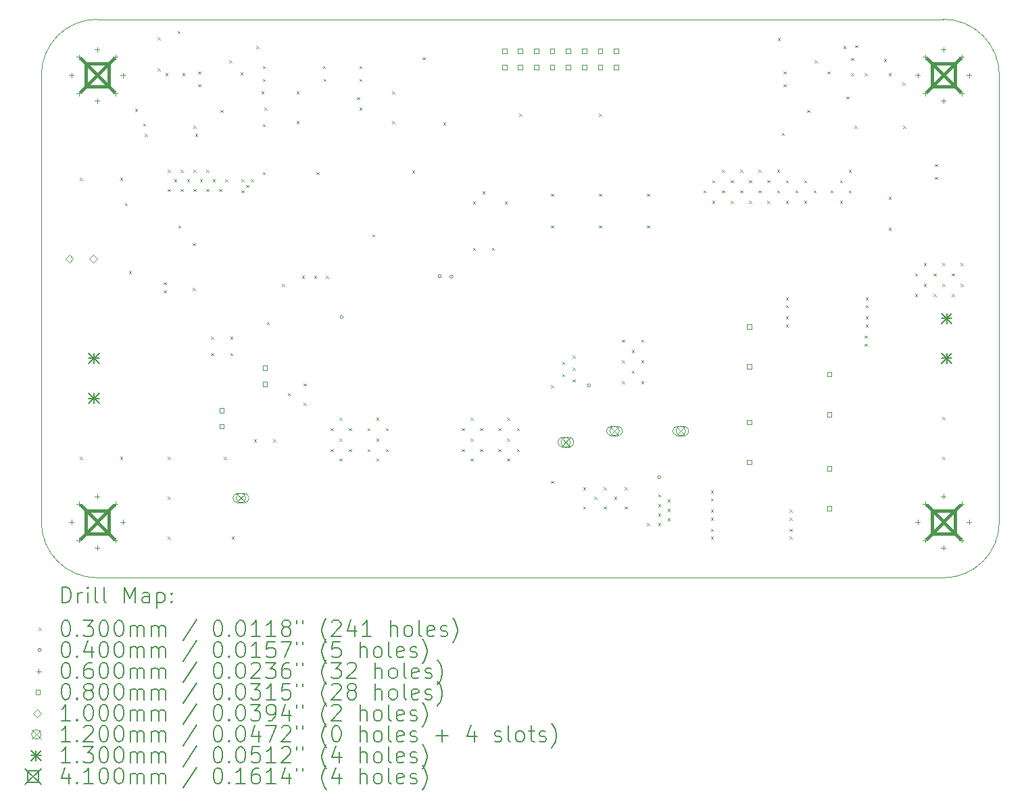
<source format=gbr>
%TF.GenerationSoftware,KiCad,Pcbnew,8.0.4*%
%TF.CreationDate,2024-08-09T15:48:06+02:00*%
%TF.ProjectId,ELE0124CL_power_boost,454c4530-3132-4344-934c-5f706f776572,1.0*%
%TF.SameCoordinates,Original*%
%TF.FileFunction,Drillmap*%
%TF.FilePolarity,Positive*%
%FSLAX45Y45*%
G04 Gerber Fmt 4.5, Leading zero omitted, Abs format (unit mm)*
G04 Created by KiCad (PCBNEW 8.0.4) date 2024-08-09 15:48:06*
%MOMM*%
%LPD*%
G01*
G04 APERTURE LIST*
%ADD10C,0.050000*%
%ADD11C,0.200000*%
%ADD12C,0.100000*%
%ADD13C,0.120000*%
%ADD14C,0.130000*%
%ADD15C,0.410000*%
G04 APERTURE END LIST*
D10*
X7700000Y-13000000D02*
G75*
G02*
X7000000Y-12300000I0J700000D01*
G01*
X7000000Y-6700000D02*
X7000000Y-12300000D01*
X7700000Y-13000000D02*
X18300000Y-13000000D01*
X18300000Y-6000000D02*
X7700000Y-6000000D01*
X18300000Y-6000000D02*
G75*
G02*
X19000000Y-6700000I0J-700000D01*
G01*
X19000000Y-12300000D02*
G75*
G02*
X18300000Y-13000000I-700000J0D01*
G01*
X7000000Y-6700000D02*
G75*
G02*
X7700000Y-6000000I700000J0D01*
G01*
X19000000Y-12300000D02*
X19000000Y-6700000D01*
D11*
D12*
X7485000Y-7985000D02*
X7515000Y-8015000D01*
X7515000Y-7985000D02*
X7485000Y-8015000D01*
X7485000Y-11485000D02*
X7515000Y-11515000D01*
X7515000Y-11485000D02*
X7485000Y-11515000D01*
X7985000Y-7985000D02*
X8015000Y-8015000D01*
X8015000Y-7985000D02*
X7985000Y-8015000D01*
X7985000Y-11485000D02*
X8015000Y-11515000D01*
X8015000Y-11485000D02*
X7985000Y-11515000D01*
X8045000Y-8305000D02*
X8075000Y-8335000D01*
X8075000Y-8305000D02*
X8045000Y-8335000D01*
X8095000Y-9155000D02*
X8125000Y-9185000D01*
X8125000Y-9155000D02*
X8095000Y-9185000D01*
X8175000Y-7125000D02*
X8205000Y-7155000D01*
X8205000Y-7125000D02*
X8175000Y-7155000D01*
X8275000Y-7305000D02*
X8305000Y-7335000D01*
X8305000Y-7305000D02*
X8275000Y-7335000D01*
X8295000Y-7435000D02*
X8325000Y-7465000D01*
X8325000Y-7435000D02*
X8295000Y-7465000D01*
X8455000Y-6225000D02*
X8485000Y-6255000D01*
X8485000Y-6225000D02*
X8455000Y-6255000D01*
X8455000Y-6615000D02*
X8485000Y-6645000D01*
X8485000Y-6615000D02*
X8455000Y-6645000D01*
X8535000Y-9295000D02*
X8565000Y-9325000D01*
X8565000Y-9295000D02*
X8535000Y-9325000D01*
X8535000Y-9395000D02*
X8565000Y-9425000D01*
X8565000Y-9395000D02*
X8535000Y-9425000D01*
X8555000Y-6675000D02*
X8585000Y-6705000D01*
X8585000Y-6675000D02*
X8555000Y-6705000D01*
X8585000Y-7885000D02*
X8615000Y-7915000D01*
X8615000Y-7885000D02*
X8585000Y-7915000D01*
X8585000Y-8125000D02*
X8615000Y-8155000D01*
X8615000Y-8125000D02*
X8585000Y-8155000D01*
X8585000Y-11485000D02*
X8615000Y-11515000D01*
X8615000Y-11485000D02*
X8585000Y-11515000D01*
X8585000Y-11985000D02*
X8615000Y-12015000D01*
X8615000Y-11985000D02*
X8585000Y-12015000D01*
X8585000Y-12485000D02*
X8615000Y-12515000D01*
X8615000Y-12485000D02*
X8585000Y-12515000D01*
X8665000Y-8005000D02*
X8695000Y-8035000D01*
X8695000Y-8005000D02*
X8665000Y-8035000D01*
X8705000Y-6145000D02*
X8735000Y-6175000D01*
X8735000Y-6145000D02*
X8705000Y-6175000D01*
X8715000Y-8585000D02*
X8745000Y-8615000D01*
X8745000Y-8585000D02*
X8715000Y-8615000D01*
X8745000Y-7885000D02*
X8775000Y-7915000D01*
X8775000Y-7885000D02*
X8745000Y-7915000D01*
X8745000Y-8125000D02*
X8775000Y-8155000D01*
X8775000Y-8125000D02*
X8745000Y-8155000D01*
X8765000Y-6675000D02*
X8795000Y-6705000D01*
X8795000Y-6675000D02*
X8765000Y-6705000D01*
X8825000Y-8005000D02*
X8855000Y-8035000D01*
X8855000Y-8005000D02*
X8825000Y-8035000D01*
X8895000Y-8805000D02*
X8925000Y-8835000D01*
X8925000Y-8805000D02*
X8895000Y-8835000D01*
X8895000Y-9365000D02*
X8925000Y-9395000D01*
X8925000Y-9365000D02*
X8895000Y-9395000D01*
X8905000Y-7335000D02*
X8935000Y-7365000D01*
X8935000Y-7335000D02*
X8905000Y-7365000D01*
X8905000Y-7885000D02*
X8935000Y-7915000D01*
X8935000Y-7885000D02*
X8905000Y-7915000D01*
X8905000Y-8125000D02*
X8935000Y-8155000D01*
X8935000Y-8125000D02*
X8905000Y-8155000D01*
X8925000Y-7435000D02*
X8955000Y-7465000D01*
X8955000Y-7435000D02*
X8925000Y-7465000D01*
X8965000Y-6655000D02*
X8995000Y-6685000D01*
X8995000Y-6655000D02*
X8965000Y-6685000D01*
X8965000Y-6815000D02*
X8995000Y-6845000D01*
X8995000Y-6815000D02*
X8965000Y-6845000D01*
X8985000Y-8005000D02*
X9015000Y-8035000D01*
X9015000Y-8005000D02*
X8985000Y-8035000D01*
X9065000Y-7885000D02*
X9095000Y-7915000D01*
X9095000Y-7885000D02*
X9065000Y-7915000D01*
X9065000Y-8125000D02*
X9095000Y-8155000D01*
X9095000Y-8125000D02*
X9065000Y-8155000D01*
X9125000Y-9975000D02*
X9155000Y-10005000D01*
X9155000Y-9975000D02*
X9125000Y-10005000D01*
X9125000Y-10185000D02*
X9155000Y-10215000D01*
X9155000Y-10185000D02*
X9125000Y-10215000D01*
X9145000Y-8005000D02*
X9175000Y-8035000D01*
X9175000Y-8005000D02*
X9145000Y-8035000D01*
X9225000Y-8125000D02*
X9255000Y-8155000D01*
X9255000Y-8125000D02*
X9225000Y-8155000D01*
X9245500Y-7135000D02*
X9275500Y-7165000D01*
X9275500Y-7135000D02*
X9245500Y-7165000D01*
X9285000Y-11485000D02*
X9315000Y-11515000D01*
X9315000Y-11485000D02*
X9285000Y-11515000D01*
X9305000Y-8005000D02*
X9335000Y-8035000D01*
X9335000Y-8005000D02*
X9305000Y-8035000D01*
X9355500Y-6515000D02*
X9385500Y-6545000D01*
X9385500Y-6515000D02*
X9355500Y-6545000D01*
X9365000Y-9975000D02*
X9395000Y-10005000D01*
X9395000Y-9975000D02*
X9365000Y-10005000D01*
X9365000Y-10185000D02*
X9395000Y-10215000D01*
X9395000Y-10185000D02*
X9365000Y-10215000D01*
X9385000Y-12485000D02*
X9415000Y-12515000D01*
X9415000Y-12485000D02*
X9385000Y-12515000D01*
X9495500Y-6665000D02*
X9525500Y-6695000D01*
X9525500Y-6665000D02*
X9495500Y-6695000D01*
X9505000Y-8005000D02*
X9535000Y-8035000D01*
X9535000Y-8005000D02*
X9505000Y-8035000D01*
X9505000Y-8145000D02*
X9535000Y-8175000D01*
X9535000Y-8145000D02*
X9505000Y-8175000D01*
X9565000Y-8075000D02*
X9595000Y-8105000D01*
X9595000Y-8075000D02*
X9565000Y-8105000D01*
X9625000Y-8005000D02*
X9655000Y-8035000D01*
X9655000Y-8005000D02*
X9625000Y-8035000D01*
X9665000Y-11265000D02*
X9695000Y-11295000D01*
X9695000Y-11265000D02*
X9665000Y-11295000D01*
X9695000Y-6335000D02*
X9725000Y-6365000D01*
X9725000Y-6335000D02*
X9695000Y-6365000D01*
X9755000Y-6905000D02*
X9785000Y-6935000D01*
X9785000Y-6905000D02*
X9755000Y-6935000D01*
X9775000Y-6585000D02*
X9805000Y-6615000D01*
X9805000Y-6585000D02*
X9775000Y-6615000D01*
X9775000Y-6745000D02*
X9805000Y-6775000D01*
X9805000Y-6745000D02*
X9775000Y-6775000D01*
X9775000Y-7315000D02*
X9805000Y-7345000D01*
X9805000Y-7315000D02*
X9775000Y-7345000D01*
X9775000Y-7915000D02*
X9805000Y-7945000D01*
X9805000Y-7915000D02*
X9775000Y-7945000D01*
X9795000Y-7105000D02*
X9825000Y-7135000D01*
X9825000Y-7105000D02*
X9795000Y-7135000D01*
X9825000Y-9795000D02*
X9855000Y-9825000D01*
X9855000Y-9795000D02*
X9825000Y-9825000D01*
X9905000Y-11265000D02*
X9935000Y-11295000D01*
X9935000Y-11265000D02*
X9905000Y-11295000D01*
X10015000Y-9315000D02*
X10045000Y-9345000D01*
X10045000Y-9315000D02*
X10015000Y-9345000D01*
X10085000Y-10685000D02*
X10115000Y-10715000D01*
X10115000Y-10685000D02*
X10085000Y-10715000D01*
X10195000Y-6905000D02*
X10225000Y-6935000D01*
X10225000Y-6905000D02*
X10195000Y-6935000D01*
X10195000Y-7275000D02*
X10225000Y-7305000D01*
X10225000Y-7275000D02*
X10195000Y-7305000D01*
X10265000Y-9215000D02*
X10295000Y-9245000D01*
X10295000Y-9215000D02*
X10265000Y-9245000D01*
X10285000Y-10565000D02*
X10315000Y-10595000D01*
X10315000Y-10565000D02*
X10285000Y-10595000D01*
X10285000Y-10805000D02*
X10315000Y-10835000D01*
X10315000Y-10805000D02*
X10285000Y-10835000D01*
X10415000Y-9215000D02*
X10445000Y-9245000D01*
X10445000Y-9215000D02*
X10415000Y-9245000D01*
X10445000Y-7915000D02*
X10475000Y-7945000D01*
X10475000Y-7915000D02*
X10445000Y-7945000D01*
X10525000Y-6585000D02*
X10555000Y-6615000D01*
X10555000Y-6585000D02*
X10525000Y-6615000D01*
X10535000Y-6745000D02*
X10565000Y-6775000D01*
X10565000Y-6745000D02*
X10535000Y-6775000D01*
X10565000Y-9215000D02*
X10595000Y-9245000D01*
X10595000Y-9215000D02*
X10565000Y-9245000D01*
X10625000Y-11125000D02*
X10655000Y-11155000D01*
X10655000Y-11125000D02*
X10625000Y-11155000D01*
X10625000Y-11385000D02*
X10655000Y-11415000D01*
X10655000Y-11385000D02*
X10625000Y-11415000D01*
X10735000Y-10995000D02*
X10765000Y-11025000D01*
X10765000Y-10995000D02*
X10735000Y-11025000D01*
X10735000Y-11255000D02*
X10765000Y-11285000D01*
X10765000Y-11255000D02*
X10735000Y-11285000D01*
X10735000Y-11505000D02*
X10765000Y-11535000D01*
X10765000Y-11505000D02*
X10735000Y-11535000D01*
X10855000Y-11125000D02*
X10885000Y-11155000D01*
X10885000Y-11125000D02*
X10855000Y-11155000D01*
X10855000Y-11385000D02*
X10885000Y-11415000D01*
X10885000Y-11385000D02*
X10855000Y-11415000D01*
X10955000Y-6975000D02*
X10985000Y-7005000D01*
X10985000Y-6975000D02*
X10955000Y-7005000D01*
X10985000Y-6585000D02*
X11015000Y-6615000D01*
X11015000Y-6585000D02*
X10985000Y-6615000D01*
X10985000Y-6745000D02*
X11015000Y-6775000D01*
X11015000Y-6745000D02*
X10985000Y-6775000D01*
X10985000Y-7105000D02*
X11015000Y-7135000D01*
X11015000Y-7105000D02*
X10985000Y-7135000D01*
X11085000Y-11125000D02*
X11115000Y-11155000D01*
X11115000Y-11125000D02*
X11085000Y-11155000D01*
X11085000Y-11385000D02*
X11115000Y-11415000D01*
X11115000Y-11385000D02*
X11085000Y-11415000D01*
X11145000Y-8695000D02*
X11175000Y-8725000D01*
X11175000Y-8695000D02*
X11145000Y-8725000D01*
X11195000Y-10995000D02*
X11225000Y-11025000D01*
X11225000Y-10995000D02*
X11195000Y-11025000D01*
X11195000Y-11255000D02*
X11225000Y-11285000D01*
X11225000Y-11255000D02*
X11195000Y-11285000D01*
X11195000Y-11505000D02*
X11225000Y-11535000D01*
X11225000Y-11505000D02*
X11195000Y-11535000D01*
X11315000Y-11125000D02*
X11345000Y-11155000D01*
X11345000Y-11125000D02*
X11315000Y-11155000D01*
X11315000Y-11385000D02*
X11345000Y-11415000D01*
X11345000Y-11385000D02*
X11315000Y-11415000D01*
X11395000Y-6905000D02*
X11425000Y-6935000D01*
X11425000Y-6905000D02*
X11395000Y-6935000D01*
X11395000Y-7275000D02*
X11425000Y-7305000D01*
X11425000Y-7275000D02*
X11395000Y-7305000D01*
X11645000Y-7895000D02*
X11675000Y-7925000D01*
X11675000Y-7895000D02*
X11645000Y-7925000D01*
X11775000Y-6475000D02*
X11805000Y-6505000D01*
X11805000Y-6475000D02*
X11775000Y-6505000D01*
X12035000Y-7295000D02*
X12065000Y-7325000D01*
X12065000Y-7295000D02*
X12035000Y-7325000D01*
X12265000Y-11125000D02*
X12295000Y-11155000D01*
X12295000Y-11125000D02*
X12265000Y-11155000D01*
X12265000Y-11385000D02*
X12295000Y-11415000D01*
X12295000Y-11385000D02*
X12265000Y-11415000D01*
X12375000Y-10995000D02*
X12405000Y-11025000D01*
X12405000Y-10995000D02*
X12375000Y-11025000D01*
X12375000Y-11255000D02*
X12405000Y-11285000D01*
X12405000Y-11255000D02*
X12375000Y-11285000D01*
X12375000Y-11505000D02*
X12405000Y-11535000D01*
X12405000Y-11505000D02*
X12375000Y-11535000D01*
X12405000Y-8285000D02*
X12435000Y-8315000D01*
X12435000Y-8285000D02*
X12405000Y-8315000D01*
X12405000Y-8865000D02*
X12435000Y-8895000D01*
X12435000Y-8865000D02*
X12405000Y-8895000D01*
X12495000Y-11125000D02*
X12525000Y-11155000D01*
X12525000Y-11125000D02*
X12495000Y-11155000D01*
X12495000Y-11385000D02*
X12525000Y-11415000D01*
X12525000Y-11385000D02*
X12495000Y-11415000D01*
X12525000Y-8155000D02*
X12555000Y-8185000D01*
X12555000Y-8155000D02*
X12525000Y-8185000D01*
X12645000Y-8865000D02*
X12675000Y-8895000D01*
X12675000Y-8865000D02*
X12645000Y-8895000D01*
X12725000Y-11125000D02*
X12755000Y-11155000D01*
X12755000Y-11125000D02*
X12725000Y-11155000D01*
X12725000Y-11385000D02*
X12755000Y-11415000D01*
X12755000Y-11385000D02*
X12725000Y-11415000D01*
X12805000Y-8285000D02*
X12835000Y-8315000D01*
X12835000Y-8285000D02*
X12805000Y-8315000D01*
X12835000Y-10995000D02*
X12865000Y-11025000D01*
X12865000Y-10995000D02*
X12835000Y-11025000D01*
X12835000Y-11255000D02*
X12865000Y-11285000D01*
X12865000Y-11255000D02*
X12835000Y-11285000D01*
X12835000Y-11505000D02*
X12865000Y-11535000D01*
X12865000Y-11505000D02*
X12835000Y-11535000D01*
X12955000Y-11125000D02*
X12985000Y-11155000D01*
X12985000Y-11125000D02*
X12955000Y-11155000D01*
X12955000Y-11385000D02*
X12985000Y-11415000D01*
X12985000Y-11385000D02*
X12955000Y-11415000D01*
X12985000Y-7185000D02*
X13015000Y-7215000D01*
X13015000Y-7185000D02*
X12985000Y-7215000D01*
X13385000Y-8185000D02*
X13415000Y-8215000D01*
X13415000Y-8185000D02*
X13385000Y-8215000D01*
X13385000Y-8585000D02*
X13415000Y-8615000D01*
X13415000Y-8585000D02*
X13385000Y-8615000D01*
X13385000Y-10585000D02*
X13415000Y-10615000D01*
X13415000Y-10585000D02*
X13385000Y-10615000D01*
X13385000Y-11785000D02*
X13415000Y-11815000D01*
X13415000Y-11785000D02*
X13385000Y-11815000D01*
X13525000Y-10295000D02*
X13555000Y-10325000D01*
X13555000Y-10295000D02*
X13525000Y-10325000D01*
X13525000Y-10445000D02*
X13555000Y-10475000D01*
X13555000Y-10445000D02*
X13525000Y-10475000D01*
X13655000Y-10215000D02*
X13685000Y-10245000D01*
X13685000Y-10215000D02*
X13655000Y-10245000D01*
X13655000Y-10365000D02*
X13685000Y-10395000D01*
X13685000Y-10365000D02*
X13655000Y-10395000D01*
X13655000Y-10515000D02*
X13685000Y-10545000D01*
X13685000Y-10515000D02*
X13655000Y-10545000D01*
X13785000Y-11865000D02*
X13815000Y-11895000D01*
X13815000Y-11865000D02*
X13785000Y-11895000D01*
X13785000Y-12105000D02*
X13815000Y-12135000D01*
X13815000Y-12105000D02*
X13785000Y-12135000D01*
X13925000Y-11985000D02*
X13955000Y-12015000D01*
X13955000Y-11985000D02*
X13925000Y-12015000D01*
X13985000Y-7185000D02*
X14015000Y-7215000D01*
X14015000Y-7185000D02*
X13985000Y-7215000D01*
X13985000Y-8185000D02*
X14015000Y-8215000D01*
X14015000Y-8185000D02*
X13985000Y-8215000D01*
X13985000Y-8585000D02*
X14015000Y-8615000D01*
X14015000Y-8585000D02*
X13985000Y-8615000D01*
X14045000Y-11865000D02*
X14075000Y-11895000D01*
X14075000Y-11865000D02*
X14045000Y-11895000D01*
X14045000Y-12105000D02*
X14075000Y-12135000D01*
X14075000Y-12105000D02*
X14045000Y-12135000D01*
X14175000Y-11985000D02*
X14205000Y-12015000D01*
X14205000Y-11985000D02*
X14175000Y-12015000D01*
X14275000Y-10015000D02*
X14305000Y-10045000D01*
X14305000Y-10015000D02*
X14275000Y-10045000D01*
X14275000Y-10275000D02*
X14305000Y-10305000D01*
X14305000Y-10275000D02*
X14275000Y-10305000D01*
X14275000Y-10535000D02*
X14305000Y-10565000D01*
X14305000Y-10535000D02*
X14275000Y-10565000D01*
X14305000Y-11865000D02*
X14335000Y-11895000D01*
X14335000Y-11865000D02*
X14305000Y-11895000D01*
X14305000Y-12105000D02*
X14335000Y-12135000D01*
X14335000Y-12105000D02*
X14305000Y-12135000D01*
X14395000Y-10145000D02*
X14425000Y-10175000D01*
X14425000Y-10145000D02*
X14395000Y-10175000D01*
X14395000Y-10405000D02*
X14425000Y-10435000D01*
X14425000Y-10405000D02*
X14395000Y-10435000D01*
X14515000Y-10015000D02*
X14545000Y-10045000D01*
X14545000Y-10015000D02*
X14515000Y-10045000D01*
X14515000Y-10275000D02*
X14545000Y-10305000D01*
X14545000Y-10275000D02*
X14515000Y-10305000D01*
X14515000Y-10535000D02*
X14545000Y-10565000D01*
X14545000Y-10535000D02*
X14515000Y-10565000D01*
X14585000Y-8185000D02*
X14615000Y-8215000D01*
X14615000Y-8185000D02*
X14585000Y-8215000D01*
X14585000Y-8585000D02*
X14615000Y-8615000D01*
X14615000Y-8585000D02*
X14585000Y-8615000D01*
X14585000Y-12315000D02*
X14615000Y-12345000D01*
X14615000Y-12315000D02*
X14585000Y-12345000D01*
X14725000Y-11955000D02*
X14755000Y-11985000D01*
X14755000Y-11955000D02*
X14725000Y-11985000D01*
X14725000Y-12075000D02*
X14755000Y-12105000D01*
X14755000Y-12075000D02*
X14725000Y-12105000D01*
X14725000Y-12195000D02*
X14755000Y-12225000D01*
X14755000Y-12195000D02*
X14725000Y-12225000D01*
X14725000Y-12315000D02*
X14755000Y-12345000D01*
X14755000Y-12315000D02*
X14725000Y-12345000D01*
X14845000Y-12015000D02*
X14875000Y-12045000D01*
X14875000Y-12015000D02*
X14845000Y-12045000D01*
X14845000Y-12135000D02*
X14875000Y-12165000D01*
X14875000Y-12135000D02*
X14845000Y-12165000D01*
X14845000Y-12255000D02*
X14875000Y-12285000D01*
X14875000Y-12255000D02*
X14845000Y-12285000D01*
X15295000Y-8145000D02*
X15325000Y-8175000D01*
X15325000Y-8145000D02*
X15295000Y-8175000D01*
X15385000Y-11905000D02*
X15415000Y-11935000D01*
X15415000Y-11905000D02*
X15385000Y-11935000D01*
X15385000Y-12005000D02*
X15415000Y-12035000D01*
X15415000Y-12005000D02*
X15385000Y-12035000D01*
X15385000Y-12145000D02*
X15415000Y-12175000D01*
X15415000Y-12145000D02*
X15385000Y-12175000D01*
X15385000Y-12245000D02*
X15415000Y-12275000D01*
X15415000Y-12245000D02*
X15385000Y-12275000D01*
X15385000Y-12385000D02*
X15415000Y-12415000D01*
X15415000Y-12385000D02*
X15385000Y-12415000D01*
X15385000Y-12485000D02*
X15415000Y-12515000D01*
X15415000Y-12485000D02*
X15385000Y-12515000D01*
X15405000Y-8015000D02*
X15435000Y-8045000D01*
X15435000Y-8015000D02*
X15405000Y-8045000D01*
X15405000Y-8275000D02*
X15435000Y-8305000D01*
X15435000Y-8275000D02*
X15405000Y-8305000D01*
X15525000Y-7885000D02*
X15555000Y-7915000D01*
X15555000Y-7885000D02*
X15525000Y-7915000D01*
X15525000Y-8145000D02*
X15555000Y-8175000D01*
X15555000Y-8145000D02*
X15525000Y-8175000D01*
X15635000Y-8015000D02*
X15665000Y-8045000D01*
X15665000Y-8015000D02*
X15635000Y-8045000D01*
X15635000Y-8275000D02*
X15665000Y-8305000D01*
X15665000Y-8275000D02*
X15635000Y-8305000D01*
X15755000Y-7885000D02*
X15785000Y-7915000D01*
X15785000Y-7885000D02*
X15755000Y-7915000D01*
X15755000Y-8145000D02*
X15785000Y-8175000D01*
X15785000Y-8145000D02*
X15755000Y-8175000D01*
X15865000Y-8015000D02*
X15895000Y-8045000D01*
X15895000Y-8015000D02*
X15865000Y-8045000D01*
X15865000Y-8275000D02*
X15895000Y-8305000D01*
X15895000Y-8275000D02*
X15865000Y-8305000D01*
X15985000Y-7885000D02*
X16015000Y-7915000D01*
X16015000Y-7885000D02*
X15985000Y-7915000D01*
X15985000Y-8145000D02*
X16015000Y-8175000D01*
X16015000Y-8145000D02*
X15985000Y-8175000D01*
X16095000Y-8015000D02*
X16125000Y-8045000D01*
X16125000Y-8015000D02*
X16095000Y-8045000D01*
X16095000Y-8275000D02*
X16125000Y-8305000D01*
X16125000Y-8275000D02*
X16095000Y-8305000D01*
X16215000Y-7885000D02*
X16245000Y-7915000D01*
X16245000Y-7885000D02*
X16215000Y-7915000D01*
X16215000Y-8145000D02*
X16245000Y-8175000D01*
X16245000Y-8145000D02*
X16215000Y-8175000D01*
X16225000Y-6235000D02*
X16255000Y-6265000D01*
X16255000Y-6235000D02*
X16225000Y-6265000D01*
X16275000Y-7425000D02*
X16305000Y-7455000D01*
X16305000Y-7425000D02*
X16275000Y-7455000D01*
X16295000Y-6655000D02*
X16325000Y-6685000D01*
X16325000Y-6655000D02*
X16295000Y-6685000D01*
X16295000Y-6815000D02*
X16325000Y-6845000D01*
X16325000Y-6815000D02*
X16295000Y-6845000D01*
X16325000Y-8015000D02*
X16355000Y-8045000D01*
X16355000Y-8015000D02*
X16325000Y-8045000D01*
X16325000Y-8275000D02*
X16355000Y-8305000D01*
X16355000Y-8275000D02*
X16325000Y-8305000D01*
X16325000Y-9485000D02*
X16355000Y-9515000D01*
X16355000Y-9485000D02*
X16325000Y-9515000D01*
X16325000Y-9585000D02*
X16355000Y-9615000D01*
X16355000Y-9585000D02*
X16325000Y-9615000D01*
X16325000Y-9725000D02*
X16355000Y-9755000D01*
X16355000Y-9725000D02*
X16325000Y-9755000D01*
X16325000Y-9825000D02*
X16355000Y-9855000D01*
X16355000Y-9825000D02*
X16325000Y-9855000D01*
X16375000Y-12145000D02*
X16405000Y-12175000D01*
X16405000Y-12145000D02*
X16375000Y-12175000D01*
X16375000Y-12245000D02*
X16405000Y-12275000D01*
X16405000Y-12245000D02*
X16375000Y-12275000D01*
X16375000Y-12385000D02*
X16405000Y-12415000D01*
X16405000Y-12385000D02*
X16375000Y-12415000D01*
X16375000Y-12485000D02*
X16405000Y-12515000D01*
X16405000Y-12485000D02*
X16375000Y-12515000D01*
X16445000Y-8145000D02*
X16475000Y-8175000D01*
X16475000Y-8145000D02*
X16445000Y-8175000D01*
X16555000Y-8015000D02*
X16585000Y-8045000D01*
X16585000Y-8015000D02*
X16555000Y-8045000D01*
X16555000Y-8275000D02*
X16585000Y-8305000D01*
X16585000Y-8275000D02*
X16555000Y-8305000D01*
X16595000Y-7135000D02*
X16625000Y-7165000D01*
X16625000Y-7135000D02*
X16595000Y-7165000D01*
X16675000Y-8145000D02*
X16705000Y-8175000D01*
X16705000Y-8145000D02*
X16675000Y-8175000D01*
X16685000Y-6515000D02*
X16715000Y-6545000D01*
X16715000Y-6515000D02*
X16685000Y-6545000D01*
X16845000Y-6655000D02*
X16875000Y-6685000D01*
X16875000Y-6655000D02*
X16845000Y-6685000D01*
X16885000Y-8145000D02*
X16915000Y-8175000D01*
X16915000Y-8145000D02*
X16885000Y-8175000D01*
X17005000Y-8015000D02*
X17035000Y-8045000D01*
X17035000Y-8015000D02*
X17005000Y-8045000D01*
X17005000Y-8275000D02*
X17035000Y-8305000D01*
X17035000Y-8275000D02*
X17005000Y-8305000D01*
X17045000Y-6335000D02*
X17075000Y-6365000D01*
X17075000Y-6335000D02*
X17045000Y-6365000D01*
X17085000Y-6965000D02*
X17115000Y-6995000D01*
X17115000Y-6965000D02*
X17085000Y-6995000D01*
X17115000Y-7885000D02*
X17145000Y-7915000D01*
X17145000Y-7885000D02*
X17115000Y-7915000D01*
X17115000Y-8145000D02*
X17145000Y-8175000D01*
X17145000Y-8145000D02*
X17115000Y-8175000D01*
X17145000Y-6485000D02*
X17175000Y-6515000D01*
X17175000Y-6485000D02*
X17145000Y-6515000D01*
X17145000Y-6675000D02*
X17175000Y-6705000D01*
X17175000Y-6675000D02*
X17145000Y-6705000D01*
X17185000Y-7335000D02*
X17215000Y-7365000D01*
X17215000Y-7335000D02*
X17185000Y-7365000D01*
X17195000Y-6325000D02*
X17225000Y-6355000D01*
X17225000Y-6325000D02*
X17195000Y-6355000D01*
X17315000Y-6675000D02*
X17345000Y-6705000D01*
X17345000Y-6675000D02*
X17315000Y-6705000D01*
X17315000Y-9965000D02*
X17345000Y-9995000D01*
X17345000Y-9965000D02*
X17315000Y-9995000D01*
X17315000Y-10065000D02*
X17345000Y-10095000D01*
X17345000Y-10065000D02*
X17315000Y-10095000D01*
X17325000Y-9485000D02*
X17355000Y-9515000D01*
X17355000Y-9485000D02*
X17325000Y-9515000D01*
X17325000Y-9585000D02*
X17355000Y-9615000D01*
X17355000Y-9585000D02*
X17325000Y-9615000D01*
X17325000Y-9725000D02*
X17355000Y-9755000D01*
X17355000Y-9725000D02*
X17325000Y-9755000D01*
X17325000Y-9825000D02*
X17355000Y-9855000D01*
X17355000Y-9825000D02*
X17325000Y-9855000D01*
X17555000Y-6495000D02*
X17585000Y-6525000D01*
X17585000Y-6495000D02*
X17555000Y-6525000D01*
X17615000Y-6675000D02*
X17645000Y-6705000D01*
X17645000Y-6675000D02*
X17615000Y-6705000D01*
X17615000Y-8225000D02*
X17645000Y-8255000D01*
X17645000Y-8225000D02*
X17615000Y-8255000D01*
X17615000Y-8615000D02*
X17645000Y-8645000D01*
X17645000Y-8615000D02*
X17615000Y-8645000D01*
X17785000Y-6795000D02*
X17815000Y-6825000D01*
X17815000Y-6795000D02*
X17785000Y-6825000D01*
X17795000Y-7335000D02*
X17825000Y-7365000D01*
X17825000Y-7335000D02*
X17795000Y-7365000D01*
X17945000Y-9185000D02*
X17975000Y-9215000D01*
X17975000Y-9185000D02*
X17945000Y-9215000D01*
X17945000Y-9445000D02*
X17975000Y-9475000D01*
X17975000Y-9445000D02*
X17945000Y-9475000D01*
X18055000Y-9055000D02*
X18085000Y-9085000D01*
X18085000Y-9055000D02*
X18055000Y-9085000D01*
X18055000Y-9315000D02*
X18085000Y-9345000D01*
X18085000Y-9315000D02*
X18055000Y-9345000D01*
X18175000Y-9185000D02*
X18205000Y-9215000D01*
X18205000Y-9185000D02*
X18175000Y-9215000D01*
X18175000Y-9445000D02*
X18205000Y-9475000D01*
X18205000Y-9445000D02*
X18175000Y-9475000D01*
X18195000Y-7815000D02*
X18225000Y-7845000D01*
X18225000Y-7815000D02*
X18195000Y-7845000D01*
X18195000Y-7975000D02*
X18225000Y-8005000D01*
X18225000Y-7975000D02*
X18195000Y-8005000D01*
X18285000Y-9055000D02*
X18315000Y-9085000D01*
X18315000Y-9055000D02*
X18285000Y-9085000D01*
X18285000Y-9315000D02*
X18315000Y-9345000D01*
X18315000Y-9315000D02*
X18285000Y-9345000D01*
X18285000Y-10985000D02*
X18315000Y-11015000D01*
X18315000Y-10985000D02*
X18285000Y-11015000D01*
X18285000Y-11485000D02*
X18315000Y-11515000D01*
X18315000Y-11485000D02*
X18285000Y-11515000D01*
X18405000Y-9185000D02*
X18435000Y-9215000D01*
X18435000Y-9185000D02*
X18405000Y-9215000D01*
X18405000Y-9445000D02*
X18435000Y-9475000D01*
X18435000Y-9445000D02*
X18405000Y-9475000D01*
X18515000Y-9055000D02*
X18545000Y-9085000D01*
X18545000Y-9055000D02*
X18515000Y-9085000D01*
X18515000Y-9315000D02*
X18545000Y-9345000D01*
X18545000Y-9315000D02*
X18515000Y-9345000D01*
X10780000Y-9730000D02*
G75*
G02*
X10740000Y-9730000I-20000J0D01*
G01*
X10740000Y-9730000D02*
G75*
G02*
X10780000Y-9730000I20000J0D01*
G01*
X12010000Y-9220000D02*
G75*
G02*
X11970000Y-9220000I-20000J0D01*
G01*
X11970000Y-9220000D02*
G75*
G02*
X12010000Y-9220000I20000J0D01*
G01*
X12155000Y-9225000D02*
G75*
G02*
X12115000Y-9225000I-20000J0D01*
G01*
X12115000Y-9225000D02*
G75*
G02*
X12155000Y-9225000I20000J0D01*
G01*
X13880000Y-10590000D02*
G75*
G02*
X13840000Y-10590000I-20000J0D01*
G01*
X13840000Y-10590000D02*
G75*
G02*
X13880000Y-10590000I20000J0D01*
G01*
X14760000Y-11740000D02*
G75*
G02*
X14720000Y-11740000I-20000J0D01*
G01*
X14720000Y-11740000D02*
G75*
G02*
X14760000Y-11740000I20000J0D01*
G01*
X7377500Y-6670000D02*
X7377500Y-6730000D01*
X7347500Y-6700000D02*
X7407500Y-6700000D01*
X7377500Y-12270000D02*
X7377500Y-12330000D01*
X7347500Y-12300000D02*
X7407500Y-12300000D01*
X7471958Y-6441958D02*
X7471958Y-6501958D01*
X7441958Y-6471958D02*
X7501958Y-6471958D01*
X7471958Y-6898042D02*
X7471958Y-6958042D01*
X7441958Y-6928042D02*
X7501958Y-6928042D01*
X7471958Y-12041958D02*
X7471958Y-12101958D01*
X7441958Y-12071958D02*
X7501958Y-12071958D01*
X7471958Y-12498042D02*
X7471958Y-12558042D01*
X7441958Y-12528042D02*
X7501958Y-12528042D01*
X7700000Y-6347500D02*
X7700000Y-6407500D01*
X7670000Y-6377500D02*
X7730000Y-6377500D01*
X7700000Y-6992500D02*
X7700000Y-7052500D01*
X7670000Y-7022500D02*
X7730000Y-7022500D01*
X7700000Y-11947500D02*
X7700000Y-12007500D01*
X7670000Y-11977500D02*
X7730000Y-11977500D01*
X7700000Y-12592500D02*
X7700000Y-12652500D01*
X7670000Y-12622500D02*
X7730000Y-12622500D01*
X7928042Y-6441958D02*
X7928042Y-6501958D01*
X7898042Y-6471958D02*
X7958042Y-6471958D01*
X7928042Y-6898042D02*
X7928042Y-6958042D01*
X7898042Y-6928042D02*
X7958042Y-6928042D01*
X7928042Y-12041958D02*
X7928042Y-12101958D01*
X7898042Y-12071958D02*
X7958042Y-12071958D01*
X7928042Y-12498042D02*
X7928042Y-12558042D01*
X7898042Y-12528042D02*
X7958042Y-12528042D01*
X8022500Y-6670000D02*
X8022500Y-6730000D01*
X7992500Y-6700000D02*
X8052500Y-6700000D01*
X8022500Y-12270000D02*
X8022500Y-12330000D01*
X7992500Y-12300000D02*
X8052500Y-12300000D01*
X17977500Y-6670000D02*
X17977500Y-6730000D01*
X17947500Y-6700000D02*
X18007500Y-6700000D01*
X17977500Y-12270000D02*
X17977500Y-12330000D01*
X17947500Y-12300000D02*
X18007500Y-12300000D01*
X18071958Y-6441958D02*
X18071958Y-6501958D01*
X18041958Y-6471958D02*
X18101958Y-6471958D01*
X18071958Y-6898042D02*
X18071958Y-6958042D01*
X18041958Y-6928042D02*
X18101958Y-6928042D01*
X18071958Y-12041958D02*
X18071958Y-12101958D01*
X18041958Y-12071958D02*
X18101958Y-12071958D01*
X18071958Y-12498042D02*
X18071958Y-12558042D01*
X18041958Y-12528042D02*
X18101958Y-12528042D01*
X18300000Y-6347500D02*
X18300000Y-6407500D01*
X18270000Y-6377500D02*
X18330000Y-6377500D01*
X18300000Y-6992500D02*
X18300000Y-7052500D01*
X18270000Y-7022500D02*
X18330000Y-7022500D01*
X18300000Y-11947500D02*
X18300000Y-12007500D01*
X18270000Y-11977500D02*
X18330000Y-11977500D01*
X18300000Y-12592500D02*
X18300000Y-12652500D01*
X18270000Y-12622500D02*
X18330000Y-12622500D01*
X18528042Y-6441958D02*
X18528042Y-6501958D01*
X18498042Y-6471958D02*
X18558042Y-6471958D01*
X18528042Y-6898042D02*
X18528042Y-6958042D01*
X18498042Y-6928042D02*
X18558042Y-6928042D01*
X18528042Y-12041958D02*
X18528042Y-12101958D01*
X18498042Y-12071958D02*
X18558042Y-12071958D01*
X18528042Y-12498042D02*
X18528042Y-12558042D01*
X18498042Y-12528042D02*
X18558042Y-12528042D01*
X18622500Y-6670000D02*
X18622500Y-6730000D01*
X18592500Y-6700000D02*
X18652500Y-6700000D01*
X18622500Y-12270000D02*
X18622500Y-12330000D01*
X18592500Y-12300000D02*
X18652500Y-12300000D01*
X9288285Y-10928285D02*
X9288285Y-10871716D01*
X9231716Y-10871716D01*
X9231716Y-10928285D01*
X9288285Y-10928285D01*
X9288285Y-11128285D02*
X9288285Y-11071716D01*
X9231716Y-11071716D01*
X9231716Y-11128285D01*
X9288285Y-11128285D01*
X9828285Y-10398285D02*
X9828285Y-10341716D01*
X9771716Y-10341716D01*
X9771716Y-10398285D01*
X9828285Y-10398285D01*
X9828285Y-10598285D02*
X9828285Y-10541716D01*
X9771716Y-10541716D01*
X9771716Y-10598285D01*
X9828285Y-10598285D01*
X12828284Y-6428284D02*
X12828284Y-6371715D01*
X12771715Y-6371715D01*
X12771715Y-6428284D01*
X12828284Y-6428284D01*
X12828284Y-6628284D02*
X12828284Y-6571715D01*
X12771715Y-6571715D01*
X12771715Y-6628284D01*
X12828284Y-6628284D01*
X13028284Y-6428284D02*
X13028284Y-6371715D01*
X12971715Y-6371715D01*
X12971715Y-6428284D01*
X13028284Y-6428284D01*
X13028284Y-6628284D02*
X13028284Y-6571715D01*
X12971715Y-6571715D01*
X12971715Y-6628284D01*
X13028284Y-6628284D01*
X13228284Y-6428284D02*
X13228284Y-6371715D01*
X13171715Y-6371715D01*
X13171715Y-6428284D01*
X13228284Y-6428284D01*
X13228284Y-6628284D02*
X13228284Y-6571715D01*
X13171715Y-6571715D01*
X13171715Y-6628284D01*
X13228284Y-6628284D01*
X13428284Y-6428284D02*
X13428284Y-6371715D01*
X13371715Y-6371715D01*
X13371715Y-6428284D01*
X13428284Y-6428284D01*
X13428284Y-6628284D02*
X13428284Y-6571715D01*
X13371715Y-6571715D01*
X13371715Y-6628284D01*
X13428284Y-6628284D01*
X13628284Y-6428284D02*
X13628284Y-6371715D01*
X13571715Y-6371715D01*
X13571715Y-6428284D01*
X13628284Y-6428284D01*
X13628284Y-6628284D02*
X13628284Y-6571715D01*
X13571715Y-6571715D01*
X13571715Y-6628284D01*
X13628284Y-6628284D01*
X13828284Y-6428284D02*
X13828284Y-6371715D01*
X13771715Y-6371715D01*
X13771715Y-6428284D01*
X13828284Y-6428284D01*
X13828284Y-6628284D02*
X13828284Y-6571715D01*
X13771715Y-6571715D01*
X13771715Y-6628284D01*
X13828284Y-6628284D01*
X14028284Y-6428284D02*
X14028284Y-6371715D01*
X13971715Y-6371715D01*
X13971715Y-6428284D01*
X14028284Y-6428284D01*
X14028284Y-6628284D02*
X14028284Y-6571715D01*
X13971715Y-6571715D01*
X13971715Y-6628284D01*
X14028284Y-6628284D01*
X14228284Y-6428284D02*
X14228284Y-6371715D01*
X14171715Y-6371715D01*
X14171715Y-6428284D01*
X14228284Y-6428284D01*
X14228284Y-6628284D02*
X14228284Y-6571715D01*
X14171715Y-6571715D01*
X14171715Y-6628284D01*
X14228284Y-6628284D01*
X15898284Y-9878285D02*
X15898284Y-9821716D01*
X15841715Y-9821716D01*
X15841715Y-9878285D01*
X15898284Y-9878285D01*
X15898284Y-10378285D02*
X15898284Y-10321716D01*
X15841715Y-10321716D01*
X15841715Y-10378285D01*
X15898284Y-10378285D01*
X15898284Y-11078285D02*
X15898284Y-11021716D01*
X15841715Y-11021716D01*
X15841715Y-11078285D01*
X15898284Y-11078285D01*
X15898284Y-11578284D02*
X15898284Y-11521715D01*
X15841715Y-11521715D01*
X15841715Y-11578284D01*
X15898284Y-11578284D01*
X16898285Y-10478285D02*
X16898285Y-10421716D01*
X16841716Y-10421716D01*
X16841716Y-10478285D01*
X16898285Y-10478285D01*
X16898285Y-10978285D02*
X16898285Y-10921716D01*
X16841716Y-10921716D01*
X16841716Y-10978285D01*
X16898285Y-10978285D01*
X16898285Y-11658284D02*
X16898285Y-11601715D01*
X16841716Y-11601715D01*
X16841716Y-11658284D01*
X16898285Y-11658284D01*
X16898285Y-12158284D02*
X16898285Y-12101715D01*
X16841716Y-12101715D01*
X16841716Y-12158284D01*
X16898285Y-12158284D01*
X7350000Y-9050000D02*
X7400000Y-9000000D01*
X7350000Y-8950000D01*
X7300000Y-9000000D01*
X7350000Y-9050000D01*
X7650000Y-9050000D02*
X7700000Y-9000000D01*
X7650000Y-8950000D01*
X7600000Y-9000000D01*
X7650000Y-9050000D01*
D13*
X9440000Y-11940000D02*
X9560000Y-12060000D01*
X9560000Y-11940000D02*
X9440000Y-12060000D01*
X9560000Y-12000000D02*
G75*
G02*
X9440000Y-12000000I-60000J0D01*
G01*
X9440000Y-12000000D02*
G75*
G02*
X9560000Y-12000000I60000J0D01*
G01*
D12*
X9460000Y-12060000D02*
X9540000Y-12060000D01*
X9540000Y-11940000D02*
G75*
G02*
X9540000Y-12060000I0J-60000D01*
G01*
X9540000Y-11940000D02*
X9460000Y-11940000D01*
X9460000Y-11940000D02*
G75*
G03*
X9460000Y-12060000I0J-60000D01*
G01*
D13*
X13510000Y-11240000D02*
X13630000Y-11360000D01*
X13630000Y-11240000D02*
X13510000Y-11360000D01*
X13630000Y-11300000D02*
G75*
G02*
X13510000Y-11300000I-60000J0D01*
G01*
X13510000Y-11300000D02*
G75*
G02*
X13630000Y-11300000I60000J0D01*
G01*
D12*
X13530000Y-11360000D02*
X13610000Y-11360000D01*
X13610000Y-11240000D02*
G75*
G02*
X13610000Y-11360000I0J-60000D01*
G01*
X13610000Y-11240000D02*
X13530000Y-11240000D01*
X13530000Y-11240000D02*
G75*
G03*
X13530000Y-11360000I0J-60000D01*
G01*
D13*
X14120000Y-11100000D02*
X14240000Y-11220000D01*
X14240000Y-11100000D02*
X14120000Y-11220000D01*
X14240000Y-11160000D02*
G75*
G02*
X14120000Y-11160000I-60000J0D01*
G01*
X14120000Y-11160000D02*
G75*
G02*
X14240000Y-11160000I60000J0D01*
G01*
D12*
X14140000Y-11220000D02*
X14220000Y-11220000D01*
X14220000Y-11100000D02*
G75*
G02*
X14220000Y-11220000I0J-60000D01*
G01*
X14220000Y-11100000D02*
X14140000Y-11100000D01*
X14140000Y-11100000D02*
G75*
G03*
X14140000Y-11220000I0J-60000D01*
G01*
D13*
X14950000Y-11100000D02*
X15070000Y-11220000D01*
X15070000Y-11100000D02*
X14950000Y-11220000D01*
X15070000Y-11160000D02*
G75*
G02*
X14950000Y-11160000I-60000J0D01*
G01*
X14950000Y-11160000D02*
G75*
G02*
X15070000Y-11160000I60000J0D01*
G01*
D12*
X14970000Y-11220000D02*
X15050000Y-11220000D01*
X15050000Y-11100000D02*
G75*
G02*
X15050000Y-11220000I0J-60000D01*
G01*
X15050000Y-11100000D02*
X14970000Y-11100000D01*
X14970000Y-11100000D02*
G75*
G03*
X14970000Y-11220000I0J-60000D01*
G01*
D14*
X7595000Y-10185000D02*
X7725000Y-10315000D01*
X7725000Y-10185000D02*
X7595000Y-10315000D01*
X7660000Y-10185000D02*
X7660000Y-10315000D01*
X7595000Y-10250000D02*
X7725000Y-10250000D01*
X7595000Y-10685000D02*
X7725000Y-10815000D01*
X7725000Y-10685000D02*
X7595000Y-10815000D01*
X7660000Y-10685000D02*
X7660000Y-10815000D01*
X7595000Y-10750000D02*
X7725000Y-10750000D01*
X18275000Y-9685000D02*
X18405000Y-9815000D01*
X18405000Y-9685000D02*
X18275000Y-9815000D01*
X18340000Y-9685000D02*
X18340000Y-9815000D01*
X18275000Y-9750000D02*
X18405000Y-9750000D01*
X18275000Y-10185000D02*
X18405000Y-10315000D01*
X18405000Y-10185000D02*
X18275000Y-10315000D01*
X18340000Y-10185000D02*
X18340000Y-10315000D01*
X18275000Y-10250000D02*
X18405000Y-10250000D01*
D15*
X7495000Y-6495000D02*
X7905000Y-6905000D01*
X7905000Y-6495000D02*
X7495000Y-6905000D01*
X7844958Y-6844958D02*
X7844958Y-6555042D01*
X7555042Y-6555042D01*
X7555042Y-6844958D01*
X7844958Y-6844958D01*
X7495000Y-12095000D02*
X7905000Y-12505000D01*
X7905000Y-12095000D02*
X7495000Y-12505000D01*
X7844958Y-12444958D02*
X7844958Y-12155042D01*
X7555042Y-12155042D01*
X7555042Y-12444958D01*
X7844958Y-12444958D01*
X18095000Y-6495000D02*
X18505000Y-6905000D01*
X18505000Y-6495000D02*
X18095000Y-6905000D01*
X18444958Y-6844958D02*
X18444958Y-6555042D01*
X18155042Y-6555042D01*
X18155042Y-6844958D01*
X18444958Y-6844958D01*
X18095000Y-12095000D02*
X18505000Y-12505000D01*
X18505000Y-12095000D02*
X18095000Y-12505000D01*
X18444958Y-12444958D02*
X18444958Y-12155042D01*
X18155042Y-12155042D01*
X18155042Y-12444958D01*
X18444958Y-12444958D01*
D11*
X7258277Y-13313984D02*
X7258277Y-13113984D01*
X7258277Y-13113984D02*
X7305896Y-13113984D01*
X7305896Y-13113984D02*
X7334467Y-13123508D01*
X7334467Y-13123508D02*
X7353515Y-13142555D01*
X7353515Y-13142555D02*
X7363039Y-13161603D01*
X7363039Y-13161603D02*
X7372562Y-13199698D01*
X7372562Y-13199698D02*
X7372562Y-13228269D01*
X7372562Y-13228269D02*
X7363039Y-13266365D01*
X7363039Y-13266365D02*
X7353515Y-13285412D01*
X7353515Y-13285412D02*
X7334467Y-13304460D01*
X7334467Y-13304460D02*
X7305896Y-13313984D01*
X7305896Y-13313984D02*
X7258277Y-13313984D01*
X7458277Y-13313984D02*
X7458277Y-13180650D01*
X7458277Y-13218746D02*
X7467801Y-13199698D01*
X7467801Y-13199698D02*
X7477324Y-13190174D01*
X7477324Y-13190174D02*
X7496372Y-13180650D01*
X7496372Y-13180650D02*
X7515420Y-13180650D01*
X7582086Y-13313984D02*
X7582086Y-13180650D01*
X7582086Y-13113984D02*
X7572562Y-13123508D01*
X7572562Y-13123508D02*
X7582086Y-13133031D01*
X7582086Y-13133031D02*
X7591610Y-13123508D01*
X7591610Y-13123508D02*
X7582086Y-13113984D01*
X7582086Y-13113984D02*
X7582086Y-13133031D01*
X7705896Y-13313984D02*
X7686848Y-13304460D01*
X7686848Y-13304460D02*
X7677324Y-13285412D01*
X7677324Y-13285412D02*
X7677324Y-13113984D01*
X7810658Y-13313984D02*
X7791610Y-13304460D01*
X7791610Y-13304460D02*
X7782086Y-13285412D01*
X7782086Y-13285412D02*
X7782086Y-13113984D01*
X8039229Y-13313984D02*
X8039229Y-13113984D01*
X8039229Y-13113984D02*
X8105896Y-13256841D01*
X8105896Y-13256841D02*
X8172562Y-13113984D01*
X8172562Y-13113984D02*
X8172562Y-13313984D01*
X8353515Y-13313984D02*
X8353515Y-13209222D01*
X8353515Y-13209222D02*
X8343991Y-13190174D01*
X8343991Y-13190174D02*
X8324943Y-13180650D01*
X8324943Y-13180650D02*
X8286848Y-13180650D01*
X8286848Y-13180650D02*
X8267801Y-13190174D01*
X8353515Y-13304460D02*
X8334467Y-13313984D01*
X8334467Y-13313984D02*
X8286848Y-13313984D01*
X8286848Y-13313984D02*
X8267801Y-13304460D01*
X8267801Y-13304460D02*
X8258277Y-13285412D01*
X8258277Y-13285412D02*
X8258277Y-13266365D01*
X8258277Y-13266365D02*
X8267801Y-13247317D01*
X8267801Y-13247317D02*
X8286848Y-13237793D01*
X8286848Y-13237793D02*
X8334467Y-13237793D01*
X8334467Y-13237793D02*
X8353515Y-13228269D01*
X8448753Y-13180650D02*
X8448753Y-13380650D01*
X8448753Y-13190174D02*
X8467801Y-13180650D01*
X8467801Y-13180650D02*
X8505896Y-13180650D01*
X8505896Y-13180650D02*
X8524944Y-13190174D01*
X8524944Y-13190174D02*
X8534467Y-13199698D01*
X8534467Y-13199698D02*
X8543991Y-13218746D01*
X8543991Y-13218746D02*
X8543991Y-13275888D01*
X8543991Y-13275888D02*
X8534467Y-13294936D01*
X8534467Y-13294936D02*
X8524944Y-13304460D01*
X8524944Y-13304460D02*
X8505896Y-13313984D01*
X8505896Y-13313984D02*
X8467801Y-13313984D01*
X8467801Y-13313984D02*
X8448753Y-13304460D01*
X8629705Y-13294936D02*
X8639229Y-13304460D01*
X8639229Y-13304460D02*
X8629705Y-13313984D01*
X8629705Y-13313984D02*
X8620182Y-13304460D01*
X8620182Y-13304460D02*
X8629705Y-13294936D01*
X8629705Y-13294936D02*
X8629705Y-13313984D01*
X8629705Y-13190174D02*
X8639229Y-13199698D01*
X8639229Y-13199698D02*
X8629705Y-13209222D01*
X8629705Y-13209222D02*
X8620182Y-13199698D01*
X8620182Y-13199698D02*
X8629705Y-13190174D01*
X8629705Y-13190174D02*
X8629705Y-13209222D01*
D12*
X6967500Y-13627500D02*
X6997500Y-13657500D01*
X6997500Y-13627500D02*
X6967500Y-13657500D01*
D11*
X7296372Y-13533984D02*
X7315420Y-13533984D01*
X7315420Y-13533984D02*
X7334467Y-13543508D01*
X7334467Y-13543508D02*
X7343991Y-13553031D01*
X7343991Y-13553031D02*
X7353515Y-13572079D01*
X7353515Y-13572079D02*
X7363039Y-13610174D01*
X7363039Y-13610174D02*
X7363039Y-13657793D01*
X7363039Y-13657793D02*
X7353515Y-13695888D01*
X7353515Y-13695888D02*
X7343991Y-13714936D01*
X7343991Y-13714936D02*
X7334467Y-13724460D01*
X7334467Y-13724460D02*
X7315420Y-13733984D01*
X7315420Y-13733984D02*
X7296372Y-13733984D01*
X7296372Y-13733984D02*
X7277324Y-13724460D01*
X7277324Y-13724460D02*
X7267801Y-13714936D01*
X7267801Y-13714936D02*
X7258277Y-13695888D01*
X7258277Y-13695888D02*
X7248753Y-13657793D01*
X7248753Y-13657793D02*
X7248753Y-13610174D01*
X7248753Y-13610174D02*
X7258277Y-13572079D01*
X7258277Y-13572079D02*
X7267801Y-13553031D01*
X7267801Y-13553031D02*
X7277324Y-13543508D01*
X7277324Y-13543508D02*
X7296372Y-13533984D01*
X7448753Y-13714936D02*
X7458277Y-13724460D01*
X7458277Y-13724460D02*
X7448753Y-13733984D01*
X7448753Y-13733984D02*
X7439229Y-13724460D01*
X7439229Y-13724460D02*
X7448753Y-13714936D01*
X7448753Y-13714936D02*
X7448753Y-13733984D01*
X7524943Y-13533984D02*
X7648753Y-13533984D01*
X7648753Y-13533984D02*
X7582086Y-13610174D01*
X7582086Y-13610174D02*
X7610658Y-13610174D01*
X7610658Y-13610174D02*
X7629705Y-13619698D01*
X7629705Y-13619698D02*
X7639229Y-13629222D01*
X7639229Y-13629222D02*
X7648753Y-13648269D01*
X7648753Y-13648269D02*
X7648753Y-13695888D01*
X7648753Y-13695888D02*
X7639229Y-13714936D01*
X7639229Y-13714936D02*
X7629705Y-13724460D01*
X7629705Y-13724460D02*
X7610658Y-13733984D01*
X7610658Y-13733984D02*
X7553515Y-13733984D01*
X7553515Y-13733984D02*
X7534467Y-13724460D01*
X7534467Y-13724460D02*
X7524943Y-13714936D01*
X7772562Y-13533984D02*
X7791610Y-13533984D01*
X7791610Y-13533984D02*
X7810658Y-13543508D01*
X7810658Y-13543508D02*
X7820182Y-13553031D01*
X7820182Y-13553031D02*
X7829705Y-13572079D01*
X7829705Y-13572079D02*
X7839229Y-13610174D01*
X7839229Y-13610174D02*
X7839229Y-13657793D01*
X7839229Y-13657793D02*
X7829705Y-13695888D01*
X7829705Y-13695888D02*
X7820182Y-13714936D01*
X7820182Y-13714936D02*
X7810658Y-13724460D01*
X7810658Y-13724460D02*
X7791610Y-13733984D01*
X7791610Y-13733984D02*
X7772562Y-13733984D01*
X7772562Y-13733984D02*
X7753515Y-13724460D01*
X7753515Y-13724460D02*
X7743991Y-13714936D01*
X7743991Y-13714936D02*
X7734467Y-13695888D01*
X7734467Y-13695888D02*
X7724943Y-13657793D01*
X7724943Y-13657793D02*
X7724943Y-13610174D01*
X7724943Y-13610174D02*
X7734467Y-13572079D01*
X7734467Y-13572079D02*
X7743991Y-13553031D01*
X7743991Y-13553031D02*
X7753515Y-13543508D01*
X7753515Y-13543508D02*
X7772562Y-13533984D01*
X7963039Y-13533984D02*
X7982086Y-13533984D01*
X7982086Y-13533984D02*
X8001134Y-13543508D01*
X8001134Y-13543508D02*
X8010658Y-13553031D01*
X8010658Y-13553031D02*
X8020182Y-13572079D01*
X8020182Y-13572079D02*
X8029705Y-13610174D01*
X8029705Y-13610174D02*
X8029705Y-13657793D01*
X8029705Y-13657793D02*
X8020182Y-13695888D01*
X8020182Y-13695888D02*
X8010658Y-13714936D01*
X8010658Y-13714936D02*
X8001134Y-13724460D01*
X8001134Y-13724460D02*
X7982086Y-13733984D01*
X7982086Y-13733984D02*
X7963039Y-13733984D01*
X7963039Y-13733984D02*
X7943991Y-13724460D01*
X7943991Y-13724460D02*
X7934467Y-13714936D01*
X7934467Y-13714936D02*
X7924943Y-13695888D01*
X7924943Y-13695888D02*
X7915420Y-13657793D01*
X7915420Y-13657793D02*
X7915420Y-13610174D01*
X7915420Y-13610174D02*
X7924943Y-13572079D01*
X7924943Y-13572079D02*
X7934467Y-13553031D01*
X7934467Y-13553031D02*
X7943991Y-13543508D01*
X7943991Y-13543508D02*
X7963039Y-13533984D01*
X8115420Y-13733984D02*
X8115420Y-13600650D01*
X8115420Y-13619698D02*
X8124943Y-13610174D01*
X8124943Y-13610174D02*
X8143991Y-13600650D01*
X8143991Y-13600650D02*
X8172563Y-13600650D01*
X8172563Y-13600650D02*
X8191610Y-13610174D01*
X8191610Y-13610174D02*
X8201134Y-13629222D01*
X8201134Y-13629222D02*
X8201134Y-13733984D01*
X8201134Y-13629222D02*
X8210658Y-13610174D01*
X8210658Y-13610174D02*
X8229705Y-13600650D01*
X8229705Y-13600650D02*
X8258277Y-13600650D01*
X8258277Y-13600650D02*
X8277324Y-13610174D01*
X8277324Y-13610174D02*
X8286848Y-13629222D01*
X8286848Y-13629222D02*
X8286848Y-13733984D01*
X8382086Y-13733984D02*
X8382086Y-13600650D01*
X8382086Y-13619698D02*
X8391610Y-13610174D01*
X8391610Y-13610174D02*
X8410658Y-13600650D01*
X8410658Y-13600650D02*
X8439229Y-13600650D01*
X8439229Y-13600650D02*
X8458277Y-13610174D01*
X8458277Y-13610174D02*
X8467801Y-13629222D01*
X8467801Y-13629222D02*
X8467801Y-13733984D01*
X8467801Y-13629222D02*
X8477325Y-13610174D01*
X8477325Y-13610174D02*
X8496372Y-13600650D01*
X8496372Y-13600650D02*
X8524944Y-13600650D01*
X8524944Y-13600650D02*
X8543991Y-13610174D01*
X8543991Y-13610174D02*
X8553515Y-13629222D01*
X8553515Y-13629222D02*
X8553515Y-13733984D01*
X8943991Y-13524460D02*
X8772563Y-13781603D01*
X9201134Y-13533984D02*
X9220182Y-13533984D01*
X9220182Y-13533984D02*
X9239229Y-13543508D01*
X9239229Y-13543508D02*
X9248753Y-13553031D01*
X9248753Y-13553031D02*
X9258277Y-13572079D01*
X9258277Y-13572079D02*
X9267801Y-13610174D01*
X9267801Y-13610174D02*
X9267801Y-13657793D01*
X9267801Y-13657793D02*
X9258277Y-13695888D01*
X9258277Y-13695888D02*
X9248753Y-13714936D01*
X9248753Y-13714936D02*
X9239229Y-13724460D01*
X9239229Y-13724460D02*
X9220182Y-13733984D01*
X9220182Y-13733984D02*
X9201134Y-13733984D01*
X9201134Y-13733984D02*
X9182087Y-13724460D01*
X9182087Y-13724460D02*
X9172563Y-13714936D01*
X9172563Y-13714936D02*
X9163039Y-13695888D01*
X9163039Y-13695888D02*
X9153515Y-13657793D01*
X9153515Y-13657793D02*
X9153515Y-13610174D01*
X9153515Y-13610174D02*
X9163039Y-13572079D01*
X9163039Y-13572079D02*
X9172563Y-13553031D01*
X9172563Y-13553031D02*
X9182087Y-13543508D01*
X9182087Y-13543508D02*
X9201134Y-13533984D01*
X9353515Y-13714936D02*
X9363039Y-13724460D01*
X9363039Y-13724460D02*
X9353515Y-13733984D01*
X9353515Y-13733984D02*
X9343991Y-13724460D01*
X9343991Y-13724460D02*
X9353515Y-13714936D01*
X9353515Y-13714936D02*
X9353515Y-13733984D01*
X9486848Y-13533984D02*
X9505896Y-13533984D01*
X9505896Y-13533984D02*
X9524944Y-13543508D01*
X9524944Y-13543508D02*
X9534468Y-13553031D01*
X9534468Y-13553031D02*
X9543991Y-13572079D01*
X9543991Y-13572079D02*
X9553515Y-13610174D01*
X9553515Y-13610174D02*
X9553515Y-13657793D01*
X9553515Y-13657793D02*
X9543991Y-13695888D01*
X9543991Y-13695888D02*
X9534468Y-13714936D01*
X9534468Y-13714936D02*
X9524944Y-13724460D01*
X9524944Y-13724460D02*
X9505896Y-13733984D01*
X9505896Y-13733984D02*
X9486848Y-13733984D01*
X9486848Y-13733984D02*
X9467801Y-13724460D01*
X9467801Y-13724460D02*
X9458277Y-13714936D01*
X9458277Y-13714936D02*
X9448753Y-13695888D01*
X9448753Y-13695888D02*
X9439229Y-13657793D01*
X9439229Y-13657793D02*
X9439229Y-13610174D01*
X9439229Y-13610174D02*
X9448753Y-13572079D01*
X9448753Y-13572079D02*
X9458277Y-13553031D01*
X9458277Y-13553031D02*
X9467801Y-13543508D01*
X9467801Y-13543508D02*
X9486848Y-13533984D01*
X9743991Y-13733984D02*
X9629706Y-13733984D01*
X9686848Y-13733984D02*
X9686848Y-13533984D01*
X9686848Y-13533984D02*
X9667801Y-13562555D01*
X9667801Y-13562555D02*
X9648753Y-13581603D01*
X9648753Y-13581603D02*
X9629706Y-13591127D01*
X9934468Y-13733984D02*
X9820182Y-13733984D01*
X9877325Y-13733984D02*
X9877325Y-13533984D01*
X9877325Y-13533984D02*
X9858277Y-13562555D01*
X9858277Y-13562555D02*
X9839229Y-13581603D01*
X9839229Y-13581603D02*
X9820182Y-13591127D01*
X10048753Y-13619698D02*
X10029706Y-13610174D01*
X10029706Y-13610174D02*
X10020182Y-13600650D01*
X10020182Y-13600650D02*
X10010658Y-13581603D01*
X10010658Y-13581603D02*
X10010658Y-13572079D01*
X10010658Y-13572079D02*
X10020182Y-13553031D01*
X10020182Y-13553031D02*
X10029706Y-13543508D01*
X10029706Y-13543508D02*
X10048753Y-13533984D01*
X10048753Y-13533984D02*
X10086849Y-13533984D01*
X10086849Y-13533984D02*
X10105896Y-13543508D01*
X10105896Y-13543508D02*
X10115420Y-13553031D01*
X10115420Y-13553031D02*
X10124944Y-13572079D01*
X10124944Y-13572079D02*
X10124944Y-13581603D01*
X10124944Y-13581603D02*
X10115420Y-13600650D01*
X10115420Y-13600650D02*
X10105896Y-13610174D01*
X10105896Y-13610174D02*
X10086849Y-13619698D01*
X10086849Y-13619698D02*
X10048753Y-13619698D01*
X10048753Y-13619698D02*
X10029706Y-13629222D01*
X10029706Y-13629222D02*
X10020182Y-13638746D01*
X10020182Y-13638746D02*
X10010658Y-13657793D01*
X10010658Y-13657793D02*
X10010658Y-13695888D01*
X10010658Y-13695888D02*
X10020182Y-13714936D01*
X10020182Y-13714936D02*
X10029706Y-13724460D01*
X10029706Y-13724460D02*
X10048753Y-13733984D01*
X10048753Y-13733984D02*
X10086849Y-13733984D01*
X10086849Y-13733984D02*
X10105896Y-13724460D01*
X10105896Y-13724460D02*
X10115420Y-13714936D01*
X10115420Y-13714936D02*
X10124944Y-13695888D01*
X10124944Y-13695888D02*
X10124944Y-13657793D01*
X10124944Y-13657793D02*
X10115420Y-13638746D01*
X10115420Y-13638746D02*
X10105896Y-13629222D01*
X10105896Y-13629222D02*
X10086849Y-13619698D01*
X10201134Y-13533984D02*
X10201134Y-13572079D01*
X10277325Y-13533984D02*
X10277325Y-13572079D01*
X10572563Y-13810174D02*
X10563039Y-13800650D01*
X10563039Y-13800650D02*
X10543991Y-13772079D01*
X10543991Y-13772079D02*
X10534468Y-13753031D01*
X10534468Y-13753031D02*
X10524944Y-13724460D01*
X10524944Y-13724460D02*
X10515420Y-13676841D01*
X10515420Y-13676841D02*
X10515420Y-13638746D01*
X10515420Y-13638746D02*
X10524944Y-13591127D01*
X10524944Y-13591127D02*
X10534468Y-13562555D01*
X10534468Y-13562555D02*
X10543991Y-13543508D01*
X10543991Y-13543508D02*
X10563039Y-13514936D01*
X10563039Y-13514936D02*
X10572563Y-13505412D01*
X10639230Y-13553031D02*
X10648753Y-13543508D01*
X10648753Y-13543508D02*
X10667801Y-13533984D01*
X10667801Y-13533984D02*
X10715420Y-13533984D01*
X10715420Y-13533984D02*
X10734468Y-13543508D01*
X10734468Y-13543508D02*
X10743991Y-13553031D01*
X10743991Y-13553031D02*
X10753515Y-13572079D01*
X10753515Y-13572079D02*
X10753515Y-13591127D01*
X10753515Y-13591127D02*
X10743991Y-13619698D01*
X10743991Y-13619698D02*
X10629706Y-13733984D01*
X10629706Y-13733984D02*
X10753515Y-13733984D01*
X10924944Y-13600650D02*
X10924944Y-13733984D01*
X10877325Y-13524460D02*
X10829706Y-13667317D01*
X10829706Y-13667317D02*
X10953515Y-13667317D01*
X11134468Y-13733984D02*
X11020182Y-13733984D01*
X11077325Y-13733984D02*
X11077325Y-13533984D01*
X11077325Y-13533984D02*
X11058277Y-13562555D01*
X11058277Y-13562555D02*
X11039230Y-13581603D01*
X11039230Y-13581603D02*
X11020182Y-13591127D01*
X11372563Y-13733984D02*
X11372563Y-13533984D01*
X11458277Y-13733984D02*
X11458277Y-13629222D01*
X11458277Y-13629222D02*
X11448753Y-13610174D01*
X11448753Y-13610174D02*
X11429706Y-13600650D01*
X11429706Y-13600650D02*
X11401134Y-13600650D01*
X11401134Y-13600650D02*
X11382087Y-13610174D01*
X11382087Y-13610174D02*
X11372563Y-13619698D01*
X11582087Y-13733984D02*
X11563039Y-13724460D01*
X11563039Y-13724460D02*
X11553515Y-13714936D01*
X11553515Y-13714936D02*
X11543991Y-13695888D01*
X11543991Y-13695888D02*
X11543991Y-13638746D01*
X11543991Y-13638746D02*
X11553515Y-13619698D01*
X11553515Y-13619698D02*
X11563039Y-13610174D01*
X11563039Y-13610174D02*
X11582087Y-13600650D01*
X11582087Y-13600650D02*
X11610658Y-13600650D01*
X11610658Y-13600650D02*
X11629706Y-13610174D01*
X11629706Y-13610174D02*
X11639230Y-13619698D01*
X11639230Y-13619698D02*
X11648753Y-13638746D01*
X11648753Y-13638746D02*
X11648753Y-13695888D01*
X11648753Y-13695888D02*
X11639230Y-13714936D01*
X11639230Y-13714936D02*
X11629706Y-13724460D01*
X11629706Y-13724460D02*
X11610658Y-13733984D01*
X11610658Y-13733984D02*
X11582087Y-13733984D01*
X11763039Y-13733984D02*
X11743991Y-13724460D01*
X11743991Y-13724460D02*
X11734468Y-13705412D01*
X11734468Y-13705412D02*
X11734468Y-13533984D01*
X11915420Y-13724460D02*
X11896372Y-13733984D01*
X11896372Y-13733984D02*
X11858277Y-13733984D01*
X11858277Y-13733984D02*
X11839230Y-13724460D01*
X11839230Y-13724460D02*
X11829706Y-13705412D01*
X11829706Y-13705412D02*
X11829706Y-13629222D01*
X11829706Y-13629222D02*
X11839230Y-13610174D01*
X11839230Y-13610174D02*
X11858277Y-13600650D01*
X11858277Y-13600650D02*
X11896372Y-13600650D01*
X11896372Y-13600650D02*
X11915420Y-13610174D01*
X11915420Y-13610174D02*
X11924944Y-13629222D01*
X11924944Y-13629222D02*
X11924944Y-13648269D01*
X11924944Y-13648269D02*
X11829706Y-13667317D01*
X12001134Y-13724460D02*
X12020182Y-13733984D01*
X12020182Y-13733984D02*
X12058277Y-13733984D01*
X12058277Y-13733984D02*
X12077325Y-13724460D01*
X12077325Y-13724460D02*
X12086849Y-13705412D01*
X12086849Y-13705412D02*
X12086849Y-13695888D01*
X12086849Y-13695888D02*
X12077325Y-13676841D01*
X12077325Y-13676841D02*
X12058277Y-13667317D01*
X12058277Y-13667317D02*
X12029706Y-13667317D01*
X12029706Y-13667317D02*
X12010658Y-13657793D01*
X12010658Y-13657793D02*
X12001134Y-13638746D01*
X12001134Y-13638746D02*
X12001134Y-13629222D01*
X12001134Y-13629222D02*
X12010658Y-13610174D01*
X12010658Y-13610174D02*
X12029706Y-13600650D01*
X12029706Y-13600650D02*
X12058277Y-13600650D01*
X12058277Y-13600650D02*
X12077325Y-13610174D01*
X12153515Y-13810174D02*
X12163039Y-13800650D01*
X12163039Y-13800650D02*
X12182087Y-13772079D01*
X12182087Y-13772079D02*
X12191611Y-13753031D01*
X12191611Y-13753031D02*
X12201134Y-13724460D01*
X12201134Y-13724460D02*
X12210658Y-13676841D01*
X12210658Y-13676841D02*
X12210658Y-13638746D01*
X12210658Y-13638746D02*
X12201134Y-13591127D01*
X12201134Y-13591127D02*
X12191611Y-13562555D01*
X12191611Y-13562555D02*
X12182087Y-13543508D01*
X12182087Y-13543508D02*
X12163039Y-13514936D01*
X12163039Y-13514936D02*
X12153515Y-13505412D01*
D12*
X6997500Y-13906500D02*
G75*
G02*
X6957500Y-13906500I-20000J0D01*
G01*
X6957500Y-13906500D02*
G75*
G02*
X6997500Y-13906500I20000J0D01*
G01*
D11*
X7296372Y-13797984D02*
X7315420Y-13797984D01*
X7315420Y-13797984D02*
X7334467Y-13807508D01*
X7334467Y-13807508D02*
X7343991Y-13817031D01*
X7343991Y-13817031D02*
X7353515Y-13836079D01*
X7353515Y-13836079D02*
X7363039Y-13874174D01*
X7363039Y-13874174D02*
X7363039Y-13921793D01*
X7363039Y-13921793D02*
X7353515Y-13959888D01*
X7353515Y-13959888D02*
X7343991Y-13978936D01*
X7343991Y-13978936D02*
X7334467Y-13988460D01*
X7334467Y-13988460D02*
X7315420Y-13997984D01*
X7315420Y-13997984D02*
X7296372Y-13997984D01*
X7296372Y-13997984D02*
X7277324Y-13988460D01*
X7277324Y-13988460D02*
X7267801Y-13978936D01*
X7267801Y-13978936D02*
X7258277Y-13959888D01*
X7258277Y-13959888D02*
X7248753Y-13921793D01*
X7248753Y-13921793D02*
X7248753Y-13874174D01*
X7248753Y-13874174D02*
X7258277Y-13836079D01*
X7258277Y-13836079D02*
X7267801Y-13817031D01*
X7267801Y-13817031D02*
X7277324Y-13807508D01*
X7277324Y-13807508D02*
X7296372Y-13797984D01*
X7448753Y-13978936D02*
X7458277Y-13988460D01*
X7458277Y-13988460D02*
X7448753Y-13997984D01*
X7448753Y-13997984D02*
X7439229Y-13988460D01*
X7439229Y-13988460D02*
X7448753Y-13978936D01*
X7448753Y-13978936D02*
X7448753Y-13997984D01*
X7629705Y-13864650D02*
X7629705Y-13997984D01*
X7582086Y-13788460D02*
X7534467Y-13931317D01*
X7534467Y-13931317D02*
X7658277Y-13931317D01*
X7772562Y-13797984D02*
X7791610Y-13797984D01*
X7791610Y-13797984D02*
X7810658Y-13807508D01*
X7810658Y-13807508D02*
X7820182Y-13817031D01*
X7820182Y-13817031D02*
X7829705Y-13836079D01*
X7829705Y-13836079D02*
X7839229Y-13874174D01*
X7839229Y-13874174D02*
X7839229Y-13921793D01*
X7839229Y-13921793D02*
X7829705Y-13959888D01*
X7829705Y-13959888D02*
X7820182Y-13978936D01*
X7820182Y-13978936D02*
X7810658Y-13988460D01*
X7810658Y-13988460D02*
X7791610Y-13997984D01*
X7791610Y-13997984D02*
X7772562Y-13997984D01*
X7772562Y-13997984D02*
X7753515Y-13988460D01*
X7753515Y-13988460D02*
X7743991Y-13978936D01*
X7743991Y-13978936D02*
X7734467Y-13959888D01*
X7734467Y-13959888D02*
X7724943Y-13921793D01*
X7724943Y-13921793D02*
X7724943Y-13874174D01*
X7724943Y-13874174D02*
X7734467Y-13836079D01*
X7734467Y-13836079D02*
X7743991Y-13817031D01*
X7743991Y-13817031D02*
X7753515Y-13807508D01*
X7753515Y-13807508D02*
X7772562Y-13797984D01*
X7963039Y-13797984D02*
X7982086Y-13797984D01*
X7982086Y-13797984D02*
X8001134Y-13807508D01*
X8001134Y-13807508D02*
X8010658Y-13817031D01*
X8010658Y-13817031D02*
X8020182Y-13836079D01*
X8020182Y-13836079D02*
X8029705Y-13874174D01*
X8029705Y-13874174D02*
X8029705Y-13921793D01*
X8029705Y-13921793D02*
X8020182Y-13959888D01*
X8020182Y-13959888D02*
X8010658Y-13978936D01*
X8010658Y-13978936D02*
X8001134Y-13988460D01*
X8001134Y-13988460D02*
X7982086Y-13997984D01*
X7982086Y-13997984D02*
X7963039Y-13997984D01*
X7963039Y-13997984D02*
X7943991Y-13988460D01*
X7943991Y-13988460D02*
X7934467Y-13978936D01*
X7934467Y-13978936D02*
X7924943Y-13959888D01*
X7924943Y-13959888D02*
X7915420Y-13921793D01*
X7915420Y-13921793D02*
X7915420Y-13874174D01*
X7915420Y-13874174D02*
X7924943Y-13836079D01*
X7924943Y-13836079D02*
X7934467Y-13817031D01*
X7934467Y-13817031D02*
X7943991Y-13807508D01*
X7943991Y-13807508D02*
X7963039Y-13797984D01*
X8115420Y-13997984D02*
X8115420Y-13864650D01*
X8115420Y-13883698D02*
X8124943Y-13874174D01*
X8124943Y-13874174D02*
X8143991Y-13864650D01*
X8143991Y-13864650D02*
X8172563Y-13864650D01*
X8172563Y-13864650D02*
X8191610Y-13874174D01*
X8191610Y-13874174D02*
X8201134Y-13893222D01*
X8201134Y-13893222D02*
X8201134Y-13997984D01*
X8201134Y-13893222D02*
X8210658Y-13874174D01*
X8210658Y-13874174D02*
X8229705Y-13864650D01*
X8229705Y-13864650D02*
X8258277Y-13864650D01*
X8258277Y-13864650D02*
X8277324Y-13874174D01*
X8277324Y-13874174D02*
X8286848Y-13893222D01*
X8286848Y-13893222D02*
X8286848Y-13997984D01*
X8382086Y-13997984D02*
X8382086Y-13864650D01*
X8382086Y-13883698D02*
X8391610Y-13874174D01*
X8391610Y-13874174D02*
X8410658Y-13864650D01*
X8410658Y-13864650D02*
X8439229Y-13864650D01*
X8439229Y-13864650D02*
X8458277Y-13874174D01*
X8458277Y-13874174D02*
X8467801Y-13893222D01*
X8467801Y-13893222D02*
X8467801Y-13997984D01*
X8467801Y-13893222D02*
X8477325Y-13874174D01*
X8477325Y-13874174D02*
X8496372Y-13864650D01*
X8496372Y-13864650D02*
X8524944Y-13864650D01*
X8524944Y-13864650D02*
X8543991Y-13874174D01*
X8543991Y-13874174D02*
X8553515Y-13893222D01*
X8553515Y-13893222D02*
X8553515Y-13997984D01*
X8943991Y-13788460D02*
X8772563Y-14045603D01*
X9201134Y-13797984D02*
X9220182Y-13797984D01*
X9220182Y-13797984D02*
X9239229Y-13807508D01*
X9239229Y-13807508D02*
X9248753Y-13817031D01*
X9248753Y-13817031D02*
X9258277Y-13836079D01*
X9258277Y-13836079D02*
X9267801Y-13874174D01*
X9267801Y-13874174D02*
X9267801Y-13921793D01*
X9267801Y-13921793D02*
X9258277Y-13959888D01*
X9258277Y-13959888D02*
X9248753Y-13978936D01*
X9248753Y-13978936D02*
X9239229Y-13988460D01*
X9239229Y-13988460D02*
X9220182Y-13997984D01*
X9220182Y-13997984D02*
X9201134Y-13997984D01*
X9201134Y-13997984D02*
X9182087Y-13988460D01*
X9182087Y-13988460D02*
X9172563Y-13978936D01*
X9172563Y-13978936D02*
X9163039Y-13959888D01*
X9163039Y-13959888D02*
X9153515Y-13921793D01*
X9153515Y-13921793D02*
X9153515Y-13874174D01*
X9153515Y-13874174D02*
X9163039Y-13836079D01*
X9163039Y-13836079D02*
X9172563Y-13817031D01*
X9172563Y-13817031D02*
X9182087Y-13807508D01*
X9182087Y-13807508D02*
X9201134Y-13797984D01*
X9353515Y-13978936D02*
X9363039Y-13988460D01*
X9363039Y-13988460D02*
X9353515Y-13997984D01*
X9353515Y-13997984D02*
X9343991Y-13988460D01*
X9343991Y-13988460D02*
X9353515Y-13978936D01*
X9353515Y-13978936D02*
X9353515Y-13997984D01*
X9486848Y-13797984D02*
X9505896Y-13797984D01*
X9505896Y-13797984D02*
X9524944Y-13807508D01*
X9524944Y-13807508D02*
X9534468Y-13817031D01*
X9534468Y-13817031D02*
X9543991Y-13836079D01*
X9543991Y-13836079D02*
X9553515Y-13874174D01*
X9553515Y-13874174D02*
X9553515Y-13921793D01*
X9553515Y-13921793D02*
X9543991Y-13959888D01*
X9543991Y-13959888D02*
X9534468Y-13978936D01*
X9534468Y-13978936D02*
X9524944Y-13988460D01*
X9524944Y-13988460D02*
X9505896Y-13997984D01*
X9505896Y-13997984D02*
X9486848Y-13997984D01*
X9486848Y-13997984D02*
X9467801Y-13988460D01*
X9467801Y-13988460D02*
X9458277Y-13978936D01*
X9458277Y-13978936D02*
X9448753Y-13959888D01*
X9448753Y-13959888D02*
X9439229Y-13921793D01*
X9439229Y-13921793D02*
X9439229Y-13874174D01*
X9439229Y-13874174D02*
X9448753Y-13836079D01*
X9448753Y-13836079D02*
X9458277Y-13817031D01*
X9458277Y-13817031D02*
X9467801Y-13807508D01*
X9467801Y-13807508D02*
X9486848Y-13797984D01*
X9743991Y-13997984D02*
X9629706Y-13997984D01*
X9686848Y-13997984D02*
X9686848Y-13797984D01*
X9686848Y-13797984D02*
X9667801Y-13826555D01*
X9667801Y-13826555D02*
X9648753Y-13845603D01*
X9648753Y-13845603D02*
X9629706Y-13855127D01*
X9924944Y-13797984D02*
X9829706Y-13797984D01*
X9829706Y-13797984D02*
X9820182Y-13893222D01*
X9820182Y-13893222D02*
X9829706Y-13883698D01*
X9829706Y-13883698D02*
X9848753Y-13874174D01*
X9848753Y-13874174D02*
X9896372Y-13874174D01*
X9896372Y-13874174D02*
X9915420Y-13883698D01*
X9915420Y-13883698D02*
X9924944Y-13893222D01*
X9924944Y-13893222D02*
X9934468Y-13912269D01*
X9934468Y-13912269D02*
X9934468Y-13959888D01*
X9934468Y-13959888D02*
X9924944Y-13978936D01*
X9924944Y-13978936D02*
X9915420Y-13988460D01*
X9915420Y-13988460D02*
X9896372Y-13997984D01*
X9896372Y-13997984D02*
X9848753Y-13997984D01*
X9848753Y-13997984D02*
X9829706Y-13988460D01*
X9829706Y-13988460D02*
X9820182Y-13978936D01*
X10001134Y-13797984D02*
X10134468Y-13797984D01*
X10134468Y-13797984D02*
X10048753Y-13997984D01*
X10201134Y-13797984D02*
X10201134Y-13836079D01*
X10277325Y-13797984D02*
X10277325Y-13836079D01*
X10572563Y-14074174D02*
X10563039Y-14064650D01*
X10563039Y-14064650D02*
X10543991Y-14036079D01*
X10543991Y-14036079D02*
X10534468Y-14017031D01*
X10534468Y-14017031D02*
X10524944Y-13988460D01*
X10524944Y-13988460D02*
X10515420Y-13940841D01*
X10515420Y-13940841D02*
X10515420Y-13902746D01*
X10515420Y-13902746D02*
X10524944Y-13855127D01*
X10524944Y-13855127D02*
X10534468Y-13826555D01*
X10534468Y-13826555D02*
X10543991Y-13807508D01*
X10543991Y-13807508D02*
X10563039Y-13778936D01*
X10563039Y-13778936D02*
X10572563Y-13769412D01*
X10743991Y-13797984D02*
X10648753Y-13797984D01*
X10648753Y-13797984D02*
X10639230Y-13893222D01*
X10639230Y-13893222D02*
X10648753Y-13883698D01*
X10648753Y-13883698D02*
X10667801Y-13874174D01*
X10667801Y-13874174D02*
X10715420Y-13874174D01*
X10715420Y-13874174D02*
X10734468Y-13883698D01*
X10734468Y-13883698D02*
X10743991Y-13893222D01*
X10743991Y-13893222D02*
X10753515Y-13912269D01*
X10753515Y-13912269D02*
X10753515Y-13959888D01*
X10753515Y-13959888D02*
X10743991Y-13978936D01*
X10743991Y-13978936D02*
X10734468Y-13988460D01*
X10734468Y-13988460D02*
X10715420Y-13997984D01*
X10715420Y-13997984D02*
X10667801Y-13997984D01*
X10667801Y-13997984D02*
X10648753Y-13988460D01*
X10648753Y-13988460D02*
X10639230Y-13978936D01*
X10991611Y-13997984D02*
X10991611Y-13797984D01*
X11077325Y-13997984D02*
X11077325Y-13893222D01*
X11077325Y-13893222D02*
X11067801Y-13874174D01*
X11067801Y-13874174D02*
X11048753Y-13864650D01*
X11048753Y-13864650D02*
X11020182Y-13864650D01*
X11020182Y-13864650D02*
X11001134Y-13874174D01*
X11001134Y-13874174D02*
X10991611Y-13883698D01*
X11201134Y-13997984D02*
X11182087Y-13988460D01*
X11182087Y-13988460D02*
X11172563Y-13978936D01*
X11172563Y-13978936D02*
X11163039Y-13959888D01*
X11163039Y-13959888D02*
X11163039Y-13902746D01*
X11163039Y-13902746D02*
X11172563Y-13883698D01*
X11172563Y-13883698D02*
X11182087Y-13874174D01*
X11182087Y-13874174D02*
X11201134Y-13864650D01*
X11201134Y-13864650D02*
X11229706Y-13864650D01*
X11229706Y-13864650D02*
X11248753Y-13874174D01*
X11248753Y-13874174D02*
X11258277Y-13883698D01*
X11258277Y-13883698D02*
X11267801Y-13902746D01*
X11267801Y-13902746D02*
X11267801Y-13959888D01*
X11267801Y-13959888D02*
X11258277Y-13978936D01*
X11258277Y-13978936D02*
X11248753Y-13988460D01*
X11248753Y-13988460D02*
X11229706Y-13997984D01*
X11229706Y-13997984D02*
X11201134Y-13997984D01*
X11382087Y-13997984D02*
X11363039Y-13988460D01*
X11363039Y-13988460D02*
X11353515Y-13969412D01*
X11353515Y-13969412D02*
X11353515Y-13797984D01*
X11534468Y-13988460D02*
X11515420Y-13997984D01*
X11515420Y-13997984D02*
X11477325Y-13997984D01*
X11477325Y-13997984D02*
X11458277Y-13988460D01*
X11458277Y-13988460D02*
X11448753Y-13969412D01*
X11448753Y-13969412D02*
X11448753Y-13893222D01*
X11448753Y-13893222D02*
X11458277Y-13874174D01*
X11458277Y-13874174D02*
X11477325Y-13864650D01*
X11477325Y-13864650D02*
X11515420Y-13864650D01*
X11515420Y-13864650D02*
X11534468Y-13874174D01*
X11534468Y-13874174D02*
X11543991Y-13893222D01*
X11543991Y-13893222D02*
X11543991Y-13912269D01*
X11543991Y-13912269D02*
X11448753Y-13931317D01*
X11620182Y-13988460D02*
X11639230Y-13997984D01*
X11639230Y-13997984D02*
X11677325Y-13997984D01*
X11677325Y-13997984D02*
X11696372Y-13988460D01*
X11696372Y-13988460D02*
X11705896Y-13969412D01*
X11705896Y-13969412D02*
X11705896Y-13959888D01*
X11705896Y-13959888D02*
X11696372Y-13940841D01*
X11696372Y-13940841D02*
X11677325Y-13931317D01*
X11677325Y-13931317D02*
X11648753Y-13931317D01*
X11648753Y-13931317D02*
X11629706Y-13921793D01*
X11629706Y-13921793D02*
X11620182Y-13902746D01*
X11620182Y-13902746D02*
X11620182Y-13893222D01*
X11620182Y-13893222D02*
X11629706Y-13874174D01*
X11629706Y-13874174D02*
X11648753Y-13864650D01*
X11648753Y-13864650D02*
X11677325Y-13864650D01*
X11677325Y-13864650D02*
X11696372Y-13874174D01*
X11772563Y-14074174D02*
X11782087Y-14064650D01*
X11782087Y-14064650D02*
X11801134Y-14036079D01*
X11801134Y-14036079D02*
X11810658Y-14017031D01*
X11810658Y-14017031D02*
X11820182Y-13988460D01*
X11820182Y-13988460D02*
X11829706Y-13940841D01*
X11829706Y-13940841D02*
X11829706Y-13902746D01*
X11829706Y-13902746D02*
X11820182Y-13855127D01*
X11820182Y-13855127D02*
X11810658Y-13826555D01*
X11810658Y-13826555D02*
X11801134Y-13807508D01*
X11801134Y-13807508D02*
X11782087Y-13778936D01*
X11782087Y-13778936D02*
X11772563Y-13769412D01*
D12*
X6967500Y-14140500D02*
X6967500Y-14200500D01*
X6937500Y-14170500D02*
X6997500Y-14170500D01*
D11*
X7296372Y-14061984D02*
X7315420Y-14061984D01*
X7315420Y-14061984D02*
X7334467Y-14071508D01*
X7334467Y-14071508D02*
X7343991Y-14081031D01*
X7343991Y-14081031D02*
X7353515Y-14100079D01*
X7353515Y-14100079D02*
X7363039Y-14138174D01*
X7363039Y-14138174D02*
X7363039Y-14185793D01*
X7363039Y-14185793D02*
X7353515Y-14223888D01*
X7353515Y-14223888D02*
X7343991Y-14242936D01*
X7343991Y-14242936D02*
X7334467Y-14252460D01*
X7334467Y-14252460D02*
X7315420Y-14261984D01*
X7315420Y-14261984D02*
X7296372Y-14261984D01*
X7296372Y-14261984D02*
X7277324Y-14252460D01*
X7277324Y-14252460D02*
X7267801Y-14242936D01*
X7267801Y-14242936D02*
X7258277Y-14223888D01*
X7258277Y-14223888D02*
X7248753Y-14185793D01*
X7248753Y-14185793D02*
X7248753Y-14138174D01*
X7248753Y-14138174D02*
X7258277Y-14100079D01*
X7258277Y-14100079D02*
X7267801Y-14081031D01*
X7267801Y-14081031D02*
X7277324Y-14071508D01*
X7277324Y-14071508D02*
X7296372Y-14061984D01*
X7448753Y-14242936D02*
X7458277Y-14252460D01*
X7458277Y-14252460D02*
X7448753Y-14261984D01*
X7448753Y-14261984D02*
X7439229Y-14252460D01*
X7439229Y-14252460D02*
X7448753Y-14242936D01*
X7448753Y-14242936D02*
X7448753Y-14261984D01*
X7629705Y-14061984D02*
X7591610Y-14061984D01*
X7591610Y-14061984D02*
X7572562Y-14071508D01*
X7572562Y-14071508D02*
X7563039Y-14081031D01*
X7563039Y-14081031D02*
X7543991Y-14109603D01*
X7543991Y-14109603D02*
X7534467Y-14147698D01*
X7534467Y-14147698D02*
X7534467Y-14223888D01*
X7534467Y-14223888D02*
X7543991Y-14242936D01*
X7543991Y-14242936D02*
X7553515Y-14252460D01*
X7553515Y-14252460D02*
X7572562Y-14261984D01*
X7572562Y-14261984D02*
X7610658Y-14261984D01*
X7610658Y-14261984D02*
X7629705Y-14252460D01*
X7629705Y-14252460D02*
X7639229Y-14242936D01*
X7639229Y-14242936D02*
X7648753Y-14223888D01*
X7648753Y-14223888D02*
X7648753Y-14176269D01*
X7648753Y-14176269D02*
X7639229Y-14157222D01*
X7639229Y-14157222D02*
X7629705Y-14147698D01*
X7629705Y-14147698D02*
X7610658Y-14138174D01*
X7610658Y-14138174D02*
X7572562Y-14138174D01*
X7572562Y-14138174D02*
X7553515Y-14147698D01*
X7553515Y-14147698D02*
X7543991Y-14157222D01*
X7543991Y-14157222D02*
X7534467Y-14176269D01*
X7772562Y-14061984D02*
X7791610Y-14061984D01*
X7791610Y-14061984D02*
X7810658Y-14071508D01*
X7810658Y-14071508D02*
X7820182Y-14081031D01*
X7820182Y-14081031D02*
X7829705Y-14100079D01*
X7829705Y-14100079D02*
X7839229Y-14138174D01*
X7839229Y-14138174D02*
X7839229Y-14185793D01*
X7839229Y-14185793D02*
X7829705Y-14223888D01*
X7829705Y-14223888D02*
X7820182Y-14242936D01*
X7820182Y-14242936D02*
X7810658Y-14252460D01*
X7810658Y-14252460D02*
X7791610Y-14261984D01*
X7791610Y-14261984D02*
X7772562Y-14261984D01*
X7772562Y-14261984D02*
X7753515Y-14252460D01*
X7753515Y-14252460D02*
X7743991Y-14242936D01*
X7743991Y-14242936D02*
X7734467Y-14223888D01*
X7734467Y-14223888D02*
X7724943Y-14185793D01*
X7724943Y-14185793D02*
X7724943Y-14138174D01*
X7724943Y-14138174D02*
X7734467Y-14100079D01*
X7734467Y-14100079D02*
X7743991Y-14081031D01*
X7743991Y-14081031D02*
X7753515Y-14071508D01*
X7753515Y-14071508D02*
X7772562Y-14061984D01*
X7963039Y-14061984D02*
X7982086Y-14061984D01*
X7982086Y-14061984D02*
X8001134Y-14071508D01*
X8001134Y-14071508D02*
X8010658Y-14081031D01*
X8010658Y-14081031D02*
X8020182Y-14100079D01*
X8020182Y-14100079D02*
X8029705Y-14138174D01*
X8029705Y-14138174D02*
X8029705Y-14185793D01*
X8029705Y-14185793D02*
X8020182Y-14223888D01*
X8020182Y-14223888D02*
X8010658Y-14242936D01*
X8010658Y-14242936D02*
X8001134Y-14252460D01*
X8001134Y-14252460D02*
X7982086Y-14261984D01*
X7982086Y-14261984D02*
X7963039Y-14261984D01*
X7963039Y-14261984D02*
X7943991Y-14252460D01*
X7943991Y-14252460D02*
X7934467Y-14242936D01*
X7934467Y-14242936D02*
X7924943Y-14223888D01*
X7924943Y-14223888D02*
X7915420Y-14185793D01*
X7915420Y-14185793D02*
X7915420Y-14138174D01*
X7915420Y-14138174D02*
X7924943Y-14100079D01*
X7924943Y-14100079D02*
X7934467Y-14081031D01*
X7934467Y-14081031D02*
X7943991Y-14071508D01*
X7943991Y-14071508D02*
X7963039Y-14061984D01*
X8115420Y-14261984D02*
X8115420Y-14128650D01*
X8115420Y-14147698D02*
X8124943Y-14138174D01*
X8124943Y-14138174D02*
X8143991Y-14128650D01*
X8143991Y-14128650D02*
X8172563Y-14128650D01*
X8172563Y-14128650D02*
X8191610Y-14138174D01*
X8191610Y-14138174D02*
X8201134Y-14157222D01*
X8201134Y-14157222D02*
X8201134Y-14261984D01*
X8201134Y-14157222D02*
X8210658Y-14138174D01*
X8210658Y-14138174D02*
X8229705Y-14128650D01*
X8229705Y-14128650D02*
X8258277Y-14128650D01*
X8258277Y-14128650D02*
X8277324Y-14138174D01*
X8277324Y-14138174D02*
X8286848Y-14157222D01*
X8286848Y-14157222D02*
X8286848Y-14261984D01*
X8382086Y-14261984D02*
X8382086Y-14128650D01*
X8382086Y-14147698D02*
X8391610Y-14138174D01*
X8391610Y-14138174D02*
X8410658Y-14128650D01*
X8410658Y-14128650D02*
X8439229Y-14128650D01*
X8439229Y-14128650D02*
X8458277Y-14138174D01*
X8458277Y-14138174D02*
X8467801Y-14157222D01*
X8467801Y-14157222D02*
X8467801Y-14261984D01*
X8467801Y-14157222D02*
X8477325Y-14138174D01*
X8477325Y-14138174D02*
X8496372Y-14128650D01*
X8496372Y-14128650D02*
X8524944Y-14128650D01*
X8524944Y-14128650D02*
X8543991Y-14138174D01*
X8543991Y-14138174D02*
X8553515Y-14157222D01*
X8553515Y-14157222D02*
X8553515Y-14261984D01*
X8943991Y-14052460D02*
X8772563Y-14309603D01*
X9201134Y-14061984D02*
X9220182Y-14061984D01*
X9220182Y-14061984D02*
X9239229Y-14071508D01*
X9239229Y-14071508D02*
X9248753Y-14081031D01*
X9248753Y-14081031D02*
X9258277Y-14100079D01*
X9258277Y-14100079D02*
X9267801Y-14138174D01*
X9267801Y-14138174D02*
X9267801Y-14185793D01*
X9267801Y-14185793D02*
X9258277Y-14223888D01*
X9258277Y-14223888D02*
X9248753Y-14242936D01*
X9248753Y-14242936D02*
X9239229Y-14252460D01*
X9239229Y-14252460D02*
X9220182Y-14261984D01*
X9220182Y-14261984D02*
X9201134Y-14261984D01*
X9201134Y-14261984D02*
X9182087Y-14252460D01*
X9182087Y-14252460D02*
X9172563Y-14242936D01*
X9172563Y-14242936D02*
X9163039Y-14223888D01*
X9163039Y-14223888D02*
X9153515Y-14185793D01*
X9153515Y-14185793D02*
X9153515Y-14138174D01*
X9153515Y-14138174D02*
X9163039Y-14100079D01*
X9163039Y-14100079D02*
X9172563Y-14081031D01*
X9172563Y-14081031D02*
X9182087Y-14071508D01*
X9182087Y-14071508D02*
X9201134Y-14061984D01*
X9353515Y-14242936D02*
X9363039Y-14252460D01*
X9363039Y-14252460D02*
X9353515Y-14261984D01*
X9353515Y-14261984D02*
X9343991Y-14252460D01*
X9343991Y-14252460D02*
X9353515Y-14242936D01*
X9353515Y-14242936D02*
X9353515Y-14261984D01*
X9486848Y-14061984D02*
X9505896Y-14061984D01*
X9505896Y-14061984D02*
X9524944Y-14071508D01*
X9524944Y-14071508D02*
X9534468Y-14081031D01*
X9534468Y-14081031D02*
X9543991Y-14100079D01*
X9543991Y-14100079D02*
X9553515Y-14138174D01*
X9553515Y-14138174D02*
X9553515Y-14185793D01*
X9553515Y-14185793D02*
X9543991Y-14223888D01*
X9543991Y-14223888D02*
X9534468Y-14242936D01*
X9534468Y-14242936D02*
X9524944Y-14252460D01*
X9524944Y-14252460D02*
X9505896Y-14261984D01*
X9505896Y-14261984D02*
X9486848Y-14261984D01*
X9486848Y-14261984D02*
X9467801Y-14252460D01*
X9467801Y-14252460D02*
X9458277Y-14242936D01*
X9458277Y-14242936D02*
X9448753Y-14223888D01*
X9448753Y-14223888D02*
X9439229Y-14185793D01*
X9439229Y-14185793D02*
X9439229Y-14138174D01*
X9439229Y-14138174D02*
X9448753Y-14100079D01*
X9448753Y-14100079D02*
X9458277Y-14081031D01*
X9458277Y-14081031D02*
X9467801Y-14071508D01*
X9467801Y-14071508D02*
X9486848Y-14061984D01*
X9629706Y-14081031D02*
X9639229Y-14071508D01*
X9639229Y-14071508D02*
X9658277Y-14061984D01*
X9658277Y-14061984D02*
X9705896Y-14061984D01*
X9705896Y-14061984D02*
X9724944Y-14071508D01*
X9724944Y-14071508D02*
X9734468Y-14081031D01*
X9734468Y-14081031D02*
X9743991Y-14100079D01*
X9743991Y-14100079D02*
X9743991Y-14119127D01*
X9743991Y-14119127D02*
X9734468Y-14147698D01*
X9734468Y-14147698D02*
X9620182Y-14261984D01*
X9620182Y-14261984D02*
X9743991Y-14261984D01*
X9810658Y-14061984D02*
X9934468Y-14061984D01*
X9934468Y-14061984D02*
X9867801Y-14138174D01*
X9867801Y-14138174D02*
X9896372Y-14138174D01*
X9896372Y-14138174D02*
X9915420Y-14147698D01*
X9915420Y-14147698D02*
X9924944Y-14157222D01*
X9924944Y-14157222D02*
X9934468Y-14176269D01*
X9934468Y-14176269D02*
X9934468Y-14223888D01*
X9934468Y-14223888D02*
X9924944Y-14242936D01*
X9924944Y-14242936D02*
X9915420Y-14252460D01*
X9915420Y-14252460D02*
X9896372Y-14261984D01*
X9896372Y-14261984D02*
X9839229Y-14261984D01*
X9839229Y-14261984D02*
X9820182Y-14252460D01*
X9820182Y-14252460D02*
X9810658Y-14242936D01*
X10105896Y-14061984D02*
X10067801Y-14061984D01*
X10067801Y-14061984D02*
X10048753Y-14071508D01*
X10048753Y-14071508D02*
X10039229Y-14081031D01*
X10039229Y-14081031D02*
X10020182Y-14109603D01*
X10020182Y-14109603D02*
X10010658Y-14147698D01*
X10010658Y-14147698D02*
X10010658Y-14223888D01*
X10010658Y-14223888D02*
X10020182Y-14242936D01*
X10020182Y-14242936D02*
X10029706Y-14252460D01*
X10029706Y-14252460D02*
X10048753Y-14261984D01*
X10048753Y-14261984D02*
X10086849Y-14261984D01*
X10086849Y-14261984D02*
X10105896Y-14252460D01*
X10105896Y-14252460D02*
X10115420Y-14242936D01*
X10115420Y-14242936D02*
X10124944Y-14223888D01*
X10124944Y-14223888D02*
X10124944Y-14176269D01*
X10124944Y-14176269D02*
X10115420Y-14157222D01*
X10115420Y-14157222D02*
X10105896Y-14147698D01*
X10105896Y-14147698D02*
X10086849Y-14138174D01*
X10086849Y-14138174D02*
X10048753Y-14138174D01*
X10048753Y-14138174D02*
X10029706Y-14147698D01*
X10029706Y-14147698D02*
X10020182Y-14157222D01*
X10020182Y-14157222D02*
X10010658Y-14176269D01*
X10201134Y-14061984D02*
X10201134Y-14100079D01*
X10277325Y-14061984D02*
X10277325Y-14100079D01*
X10572563Y-14338174D02*
X10563039Y-14328650D01*
X10563039Y-14328650D02*
X10543991Y-14300079D01*
X10543991Y-14300079D02*
X10534468Y-14281031D01*
X10534468Y-14281031D02*
X10524944Y-14252460D01*
X10524944Y-14252460D02*
X10515420Y-14204841D01*
X10515420Y-14204841D02*
X10515420Y-14166746D01*
X10515420Y-14166746D02*
X10524944Y-14119127D01*
X10524944Y-14119127D02*
X10534468Y-14090555D01*
X10534468Y-14090555D02*
X10543991Y-14071508D01*
X10543991Y-14071508D02*
X10563039Y-14042936D01*
X10563039Y-14042936D02*
X10572563Y-14033412D01*
X10629706Y-14061984D02*
X10753515Y-14061984D01*
X10753515Y-14061984D02*
X10686849Y-14138174D01*
X10686849Y-14138174D02*
X10715420Y-14138174D01*
X10715420Y-14138174D02*
X10734468Y-14147698D01*
X10734468Y-14147698D02*
X10743991Y-14157222D01*
X10743991Y-14157222D02*
X10753515Y-14176269D01*
X10753515Y-14176269D02*
X10753515Y-14223888D01*
X10753515Y-14223888D02*
X10743991Y-14242936D01*
X10743991Y-14242936D02*
X10734468Y-14252460D01*
X10734468Y-14252460D02*
X10715420Y-14261984D01*
X10715420Y-14261984D02*
X10658277Y-14261984D01*
X10658277Y-14261984D02*
X10639230Y-14252460D01*
X10639230Y-14252460D02*
X10629706Y-14242936D01*
X10829706Y-14081031D02*
X10839230Y-14071508D01*
X10839230Y-14071508D02*
X10858277Y-14061984D01*
X10858277Y-14061984D02*
X10905896Y-14061984D01*
X10905896Y-14061984D02*
X10924944Y-14071508D01*
X10924944Y-14071508D02*
X10934468Y-14081031D01*
X10934468Y-14081031D02*
X10943991Y-14100079D01*
X10943991Y-14100079D02*
X10943991Y-14119127D01*
X10943991Y-14119127D02*
X10934468Y-14147698D01*
X10934468Y-14147698D02*
X10820182Y-14261984D01*
X10820182Y-14261984D02*
X10943991Y-14261984D01*
X11182087Y-14261984D02*
X11182087Y-14061984D01*
X11267801Y-14261984D02*
X11267801Y-14157222D01*
X11267801Y-14157222D02*
X11258277Y-14138174D01*
X11258277Y-14138174D02*
X11239230Y-14128650D01*
X11239230Y-14128650D02*
X11210658Y-14128650D01*
X11210658Y-14128650D02*
X11191610Y-14138174D01*
X11191610Y-14138174D02*
X11182087Y-14147698D01*
X11391610Y-14261984D02*
X11372563Y-14252460D01*
X11372563Y-14252460D02*
X11363039Y-14242936D01*
X11363039Y-14242936D02*
X11353515Y-14223888D01*
X11353515Y-14223888D02*
X11353515Y-14166746D01*
X11353515Y-14166746D02*
X11363039Y-14147698D01*
X11363039Y-14147698D02*
X11372563Y-14138174D01*
X11372563Y-14138174D02*
X11391610Y-14128650D01*
X11391610Y-14128650D02*
X11420182Y-14128650D01*
X11420182Y-14128650D02*
X11439230Y-14138174D01*
X11439230Y-14138174D02*
X11448753Y-14147698D01*
X11448753Y-14147698D02*
X11458277Y-14166746D01*
X11458277Y-14166746D02*
X11458277Y-14223888D01*
X11458277Y-14223888D02*
X11448753Y-14242936D01*
X11448753Y-14242936D02*
X11439230Y-14252460D01*
X11439230Y-14252460D02*
X11420182Y-14261984D01*
X11420182Y-14261984D02*
X11391610Y-14261984D01*
X11572563Y-14261984D02*
X11553515Y-14252460D01*
X11553515Y-14252460D02*
X11543991Y-14233412D01*
X11543991Y-14233412D02*
X11543991Y-14061984D01*
X11724944Y-14252460D02*
X11705896Y-14261984D01*
X11705896Y-14261984D02*
X11667801Y-14261984D01*
X11667801Y-14261984D02*
X11648753Y-14252460D01*
X11648753Y-14252460D02*
X11639230Y-14233412D01*
X11639230Y-14233412D02*
X11639230Y-14157222D01*
X11639230Y-14157222D02*
X11648753Y-14138174D01*
X11648753Y-14138174D02*
X11667801Y-14128650D01*
X11667801Y-14128650D02*
X11705896Y-14128650D01*
X11705896Y-14128650D02*
X11724944Y-14138174D01*
X11724944Y-14138174D02*
X11734468Y-14157222D01*
X11734468Y-14157222D02*
X11734468Y-14176269D01*
X11734468Y-14176269D02*
X11639230Y-14195317D01*
X11810658Y-14252460D02*
X11829706Y-14261984D01*
X11829706Y-14261984D02*
X11867801Y-14261984D01*
X11867801Y-14261984D02*
X11886849Y-14252460D01*
X11886849Y-14252460D02*
X11896372Y-14233412D01*
X11896372Y-14233412D02*
X11896372Y-14223888D01*
X11896372Y-14223888D02*
X11886849Y-14204841D01*
X11886849Y-14204841D02*
X11867801Y-14195317D01*
X11867801Y-14195317D02*
X11839230Y-14195317D01*
X11839230Y-14195317D02*
X11820182Y-14185793D01*
X11820182Y-14185793D02*
X11810658Y-14166746D01*
X11810658Y-14166746D02*
X11810658Y-14157222D01*
X11810658Y-14157222D02*
X11820182Y-14138174D01*
X11820182Y-14138174D02*
X11839230Y-14128650D01*
X11839230Y-14128650D02*
X11867801Y-14128650D01*
X11867801Y-14128650D02*
X11886849Y-14138174D01*
X11963039Y-14338174D02*
X11972563Y-14328650D01*
X11972563Y-14328650D02*
X11991611Y-14300079D01*
X11991611Y-14300079D02*
X12001134Y-14281031D01*
X12001134Y-14281031D02*
X12010658Y-14252460D01*
X12010658Y-14252460D02*
X12020182Y-14204841D01*
X12020182Y-14204841D02*
X12020182Y-14166746D01*
X12020182Y-14166746D02*
X12010658Y-14119127D01*
X12010658Y-14119127D02*
X12001134Y-14090555D01*
X12001134Y-14090555D02*
X11991611Y-14071508D01*
X11991611Y-14071508D02*
X11972563Y-14042936D01*
X11972563Y-14042936D02*
X11963039Y-14033412D01*
D12*
X6985784Y-14462784D02*
X6985784Y-14406215D01*
X6929215Y-14406215D01*
X6929215Y-14462784D01*
X6985784Y-14462784D01*
D11*
X7296372Y-14325984D02*
X7315420Y-14325984D01*
X7315420Y-14325984D02*
X7334467Y-14335508D01*
X7334467Y-14335508D02*
X7343991Y-14345031D01*
X7343991Y-14345031D02*
X7353515Y-14364079D01*
X7353515Y-14364079D02*
X7363039Y-14402174D01*
X7363039Y-14402174D02*
X7363039Y-14449793D01*
X7363039Y-14449793D02*
X7353515Y-14487888D01*
X7353515Y-14487888D02*
X7343991Y-14506936D01*
X7343991Y-14506936D02*
X7334467Y-14516460D01*
X7334467Y-14516460D02*
X7315420Y-14525984D01*
X7315420Y-14525984D02*
X7296372Y-14525984D01*
X7296372Y-14525984D02*
X7277324Y-14516460D01*
X7277324Y-14516460D02*
X7267801Y-14506936D01*
X7267801Y-14506936D02*
X7258277Y-14487888D01*
X7258277Y-14487888D02*
X7248753Y-14449793D01*
X7248753Y-14449793D02*
X7248753Y-14402174D01*
X7248753Y-14402174D02*
X7258277Y-14364079D01*
X7258277Y-14364079D02*
X7267801Y-14345031D01*
X7267801Y-14345031D02*
X7277324Y-14335508D01*
X7277324Y-14335508D02*
X7296372Y-14325984D01*
X7448753Y-14506936D02*
X7458277Y-14516460D01*
X7458277Y-14516460D02*
X7448753Y-14525984D01*
X7448753Y-14525984D02*
X7439229Y-14516460D01*
X7439229Y-14516460D02*
X7448753Y-14506936D01*
X7448753Y-14506936D02*
X7448753Y-14525984D01*
X7572562Y-14411698D02*
X7553515Y-14402174D01*
X7553515Y-14402174D02*
X7543991Y-14392650D01*
X7543991Y-14392650D02*
X7534467Y-14373603D01*
X7534467Y-14373603D02*
X7534467Y-14364079D01*
X7534467Y-14364079D02*
X7543991Y-14345031D01*
X7543991Y-14345031D02*
X7553515Y-14335508D01*
X7553515Y-14335508D02*
X7572562Y-14325984D01*
X7572562Y-14325984D02*
X7610658Y-14325984D01*
X7610658Y-14325984D02*
X7629705Y-14335508D01*
X7629705Y-14335508D02*
X7639229Y-14345031D01*
X7639229Y-14345031D02*
X7648753Y-14364079D01*
X7648753Y-14364079D02*
X7648753Y-14373603D01*
X7648753Y-14373603D02*
X7639229Y-14392650D01*
X7639229Y-14392650D02*
X7629705Y-14402174D01*
X7629705Y-14402174D02*
X7610658Y-14411698D01*
X7610658Y-14411698D02*
X7572562Y-14411698D01*
X7572562Y-14411698D02*
X7553515Y-14421222D01*
X7553515Y-14421222D02*
X7543991Y-14430746D01*
X7543991Y-14430746D02*
X7534467Y-14449793D01*
X7534467Y-14449793D02*
X7534467Y-14487888D01*
X7534467Y-14487888D02*
X7543991Y-14506936D01*
X7543991Y-14506936D02*
X7553515Y-14516460D01*
X7553515Y-14516460D02*
X7572562Y-14525984D01*
X7572562Y-14525984D02*
X7610658Y-14525984D01*
X7610658Y-14525984D02*
X7629705Y-14516460D01*
X7629705Y-14516460D02*
X7639229Y-14506936D01*
X7639229Y-14506936D02*
X7648753Y-14487888D01*
X7648753Y-14487888D02*
X7648753Y-14449793D01*
X7648753Y-14449793D02*
X7639229Y-14430746D01*
X7639229Y-14430746D02*
X7629705Y-14421222D01*
X7629705Y-14421222D02*
X7610658Y-14411698D01*
X7772562Y-14325984D02*
X7791610Y-14325984D01*
X7791610Y-14325984D02*
X7810658Y-14335508D01*
X7810658Y-14335508D02*
X7820182Y-14345031D01*
X7820182Y-14345031D02*
X7829705Y-14364079D01*
X7829705Y-14364079D02*
X7839229Y-14402174D01*
X7839229Y-14402174D02*
X7839229Y-14449793D01*
X7839229Y-14449793D02*
X7829705Y-14487888D01*
X7829705Y-14487888D02*
X7820182Y-14506936D01*
X7820182Y-14506936D02*
X7810658Y-14516460D01*
X7810658Y-14516460D02*
X7791610Y-14525984D01*
X7791610Y-14525984D02*
X7772562Y-14525984D01*
X7772562Y-14525984D02*
X7753515Y-14516460D01*
X7753515Y-14516460D02*
X7743991Y-14506936D01*
X7743991Y-14506936D02*
X7734467Y-14487888D01*
X7734467Y-14487888D02*
X7724943Y-14449793D01*
X7724943Y-14449793D02*
X7724943Y-14402174D01*
X7724943Y-14402174D02*
X7734467Y-14364079D01*
X7734467Y-14364079D02*
X7743991Y-14345031D01*
X7743991Y-14345031D02*
X7753515Y-14335508D01*
X7753515Y-14335508D02*
X7772562Y-14325984D01*
X7963039Y-14325984D02*
X7982086Y-14325984D01*
X7982086Y-14325984D02*
X8001134Y-14335508D01*
X8001134Y-14335508D02*
X8010658Y-14345031D01*
X8010658Y-14345031D02*
X8020182Y-14364079D01*
X8020182Y-14364079D02*
X8029705Y-14402174D01*
X8029705Y-14402174D02*
X8029705Y-14449793D01*
X8029705Y-14449793D02*
X8020182Y-14487888D01*
X8020182Y-14487888D02*
X8010658Y-14506936D01*
X8010658Y-14506936D02*
X8001134Y-14516460D01*
X8001134Y-14516460D02*
X7982086Y-14525984D01*
X7982086Y-14525984D02*
X7963039Y-14525984D01*
X7963039Y-14525984D02*
X7943991Y-14516460D01*
X7943991Y-14516460D02*
X7934467Y-14506936D01*
X7934467Y-14506936D02*
X7924943Y-14487888D01*
X7924943Y-14487888D02*
X7915420Y-14449793D01*
X7915420Y-14449793D02*
X7915420Y-14402174D01*
X7915420Y-14402174D02*
X7924943Y-14364079D01*
X7924943Y-14364079D02*
X7934467Y-14345031D01*
X7934467Y-14345031D02*
X7943991Y-14335508D01*
X7943991Y-14335508D02*
X7963039Y-14325984D01*
X8115420Y-14525984D02*
X8115420Y-14392650D01*
X8115420Y-14411698D02*
X8124943Y-14402174D01*
X8124943Y-14402174D02*
X8143991Y-14392650D01*
X8143991Y-14392650D02*
X8172563Y-14392650D01*
X8172563Y-14392650D02*
X8191610Y-14402174D01*
X8191610Y-14402174D02*
X8201134Y-14421222D01*
X8201134Y-14421222D02*
X8201134Y-14525984D01*
X8201134Y-14421222D02*
X8210658Y-14402174D01*
X8210658Y-14402174D02*
X8229705Y-14392650D01*
X8229705Y-14392650D02*
X8258277Y-14392650D01*
X8258277Y-14392650D02*
X8277324Y-14402174D01*
X8277324Y-14402174D02*
X8286848Y-14421222D01*
X8286848Y-14421222D02*
X8286848Y-14525984D01*
X8382086Y-14525984D02*
X8382086Y-14392650D01*
X8382086Y-14411698D02*
X8391610Y-14402174D01*
X8391610Y-14402174D02*
X8410658Y-14392650D01*
X8410658Y-14392650D02*
X8439229Y-14392650D01*
X8439229Y-14392650D02*
X8458277Y-14402174D01*
X8458277Y-14402174D02*
X8467801Y-14421222D01*
X8467801Y-14421222D02*
X8467801Y-14525984D01*
X8467801Y-14421222D02*
X8477325Y-14402174D01*
X8477325Y-14402174D02*
X8496372Y-14392650D01*
X8496372Y-14392650D02*
X8524944Y-14392650D01*
X8524944Y-14392650D02*
X8543991Y-14402174D01*
X8543991Y-14402174D02*
X8553515Y-14421222D01*
X8553515Y-14421222D02*
X8553515Y-14525984D01*
X8943991Y-14316460D02*
X8772563Y-14573603D01*
X9201134Y-14325984D02*
X9220182Y-14325984D01*
X9220182Y-14325984D02*
X9239229Y-14335508D01*
X9239229Y-14335508D02*
X9248753Y-14345031D01*
X9248753Y-14345031D02*
X9258277Y-14364079D01*
X9258277Y-14364079D02*
X9267801Y-14402174D01*
X9267801Y-14402174D02*
X9267801Y-14449793D01*
X9267801Y-14449793D02*
X9258277Y-14487888D01*
X9258277Y-14487888D02*
X9248753Y-14506936D01*
X9248753Y-14506936D02*
X9239229Y-14516460D01*
X9239229Y-14516460D02*
X9220182Y-14525984D01*
X9220182Y-14525984D02*
X9201134Y-14525984D01*
X9201134Y-14525984D02*
X9182087Y-14516460D01*
X9182087Y-14516460D02*
X9172563Y-14506936D01*
X9172563Y-14506936D02*
X9163039Y-14487888D01*
X9163039Y-14487888D02*
X9153515Y-14449793D01*
X9153515Y-14449793D02*
X9153515Y-14402174D01*
X9153515Y-14402174D02*
X9163039Y-14364079D01*
X9163039Y-14364079D02*
X9172563Y-14345031D01*
X9172563Y-14345031D02*
X9182087Y-14335508D01*
X9182087Y-14335508D02*
X9201134Y-14325984D01*
X9353515Y-14506936D02*
X9363039Y-14516460D01*
X9363039Y-14516460D02*
X9353515Y-14525984D01*
X9353515Y-14525984D02*
X9343991Y-14516460D01*
X9343991Y-14516460D02*
X9353515Y-14506936D01*
X9353515Y-14506936D02*
X9353515Y-14525984D01*
X9486848Y-14325984D02*
X9505896Y-14325984D01*
X9505896Y-14325984D02*
X9524944Y-14335508D01*
X9524944Y-14335508D02*
X9534468Y-14345031D01*
X9534468Y-14345031D02*
X9543991Y-14364079D01*
X9543991Y-14364079D02*
X9553515Y-14402174D01*
X9553515Y-14402174D02*
X9553515Y-14449793D01*
X9553515Y-14449793D02*
X9543991Y-14487888D01*
X9543991Y-14487888D02*
X9534468Y-14506936D01*
X9534468Y-14506936D02*
X9524944Y-14516460D01*
X9524944Y-14516460D02*
X9505896Y-14525984D01*
X9505896Y-14525984D02*
X9486848Y-14525984D01*
X9486848Y-14525984D02*
X9467801Y-14516460D01*
X9467801Y-14516460D02*
X9458277Y-14506936D01*
X9458277Y-14506936D02*
X9448753Y-14487888D01*
X9448753Y-14487888D02*
X9439229Y-14449793D01*
X9439229Y-14449793D02*
X9439229Y-14402174D01*
X9439229Y-14402174D02*
X9448753Y-14364079D01*
X9448753Y-14364079D02*
X9458277Y-14345031D01*
X9458277Y-14345031D02*
X9467801Y-14335508D01*
X9467801Y-14335508D02*
X9486848Y-14325984D01*
X9620182Y-14325984D02*
X9743991Y-14325984D01*
X9743991Y-14325984D02*
X9677325Y-14402174D01*
X9677325Y-14402174D02*
X9705896Y-14402174D01*
X9705896Y-14402174D02*
X9724944Y-14411698D01*
X9724944Y-14411698D02*
X9734468Y-14421222D01*
X9734468Y-14421222D02*
X9743991Y-14440269D01*
X9743991Y-14440269D02*
X9743991Y-14487888D01*
X9743991Y-14487888D02*
X9734468Y-14506936D01*
X9734468Y-14506936D02*
X9724944Y-14516460D01*
X9724944Y-14516460D02*
X9705896Y-14525984D01*
X9705896Y-14525984D02*
X9648753Y-14525984D01*
X9648753Y-14525984D02*
X9629706Y-14516460D01*
X9629706Y-14516460D02*
X9620182Y-14506936D01*
X9934468Y-14525984D02*
X9820182Y-14525984D01*
X9877325Y-14525984D02*
X9877325Y-14325984D01*
X9877325Y-14325984D02*
X9858277Y-14354555D01*
X9858277Y-14354555D02*
X9839229Y-14373603D01*
X9839229Y-14373603D02*
X9820182Y-14383127D01*
X10115420Y-14325984D02*
X10020182Y-14325984D01*
X10020182Y-14325984D02*
X10010658Y-14421222D01*
X10010658Y-14421222D02*
X10020182Y-14411698D01*
X10020182Y-14411698D02*
X10039229Y-14402174D01*
X10039229Y-14402174D02*
X10086849Y-14402174D01*
X10086849Y-14402174D02*
X10105896Y-14411698D01*
X10105896Y-14411698D02*
X10115420Y-14421222D01*
X10115420Y-14421222D02*
X10124944Y-14440269D01*
X10124944Y-14440269D02*
X10124944Y-14487888D01*
X10124944Y-14487888D02*
X10115420Y-14506936D01*
X10115420Y-14506936D02*
X10105896Y-14516460D01*
X10105896Y-14516460D02*
X10086849Y-14525984D01*
X10086849Y-14525984D02*
X10039229Y-14525984D01*
X10039229Y-14525984D02*
X10020182Y-14516460D01*
X10020182Y-14516460D02*
X10010658Y-14506936D01*
X10201134Y-14325984D02*
X10201134Y-14364079D01*
X10277325Y-14325984D02*
X10277325Y-14364079D01*
X10572563Y-14602174D02*
X10563039Y-14592650D01*
X10563039Y-14592650D02*
X10543991Y-14564079D01*
X10543991Y-14564079D02*
X10534468Y-14545031D01*
X10534468Y-14545031D02*
X10524944Y-14516460D01*
X10524944Y-14516460D02*
X10515420Y-14468841D01*
X10515420Y-14468841D02*
X10515420Y-14430746D01*
X10515420Y-14430746D02*
X10524944Y-14383127D01*
X10524944Y-14383127D02*
X10534468Y-14354555D01*
X10534468Y-14354555D02*
X10543991Y-14335508D01*
X10543991Y-14335508D02*
X10563039Y-14306936D01*
X10563039Y-14306936D02*
X10572563Y-14297412D01*
X10639230Y-14345031D02*
X10648753Y-14335508D01*
X10648753Y-14335508D02*
X10667801Y-14325984D01*
X10667801Y-14325984D02*
X10715420Y-14325984D01*
X10715420Y-14325984D02*
X10734468Y-14335508D01*
X10734468Y-14335508D02*
X10743991Y-14345031D01*
X10743991Y-14345031D02*
X10753515Y-14364079D01*
X10753515Y-14364079D02*
X10753515Y-14383127D01*
X10753515Y-14383127D02*
X10743991Y-14411698D01*
X10743991Y-14411698D02*
X10629706Y-14525984D01*
X10629706Y-14525984D02*
X10753515Y-14525984D01*
X10867801Y-14411698D02*
X10848753Y-14402174D01*
X10848753Y-14402174D02*
X10839230Y-14392650D01*
X10839230Y-14392650D02*
X10829706Y-14373603D01*
X10829706Y-14373603D02*
X10829706Y-14364079D01*
X10829706Y-14364079D02*
X10839230Y-14345031D01*
X10839230Y-14345031D02*
X10848753Y-14335508D01*
X10848753Y-14335508D02*
X10867801Y-14325984D01*
X10867801Y-14325984D02*
X10905896Y-14325984D01*
X10905896Y-14325984D02*
X10924944Y-14335508D01*
X10924944Y-14335508D02*
X10934468Y-14345031D01*
X10934468Y-14345031D02*
X10943991Y-14364079D01*
X10943991Y-14364079D02*
X10943991Y-14373603D01*
X10943991Y-14373603D02*
X10934468Y-14392650D01*
X10934468Y-14392650D02*
X10924944Y-14402174D01*
X10924944Y-14402174D02*
X10905896Y-14411698D01*
X10905896Y-14411698D02*
X10867801Y-14411698D01*
X10867801Y-14411698D02*
X10848753Y-14421222D01*
X10848753Y-14421222D02*
X10839230Y-14430746D01*
X10839230Y-14430746D02*
X10829706Y-14449793D01*
X10829706Y-14449793D02*
X10829706Y-14487888D01*
X10829706Y-14487888D02*
X10839230Y-14506936D01*
X10839230Y-14506936D02*
X10848753Y-14516460D01*
X10848753Y-14516460D02*
X10867801Y-14525984D01*
X10867801Y-14525984D02*
X10905896Y-14525984D01*
X10905896Y-14525984D02*
X10924944Y-14516460D01*
X10924944Y-14516460D02*
X10934468Y-14506936D01*
X10934468Y-14506936D02*
X10943991Y-14487888D01*
X10943991Y-14487888D02*
X10943991Y-14449793D01*
X10943991Y-14449793D02*
X10934468Y-14430746D01*
X10934468Y-14430746D02*
X10924944Y-14421222D01*
X10924944Y-14421222D02*
X10905896Y-14411698D01*
X11182087Y-14525984D02*
X11182087Y-14325984D01*
X11267801Y-14525984D02*
X11267801Y-14421222D01*
X11267801Y-14421222D02*
X11258277Y-14402174D01*
X11258277Y-14402174D02*
X11239230Y-14392650D01*
X11239230Y-14392650D02*
X11210658Y-14392650D01*
X11210658Y-14392650D02*
X11191610Y-14402174D01*
X11191610Y-14402174D02*
X11182087Y-14411698D01*
X11391610Y-14525984D02*
X11372563Y-14516460D01*
X11372563Y-14516460D02*
X11363039Y-14506936D01*
X11363039Y-14506936D02*
X11353515Y-14487888D01*
X11353515Y-14487888D02*
X11353515Y-14430746D01*
X11353515Y-14430746D02*
X11363039Y-14411698D01*
X11363039Y-14411698D02*
X11372563Y-14402174D01*
X11372563Y-14402174D02*
X11391610Y-14392650D01*
X11391610Y-14392650D02*
X11420182Y-14392650D01*
X11420182Y-14392650D02*
X11439230Y-14402174D01*
X11439230Y-14402174D02*
X11448753Y-14411698D01*
X11448753Y-14411698D02*
X11458277Y-14430746D01*
X11458277Y-14430746D02*
X11458277Y-14487888D01*
X11458277Y-14487888D02*
X11448753Y-14506936D01*
X11448753Y-14506936D02*
X11439230Y-14516460D01*
X11439230Y-14516460D02*
X11420182Y-14525984D01*
X11420182Y-14525984D02*
X11391610Y-14525984D01*
X11572563Y-14525984D02*
X11553515Y-14516460D01*
X11553515Y-14516460D02*
X11543991Y-14497412D01*
X11543991Y-14497412D02*
X11543991Y-14325984D01*
X11724944Y-14516460D02*
X11705896Y-14525984D01*
X11705896Y-14525984D02*
X11667801Y-14525984D01*
X11667801Y-14525984D02*
X11648753Y-14516460D01*
X11648753Y-14516460D02*
X11639230Y-14497412D01*
X11639230Y-14497412D02*
X11639230Y-14421222D01*
X11639230Y-14421222D02*
X11648753Y-14402174D01*
X11648753Y-14402174D02*
X11667801Y-14392650D01*
X11667801Y-14392650D02*
X11705896Y-14392650D01*
X11705896Y-14392650D02*
X11724944Y-14402174D01*
X11724944Y-14402174D02*
X11734468Y-14421222D01*
X11734468Y-14421222D02*
X11734468Y-14440269D01*
X11734468Y-14440269D02*
X11639230Y-14459317D01*
X11810658Y-14516460D02*
X11829706Y-14525984D01*
X11829706Y-14525984D02*
X11867801Y-14525984D01*
X11867801Y-14525984D02*
X11886849Y-14516460D01*
X11886849Y-14516460D02*
X11896372Y-14497412D01*
X11896372Y-14497412D02*
X11896372Y-14487888D01*
X11896372Y-14487888D02*
X11886849Y-14468841D01*
X11886849Y-14468841D02*
X11867801Y-14459317D01*
X11867801Y-14459317D02*
X11839230Y-14459317D01*
X11839230Y-14459317D02*
X11820182Y-14449793D01*
X11820182Y-14449793D02*
X11810658Y-14430746D01*
X11810658Y-14430746D02*
X11810658Y-14421222D01*
X11810658Y-14421222D02*
X11820182Y-14402174D01*
X11820182Y-14402174D02*
X11839230Y-14392650D01*
X11839230Y-14392650D02*
X11867801Y-14392650D01*
X11867801Y-14392650D02*
X11886849Y-14402174D01*
X11963039Y-14602174D02*
X11972563Y-14592650D01*
X11972563Y-14592650D02*
X11991611Y-14564079D01*
X11991611Y-14564079D02*
X12001134Y-14545031D01*
X12001134Y-14545031D02*
X12010658Y-14516460D01*
X12010658Y-14516460D02*
X12020182Y-14468841D01*
X12020182Y-14468841D02*
X12020182Y-14430746D01*
X12020182Y-14430746D02*
X12010658Y-14383127D01*
X12010658Y-14383127D02*
X12001134Y-14354555D01*
X12001134Y-14354555D02*
X11991611Y-14335508D01*
X11991611Y-14335508D02*
X11972563Y-14306936D01*
X11972563Y-14306936D02*
X11963039Y-14297412D01*
D12*
X6947500Y-14748500D02*
X6997500Y-14698500D01*
X6947500Y-14648500D01*
X6897500Y-14698500D01*
X6947500Y-14748500D01*
D11*
X7363039Y-14789984D02*
X7248753Y-14789984D01*
X7305896Y-14789984D02*
X7305896Y-14589984D01*
X7305896Y-14589984D02*
X7286848Y-14618555D01*
X7286848Y-14618555D02*
X7267801Y-14637603D01*
X7267801Y-14637603D02*
X7248753Y-14647127D01*
X7448753Y-14770936D02*
X7458277Y-14780460D01*
X7458277Y-14780460D02*
X7448753Y-14789984D01*
X7448753Y-14789984D02*
X7439229Y-14780460D01*
X7439229Y-14780460D02*
X7448753Y-14770936D01*
X7448753Y-14770936D02*
X7448753Y-14789984D01*
X7582086Y-14589984D02*
X7601134Y-14589984D01*
X7601134Y-14589984D02*
X7620182Y-14599508D01*
X7620182Y-14599508D02*
X7629705Y-14609031D01*
X7629705Y-14609031D02*
X7639229Y-14628079D01*
X7639229Y-14628079D02*
X7648753Y-14666174D01*
X7648753Y-14666174D02*
X7648753Y-14713793D01*
X7648753Y-14713793D02*
X7639229Y-14751888D01*
X7639229Y-14751888D02*
X7629705Y-14770936D01*
X7629705Y-14770936D02*
X7620182Y-14780460D01*
X7620182Y-14780460D02*
X7601134Y-14789984D01*
X7601134Y-14789984D02*
X7582086Y-14789984D01*
X7582086Y-14789984D02*
X7563039Y-14780460D01*
X7563039Y-14780460D02*
X7553515Y-14770936D01*
X7553515Y-14770936D02*
X7543991Y-14751888D01*
X7543991Y-14751888D02*
X7534467Y-14713793D01*
X7534467Y-14713793D02*
X7534467Y-14666174D01*
X7534467Y-14666174D02*
X7543991Y-14628079D01*
X7543991Y-14628079D02*
X7553515Y-14609031D01*
X7553515Y-14609031D02*
X7563039Y-14599508D01*
X7563039Y-14599508D02*
X7582086Y-14589984D01*
X7772562Y-14589984D02*
X7791610Y-14589984D01*
X7791610Y-14589984D02*
X7810658Y-14599508D01*
X7810658Y-14599508D02*
X7820182Y-14609031D01*
X7820182Y-14609031D02*
X7829705Y-14628079D01*
X7829705Y-14628079D02*
X7839229Y-14666174D01*
X7839229Y-14666174D02*
X7839229Y-14713793D01*
X7839229Y-14713793D02*
X7829705Y-14751888D01*
X7829705Y-14751888D02*
X7820182Y-14770936D01*
X7820182Y-14770936D02*
X7810658Y-14780460D01*
X7810658Y-14780460D02*
X7791610Y-14789984D01*
X7791610Y-14789984D02*
X7772562Y-14789984D01*
X7772562Y-14789984D02*
X7753515Y-14780460D01*
X7753515Y-14780460D02*
X7743991Y-14770936D01*
X7743991Y-14770936D02*
X7734467Y-14751888D01*
X7734467Y-14751888D02*
X7724943Y-14713793D01*
X7724943Y-14713793D02*
X7724943Y-14666174D01*
X7724943Y-14666174D02*
X7734467Y-14628079D01*
X7734467Y-14628079D02*
X7743991Y-14609031D01*
X7743991Y-14609031D02*
X7753515Y-14599508D01*
X7753515Y-14599508D02*
X7772562Y-14589984D01*
X7963039Y-14589984D02*
X7982086Y-14589984D01*
X7982086Y-14589984D02*
X8001134Y-14599508D01*
X8001134Y-14599508D02*
X8010658Y-14609031D01*
X8010658Y-14609031D02*
X8020182Y-14628079D01*
X8020182Y-14628079D02*
X8029705Y-14666174D01*
X8029705Y-14666174D02*
X8029705Y-14713793D01*
X8029705Y-14713793D02*
X8020182Y-14751888D01*
X8020182Y-14751888D02*
X8010658Y-14770936D01*
X8010658Y-14770936D02*
X8001134Y-14780460D01*
X8001134Y-14780460D02*
X7982086Y-14789984D01*
X7982086Y-14789984D02*
X7963039Y-14789984D01*
X7963039Y-14789984D02*
X7943991Y-14780460D01*
X7943991Y-14780460D02*
X7934467Y-14770936D01*
X7934467Y-14770936D02*
X7924943Y-14751888D01*
X7924943Y-14751888D02*
X7915420Y-14713793D01*
X7915420Y-14713793D02*
X7915420Y-14666174D01*
X7915420Y-14666174D02*
X7924943Y-14628079D01*
X7924943Y-14628079D02*
X7934467Y-14609031D01*
X7934467Y-14609031D02*
X7943991Y-14599508D01*
X7943991Y-14599508D02*
X7963039Y-14589984D01*
X8115420Y-14789984D02*
X8115420Y-14656650D01*
X8115420Y-14675698D02*
X8124943Y-14666174D01*
X8124943Y-14666174D02*
X8143991Y-14656650D01*
X8143991Y-14656650D02*
X8172563Y-14656650D01*
X8172563Y-14656650D02*
X8191610Y-14666174D01*
X8191610Y-14666174D02*
X8201134Y-14685222D01*
X8201134Y-14685222D02*
X8201134Y-14789984D01*
X8201134Y-14685222D02*
X8210658Y-14666174D01*
X8210658Y-14666174D02*
X8229705Y-14656650D01*
X8229705Y-14656650D02*
X8258277Y-14656650D01*
X8258277Y-14656650D02*
X8277324Y-14666174D01*
X8277324Y-14666174D02*
X8286848Y-14685222D01*
X8286848Y-14685222D02*
X8286848Y-14789984D01*
X8382086Y-14789984D02*
X8382086Y-14656650D01*
X8382086Y-14675698D02*
X8391610Y-14666174D01*
X8391610Y-14666174D02*
X8410658Y-14656650D01*
X8410658Y-14656650D02*
X8439229Y-14656650D01*
X8439229Y-14656650D02*
X8458277Y-14666174D01*
X8458277Y-14666174D02*
X8467801Y-14685222D01*
X8467801Y-14685222D02*
X8467801Y-14789984D01*
X8467801Y-14685222D02*
X8477325Y-14666174D01*
X8477325Y-14666174D02*
X8496372Y-14656650D01*
X8496372Y-14656650D02*
X8524944Y-14656650D01*
X8524944Y-14656650D02*
X8543991Y-14666174D01*
X8543991Y-14666174D02*
X8553515Y-14685222D01*
X8553515Y-14685222D02*
X8553515Y-14789984D01*
X8943991Y-14580460D02*
X8772563Y-14837603D01*
X9201134Y-14589984D02*
X9220182Y-14589984D01*
X9220182Y-14589984D02*
X9239229Y-14599508D01*
X9239229Y-14599508D02*
X9248753Y-14609031D01*
X9248753Y-14609031D02*
X9258277Y-14628079D01*
X9258277Y-14628079D02*
X9267801Y-14666174D01*
X9267801Y-14666174D02*
X9267801Y-14713793D01*
X9267801Y-14713793D02*
X9258277Y-14751888D01*
X9258277Y-14751888D02*
X9248753Y-14770936D01*
X9248753Y-14770936D02*
X9239229Y-14780460D01*
X9239229Y-14780460D02*
X9220182Y-14789984D01*
X9220182Y-14789984D02*
X9201134Y-14789984D01*
X9201134Y-14789984D02*
X9182087Y-14780460D01*
X9182087Y-14780460D02*
X9172563Y-14770936D01*
X9172563Y-14770936D02*
X9163039Y-14751888D01*
X9163039Y-14751888D02*
X9153515Y-14713793D01*
X9153515Y-14713793D02*
X9153515Y-14666174D01*
X9153515Y-14666174D02*
X9163039Y-14628079D01*
X9163039Y-14628079D02*
X9172563Y-14609031D01*
X9172563Y-14609031D02*
X9182087Y-14599508D01*
X9182087Y-14599508D02*
X9201134Y-14589984D01*
X9353515Y-14770936D02*
X9363039Y-14780460D01*
X9363039Y-14780460D02*
X9353515Y-14789984D01*
X9353515Y-14789984D02*
X9343991Y-14780460D01*
X9343991Y-14780460D02*
X9353515Y-14770936D01*
X9353515Y-14770936D02*
X9353515Y-14789984D01*
X9486848Y-14589984D02*
X9505896Y-14589984D01*
X9505896Y-14589984D02*
X9524944Y-14599508D01*
X9524944Y-14599508D02*
X9534468Y-14609031D01*
X9534468Y-14609031D02*
X9543991Y-14628079D01*
X9543991Y-14628079D02*
X9553515Y-14666174D01*
X9553515Y-14666174D02*
X9553515Y-14713793D01*
X9553515Y-14713793D02*
X9543991Y-14751888D01*
X9543991Y-14751888D02*
X9534468Y-14770936D01*
X9534468Y-14770936D02*
X9524944Y-14780460D01*
X9524944Y-14780460D02*
X9505896Y-14789984D01*
X9505896Y-14789984D02*
X9486848Y-14789984D01*
X9486848Y-14789984D02*
X9467801Y-14780460D01*
X9467801Y-14780460D02*
X9458277Y-14770936D01*
X9458277Y-14770936D02*
X9448753Y-14751888D01*
X9448753Y-14751888D02*
X9439229Y-14713793D01*
X9439229Y-14713793D02*
X9439229Y-14666174D01*
X9439229Y-14666174D02*
X9448753Y-14628079D01*
X9448753Y-14628079D02*
X9458277Y-14609031D01*
X9458277Y-14609031D02*
X9467801Y-14599508D01*
X9467801Y-14599508D02*
X9486848Y-14589984D01*
X9620182Y-14589984D02*
X9743991Y-14589984D01*
X9743991Y-14589984D02*
X9677325Y-14666174D01*
X9677325Y-14666174D02*
X9705896Y-14666174D01*
X9705896Y-14666174D02*
X9724944Y-14675698D01*
X9724944Y-14675698D02*
X9734468Y-14685222D01*
X9734468Y-14685222D02*
X9743991Y-14704269D01*
X9743991Y-14704269D02*
X9743991Y-14751888D01*
X9743991Y-14751888D02*
X9734468Y-14770936D01*
X9734468Y-14770936D02*
X9724944Y-14780460D01*
X9724944Y-14780460D02*
X9705896Y-14789984D01*
X9705896Y-14789984D02*
X9648753Y-14789984D01*
X9648753Y-14789984D02*
X9629706Y-14780460D01*
X9629706Y-14780460D02*
X9620182Y-14770936D01*
X9839229Y-14789984D02*
X9877325Y-14789984D01*
X9877325Y-14789984D02*
X9896372Y-14780460D01*
X9896372Y-14780460D02*
X9905896Y-14770936D01*
X9905896Y-14770936D02*
X9924944Y-14742365D01*
X9924944Y-14742365D02*
X9934468Y-14704269D01*
X9934468Y-14704269D02*
X9934468Y-14628079D01*
X9934468Y-14628079D02*
X9924944Y-14609031D01*
X9924944Y-14609031D02*
X9915420Y-14599508D01*
X9915420Y-14599508D02*
X9896372Y-14589984D01*
X9896372Y-14589984D02*
X9858277Y-14589984D01*
X9858277Y-14589984D02*
X9839229Y-14599508D01*
X9839229Y-14599508D02*
X9829706Y-14609031D01*
X9829706Y-14609031D02*
X9820182Y-14628079D01*
X9820182Y-14628079D02*
X9820182Y-14675698D01*
X9820182Y-14675698D02*
X9829706Y-14694746D01*
X9829706Y-14694746D02*
X9839229Y-14704269D01*
X9839229Y-14704269D02*
X9858277Y-14713793D01*
X9858277Y-14713793D02*
X9896372Y-14713793D01*
X9896372Y-14713793D02*
X9915420Y-14704269D01*
X9915420Y-14704269D02*
X9924944Y-14694746D01*
X9924944Y-14694746D02*
X9934468Y-14675698D01*
X10105896Y-14656650D02*
X10105896Y-14789984D01*
X10058277Y-14580460D02*
X10010658Y-14723317D01*
X10010658Y-14723317D02*
X10134468Y-14723317D01*
X10201134Y-14589984D02*
X10201134Y-14628079D01*
X10277325Y-14589984D02*
X10277325Y-14628079D01*
X10572563Y-14866174D02*
X10563039Y-14856650D01*
X10563039Y-14856650D02*
X10543991Y-14828079D01*
X10543991Y-14828079D02*
X10534468Y-14809031D01*
X10534468Y-14809031D02*
X10524944Y-14780460D01*
X10524944Y-14780460D02*
X10515420Y-14732841D01*
X10515420Y-14732841D02*
X10515420Y-14694746D01*
X10515420Y-14694746D02*
X10524944Y-14647127D01*
X10524944Y-14647127D02*
X10534468Y-14618555D01*
X10534468Y-14618555D02*
X10543991Y-14599508D01*
X10543991Y-14599508D02*
X10563039Y-14570936D01*
X10563039Y-14570936D02*
X10572563Y-14561412D01*
X10639230Y-14609031D02*
X10648753Y-14599508D01*
X10648753Y-14599508D02*
X10667801Y-14589984D01*
X10667801Y-14589984D02*
X10715420Y-14589984D01*
X10715420Y-14589984D02*
X10734468Y-14599508D01*
X10734468Y-14599508D02*
X10743991Y-14609031D01*
X10743991Y-14609031D02*
X10753515Y-14628079D01*
X10753515Y-14628079D02*
X10753515Y-14647127D01*
X10753515Y-14647127D02*
X10743991Y-14675698D01*
X10743991Y-14675698D02*
X10629706Y-14789984D01*
X10629706Y-14789984D02*
X10753515Y-14789984D01*
X10991611Y-14789984D02*
X10991611Y-14589984D01*
X11077325Y-14789984D02*
X11077325Y-14685222D01*
X11077325Y-14685222D02*
X11067801Y-14666174D01*
X11067801Y-14666174D02*
X11048753Y-14656650D01*
X11048753Y-14656650D02*
X11020182Y-14656650D01*
X11020182Y-14656650D02*
X11001134Y-14666174D01*
X11001134Y-14666174D02*
X10991611Y-14675698D01*
X11201134Y-14789984D02*
X11182087Y-14780460D01*
X11182087Y-14780460D02*
X11172563Y-14770936D01*
X11172563Y-14770936D02*
X11163039Y-14751888D01*
X11163039Y-14751888D02*
X11163039Y-14694746D01*
X11163039Y-14694746D02*
X11172563Y-14675698D01*
X11172563Y-14675698D02*
X11182087Y-14666174D01*
X11182087Y-14666174D02*
X11201134Y-14656650D01*
X11201134Y-14656650D02*
X11229706Y-14656650D01*
X11229706Y-14656650D02*
X11248753Y-14666174D01*
X11248753Y-14666174D02*
X11258277Y-14675698D01*
X11258277Y-14675698D02*
X11267801Y-14694746D01*
X11267801Y-14694746D02*
X11267801Y-14751888D01*
X11267801Y-14751888D02*
X11258277Y-14770936D01*
X11258277Y-14770936D02*
X11248753Y-14780460D01*
X11248753Y-14780460D02*
X11229706Y-14789984D01*
X11229706Y-14789984D02*
X11201134Y-14789984D01*
X11382087Y-14789984D02*
X11363039Y-14780460D01*
X11363039Y-14780460D02*
X11353515Y-14761412D01*
X11353515Y-14761412D02*
X11353515Y-14589984D01*
X11534468Y-14780460D02*
X11515420Y-14789984D01*
X11515420Y-14789984D02*
X11477325Y-14789984D01*
X11477325Y-14789984D02*
X11458277Y-14780460D01*
X11458277Y-14780460D02*
X11448753Y-14761412D01*
X11448753Y-14761412D02*
X11448753Y-14685222D01*
X11448753Y-14685222D02*
X11458277Y-14666174D01*
X11458277Y-14666174D02*
X11477325Y-14656650D01*
X11477325Y-14656650D02*
X11515420Y-14656650D01*
X11515420Y-14656650D02*
X11534468Y-14666174D01*
X11534468Y-14666174D02*
X11543991Y-14685222D01*
X11543991Y-14685222D02*
X11543991Y-14704269D01*
X11543991Y-14704269D02*
X11448753Y-14723317D01*
X11620182Y-14780460D02*
X11639230Y-14789984D01*
X11639230Y-14789984D02*
X11677325Y-14789984D01*
X11677325Y-14789984D02*
X11696372Y-14780460D01*
X11696372Y-14780460D02*
X11705896Y-14761412D01*
X11705896Y-14761412D02*
X11705896Y-14751888D01*
X11705896Y-14751888D02*
X11696372Y-14732841D01*
X11696372Y-14732841D02*
X11677325Y-14723317D01*
X11677325Y-14723317D02*
X11648753Y-14723317D01*
X11648753Y-14723317D02*
X11629706Y-14713793D01*
X11629706Y-14713793D02*
X11620182Y-14694746D01*
X11620182Y-14694746D02*
X11620182Y-14685222D01*
X11620182Y-14685222D02*
X11629706Y-14666174D01*
X11629706Y-14666174D02*
X11648753Y-14656650D01*
X11648753Y-14656650D02*
X11677325Y-14656650D01*
X11677325Y-14656650D02*
X11696372Y-14666174D01*
X11772563Y-14866174D02*
X11782087Y-14856650D01*
X11782087Y-14856650D02*
X11801134Y-14828079D01*
X11801134Y-14828079D02*
X11810658Y-14809031D01*
X11810658Y-14809031D02*
X11820182Y-14780460D01*
X11820182Y-14780460D02*
X11829706Y-14732841D01*
X11829706Y-14732841D02*
X11829706Y-14694746D01*
X11829706Y-14694746D02*
X11820182Y-14647127D01*
X11820182Y-14647127D02*
X11810658Y-14618555D01*
X11810658Y-14618555D02*
X11801134Y-14599508D01*
X11801134Y-14599508D02*
X11782087Y-14570936D01*
X11782087Y-14570936D02*
X11772563Y-14561412D01*
D13*
X6877500Y-14902500D02*
X6997500Y-15022500D01*
X6997500Y-14902500D02*
X6877500Y-15022500D01*
X6997500Y-14962500D02*
G75*
G02*
X6877500Y-14962500I-60000J0D01*
G01*
X6877500Y-14962500D02*
G75*
G02*
X6997500Y-14962500I60000J0D01*
G01*
D11*
X7363039Y-15053984D02*
X7248753Y-15053984D01*
X7305896Y-15053984D02*
X7305896Y-14853984D01*
X7305896Y-14853984D02*
X7286848Y-14882555D01*
X7286848Y-14882555D02*
X7267801Y-14901603D01*
X7267801Y-14901603D02*
X7248753Y-14911127D01*
X7448753Y-15034936D02*
X7458277Y-15044460D01*
X7458277Y-15044460D02*
X7448753Y-15053984D01*
X7448753Y-15053984D02*
X7439229Y-15044460D01*
X7439229Y-15044460D02*
X7448753Y-15034936D01*
X7448753Y-15034936D02*
X7448753Y-15053984D01*
X7534467Y-14873031D02*
X7543991Y-14863508D01*
X7543991Y-14863508D02*
X7563039Y-14853984D01*
X7563039Y-14853984D02*
X7610658Y-14853984D01*
X7610658Y-14853984D02*
X7629705Y-14863508D01*
X7629705Y-14863508D02*
X7639229Y-14873031D01*
X7639229Y-14873031D02*
X7648753Y-14892079D01*
X7648753Y-14892079D02*
X7648753Y-14911127D01*
X7648753Y-14911127D02*
X7639229Y-14939698D01*
X7639229Y-14939698D02*
X7524943Y-15053984D01*
X7524943Y-15053984D02*
X7648753Y-15053984D01*
X7772562Y-14853984D02*
X7791610Y-14853984D01*
X7791610Y-14853984D02*
X7810658Y-14863508D01*
X7810658Y-14863508D02*
X7820182Y-14873031D01*
X7820182Y-14873031D02*
X7829705Y-14892079D01*
X7829705Y-14892079D02*
X7839229Y-14930174D01*
X7839229Y-14930174D02*
X7839229Y-14977793D01*
X7839229Y-14977793D02*
X7829705Y-15015888D01*
X7829705Y-15015888D02*
X7820182Y-15034936D01*
X7820182Y-15034936D02*
X7810658Y-15044460D01*
X7810658Y-15044460D02*
X7791610Y-15053984D01*
X7791610Y-15053984D02*
X7772562Y-15053984D01*
X7772562Y-15053984D02*
X7753515Y-15044460D01*
X7753515Y-15044460D02*
X7743991Y-15034936D01*
X7743991Y-15034936D02*
X7734467Y-15015888D01*
X7734467Y-15015888D02*
X7724943Y-14977793D01*
X7724943Y-14977793D02*
X7724943Y-14930174D01*
X7724943Y-14930174D02*
X7734467Y-14892079D01*
X7734467Y-14892079D02*
X7743991Y-14873031D01*
X7743991Y-14873031D02*
X7753515Y-14863508D01*
X7753515Y-14863508D02*
X7772562Y-14853984D01*
X7963039Y-14853984D02*
X7982086Y-14853984D01*
X7982086Y-14853984D02*
X8001134Y-14863508D01*
X8001134Y-14863508D02*
X8010658Y-14873031D01*
X8010658Y-14873031D02*
X8020182Y-14892079D01*
X8020182Y-14892079D02*
X8029705Y-14930174D01*
X8029705Y-14930174D02*
X8029705Y-14977793D01*
X8029705Y-14977793D02*
X8020182Y-15015888D01*
X8020182Y-15015888D02*
X8010658Y-15034936D01*
X8010658Y-15034936D02*
X8001134Y-15044460D01*
X8001134Y-15044460D02*
X7982086Y-15053984D01*
X7982086Y-15053984D02*
X7963039Y-15053984D01*
X7963039Y-15053984D02*
X7943991Y-15044460D01*
X7943991Y-15044460D02*
X7934467Y-15034936D01*
X7934467Y-15034936D02*
X7924943Y-15015888D01*
X7924943Y-15015888D02*
X7915420Y-14977793D01*
X7915420Y-14977793D02*
X7915420Y-14930174D01*
X7915420Y-14930174D02*
X7924943Y-14892079D01*
X7924943Y-14892079D02*
X7934467Y-14873031D01*
X7934467Y-14873031D02*
X7943991Y-14863508D01*
X7943991Y-14863508D02*
X7963039Y-14853984D01*
X8115420Y-15053984D02*
X8115420Y-14920650D01*
X8115420Y-14939698D02*
X8124943Y-14930174D01*
X8124943Y-14930174D02*
X8143991Y-14920650D01*
X8143991Y-14920650D02*
X8172563Y-14920650D01*
X8172563Y-14920650D02*
X8191610Y-14930174D01*
X8191610Y-14930174D02*
X8201134Y-14949222D01*
X8201134Y-14949222D02*
X8201134Y-15053984D01*
X8201134Y-14949222D02*
X8210658Y-14930174D01*
X8210658Y-14930174D02*
X8229705Y-14920650D01*
X8229705Y-14920650D02*
X8258277Y-14920650D01*
X8258277Y-14920650D02*
X8277324Y-14930174D01*
X8277324Y-14930174D02*
X8286848Y-14949222D01*
X8286848Y-14949222D02*
X8286848Y-15053984D01*
X8382086Y-15053984D02*
X8382086Y-14920650D01*
X8382086Y-14939698D02*
X8391610Y-14930174D01*
X8391610Y-14930174D02*
X8410658Y-14920650D01*
X8410658Y-14920650D02*
X8439229Y-14920650D01*
X8439229Y-14920650D02*
X8458277Y-14930174D01*
X8458277Y-14930174D02*
X8467801Y-14949222D01*
X8467801Y-14949222D02*
X8467801Y-15053984D01*
X8467801Y-14949222D02*
X8477325Y-14930174D01*
X8477325Y-14930174D02*
X8496372Y-14920650D01*
X8496372Y-14920650D02*
X8524944Y-14920650D01*
X8524944Y-14920650D02*
X8543991Y-14930174D01*
X8543991Y-14930174D02*
X8553515Y-14949222D01*
X8553515Y-14949222D02*
X8553515Y-15053984D01*
X8943991Y-14844460D02*
X8772563Y-15101603D01*
X9201134Y-14853984D02*
X9220182Y-14853984D01*
X9220182Y-14853984D02*
X9239229Y-14863508D01*
X9239229Y-14863508D02*
X9248753Y-14873031D01*
X9248753Y-14873031D02*
X9258277Y-14892079D01*
X9258277Y-14892079D02*
X9267801Y-14930174D01*
X9267801Y-14930174D02*
X9267801Y-14977793D01*
X9267801Y-14977793D02*
X9258277Y-15015888D01*
X9258277Y-15015888D02*
X9248753Y-15034936D01*
X9248753Y-15034936D02*
X9239229Y-15044460D01*
X9239229Y-15044460D02*
X9220182Y-15053984D01*
X9220182Y-15053984D02*
X9201134Y-15053984D01*
X9201134Y-15053984D02*
X9182087Y-15044460D01*
X9182087Y-15044460D02*
X9172563Y-15034936D01*
X9172563Y-15034936D02*
X9163039Y-15015888D01*
X9163039Y-15015888D02*
X9153515Y-14977793D01*
X9153515Y-14977793D02*
X9153515Y-14930174D01*
X9153515Y-14930174D02*
X9163039Y-14892079D01*
X9163039Y-14892079D02*
X9172563Y-14873031D01*
X9172563Y-14873031D02*
X9182087Y-14863508D01*
X9182087Y-14863508D02*
X9201134Y-14853984D01*
X9353515Y-15034936D02*
X9363039Y-15044460D01*
X9363039Y-15044460D02*
X9353515Y-15053984D01*
X9353515Y-15053984D02*
X9343991Y-15044460D01*
X9343991Y-15044460D02*
X9353515Y-15034936D01*
X9353515Y-15034936D02*
X9353515Y-15053984D01*
X9486848Y-14853984D02*
X9505896Y-14853984D01*
X9505896Y-14853984D02*
X9524944Y-14863508D01*
X9524944Y-14863508D02*
X9534468Y-14873031D01*
X9534468Y-14873031D02*
X9543991Y-14892079D01*
X9543991Y-14892079D02*
X9553515Y-14930174D01*
X9553515Y-14930174D02*
X9553515Y-14977793D01*
X9553515Y-14977793D02*
X9543991Y-15015888D01*
X9543991Y-15015888D02*
X9534468Y-15034936D01*
X9534468Y-15034936D02*
X9524944Y-15044460D01*
X9524944Y-15044460D02*
X9505896Y-15053984D01*
X9505896Y-15053984D02*
X9486848Y-15053984D01*
X9486848Y-15053984D02*
X9467801Y-15044460D01*
X9467801Y-15044460D02*
X9458277Y-15034936D01*
X9458277Y-15034936D02*
X9448753Y-15015888D01*
X9448753Y-15015888D02*
X9439229Y-14977793D01*
X9439229Y-14977793D02*
X9439229Y-14930174D01*
X9439229Y-14930174D02*
X9448753Y-14892079D01*
X9448753Y-14892079D02*
X9458277Y-14873031D01*
X9458277Y-14873031D02*
X9467801Y-14863508D01*
X9467801Y-14863508D02*
X9486848Y-14853984D01*
X9724944Y-14920650D02*
X9724944Y-15053984D01*
X9677325Y-14844460D02*
X9629706Y-14987317D01*
X9629706Y-14987317D02*
X9753515Y-14987317D01*
X9810658Y-14853984D02*
X9943991Y-14853984D01*
X9943991Y-14853984D02*
X9858277Y-15053984D01*
X10010658Y-14873031D02*
X10020182Y-14863508D01*
X10020182Y-14863508D02*
X10039229Y-14853984D01*
X10039229Y-14853984D02*
X10086849Y-14853984D01*
X10086849Y-14853984D02*
X10105896Y-14863508D01*
X10105896Y-14863508D02*
X10115420Y-14873031D01*
X10115420Y-14873031D02*
X10124944Y-14892079D01*
X10124944Y-14892079D02*
X10124944Y-14911127D01*
X10124944Y-14911127D02*
X10115420Y-14939698D01*
X10115420Y-14939698D02*
X10001134Y-15053984D01*
X10001134Y-15053984D02*
X10124944Y-15053984D01*
X10201134Y-14853984D02*
X10201134Y-14892079D01*
X10277325Y-14853984D02*
X10277325Y-14892079D01*
X10572563Y-15130174D02*
X10563039Y-15120650D01*
X10563039Y-15120650D02*
X10543991Y-15092079D01*
X10543991Y-15092079D02*
X10534468Y-15073031D01*
X10534468Y-15073031D02*
X10524944Y-15044460D01*
X10524944Y-15044460D02*
X10515420Y-14996841D01*
X10515420Y-14996841D02*
X10515420Y-14958746D01*
X10515420Y-14958746D02*
X10524944Y-14911127D01*
X10524944Y-14911127D02*
X10534468Y-14882555D01*
X10534468Y-14882555D02*
X10543991Y-14863508D01*
X10543991Y-14863508D02*
X10563039Y-14834936D01*
X10563039Y-14834936D02*
X10572563Y-14825412D01*
X10686849Y-14853984D02*
X10705896Y-14853984D01*
X10705896Y-14853984D02*
X10724944Y-14863508D01*
X10724944Y-14863508D02*
X10734468Y-14873031D01*
X10734468Y-14873031D02*
X10743991Y-14892079D01*
X10743991Y-14892079D02*
X10753515Y-14930174D01*
X10753515Y-14930174D02*
X10753515Y-14977793D01*
X10753515Y-14977793D02*
X10743991Y-15015888D01*
X10743991Y-15015888D02*
X10734468Y-15034936D01*
X10734468Y-15034936D02*
X10724944Y-15044460D01*
X10724944Y-15044460D02*
X10705896Y-15053984D01*
X10705896Y-15053984D02*
X10686849Y-15053984D01*
X10686849Y-15053984D02*
X10667801Y-15044460D01*
X10667801Y-15044460D02*
X10658277Y-15034936D01*
X10658277Y-15034936D02*
X10648753Y-15015888D01*
X10648753Y-15015888D02*
X10639230Y-14977793D01*
X10639230Y-14977793D02*
X10639230Y-14930174D01*
X10639230Y-14930174D02*
X10648753Y-14892079D01*
X10648753Y-14892079D02*
X10658277Y-14873031D01*
X10658277Y-14873031D02*
X10667801Y-14863508D01*
X10667801Y-14863508D02*
X10686849Y-14853984D01*
X10991611Y-15053984D02*
X10991611Y-14853984D01*
X11077325Y-15053984D02*
X11077325Y-14949222D01*
X11077325Y-14949222D02*
X11067801Y-14930174D01*
X11067801Y-14930174D02*
X11048753Y-14920650D01*
X11048753Y-14920650D02*
X11020182Y-14920650D01*
X11020182Y-14920650D02*
X11001134Y-14930174D01*
X11001134Y-14930174D02*
X10991611Y-14939698D01*
X11201134Y-15053984D02*
X11182087Y-15044460D01*
X11182087Y-15044460D02*
X11172563Y-15034936D01*
X11172563Y-15034936D02*
X11163039Y-15015888D01*
X11163039Y-15015888D02*
X11163039Y-14958746D01*
X11163039Y-14958746D02*
X11172563Y-14939698D01*
X11172563Y-14939698D02*
X11182087Y-14930174D01*
X11182087Y-14930174D02*
X11201134Y-14920650D01*
X11201134Y-14920650D02*
X11229706Y-14920650D01*
X11229706Y-14920650D02*
X11248753Y-14930174D01*
X11248753Y-14930174D02*
X11258277Y-14939698D01*
X11258277Y-14939698D02*
X11267801Y-14958746D01*
X11267801Y-14958746D02*
X11267801Y-15015888D01*
X11267801Y-15015888D02*
X11258277Y-15034936D01*
X11258277Y-15034936D02*
X11248753Y-15044460D01*
X11248753Y-15044460D02*
X11229706Y-15053984D01*
X11229706Y-15053984D02*
X11201134Y-15053984D01*
X11382087Y-15053984D02*
X11363039Y-15044460D01*
X11363039Y-15044460D02*
X11353515Y-15025412D01*
X11353515Y-15025412D02*
X11353515Y-14853984D01*
X11534468Y-15044460D02*
X11515420Y-15053984D01*
X11515420Y-15053984D02*
X11477325Y-15053984D01*
X11477325Y-15053984D02*
X11458277Y-15044460D01*
X11458277Y-15044460D02*
X11448753Y-15025412D01*
X11448753Y-15025412D02*
X11448753Y-14949222D01*
X11448753Y-14949222D02*
X11458277Y-14930174D01*
X11458277Y-14930174D02*
X11477325Y-14920650D01*
X11477325Y-14920650D02*
X11515420Y-14920650D01*
X11515420Y-14920650D02*
X11534468Y-14930174D01*
X11534468Y-14930174D02*
X11543991Y-14949222D01*
X11543991Y-14949222D02*
X11543991Y-14968269D01*
X11543991Y-14968269D02*
X11448753Y-14987317D01*
X11620182Y-15044460D02*
X11639230Y-15053984D01*
X11639230Y-15053984D02*
X11677325Y-15053984D01*
X11677325Y-15053984D02*
X11696372Y-15044460D01*
X11696372Y-15044460D02*
X11705896Y-15025412D01*
X11705896Y-15025412D02*
X11705896Y-15015888D01*
X11705896Y-15015888D02*
X11696372Y-14996841D01*
X11696372Y-14996841D02*
X11677325Y-14987317D01*
X11677325Y-14987317D02*
X11648753Y-14987317D01*
X11648753Y-14987317D02*
X11629706Y-14977793D01*
X11629706Y-14977793D02*
X11620182Y-14958746D01*
X11620182Y-14958746D02*
X11620182Y-14949222D01*
X11620182Y-14949222D02*
X11629706Y-14930174D01*
X11629706Y-14930174D02*
X11648753Y-14920650D01*
X11648753Y-14920650D02*
X11677325Y-14920650D01*
X11677325Y-14920650D02*
X11696372Y-14930174D01*
X11943992Y-14977793D02*
X12096373Y-14977793D01*
X12020182Y-15053984D02*
X12020182Y-14901603D01*
X12429706Y-14920650D02*
X12429706Y-15053984D01*
X12382087Y-14844460D02*
X12334468Y-14987317D01*
X12334468Y-14987317D02*
X12458277Y-14987317D01*
X12677325Y-15044460D02*
X12696373Y-15053984D01*
X12696373Y-15053984D02*
X12734468Y-15053984D01*
X12734468Y-15053984D02*
X12753515Y-15044460D01*
X12753515Y-15044460D02*
X12763039Y-15025412D01*
X12763039Y-15025412D02*
X12763039Y-15015888D01*
X12763039Y-15015888D02*
X12753515Y-14996841D01*
X12753515Y-14996841D02*
X12734468Y-14987317D01*
X12734468Y-14987317D02*
X12705896Y-14987317D01*
X12705896Y-14987317D02*
X12686849Y-14977793D01*
X12686849Y-14977793D02*
X12677325Y-14958746D01*
X12677325Y-14958746D02*
X12677325Y-14949222D01*
X12677325Y-14949222D02*
X12686849Y-14930174D01*
X12686849Y-14930174D02*
X12705896Y-14920650D01*
X12705896Y-14920650D02*
X12734468Y-14920650D01*
X12734468Y-14920650D02*
X12753515Y-14930174D01*
X12877325Y-15053984D02*
X12858277Y-15044460D01*
X12858277Y-15044460D02*
X12848754Y-15025412D01*
X12848754Y-15025412D02*
X12848754Y-14853984D01*
X12982087Y-15053984D02*
X12963039Y-15044460D01*
X12963039Y-15044460D02*
X12953515Y-15034936D01*
X12953515Y-15034936D02*
X12943992Y-15015888D01*
X12943992Y-15015888D02*
X12943992Y-14958746D01*
X12943992Y-14958746D02*
X12953515Y-14939698D01*
X12953515Y-14939698D02*
X12963039Y-14930174D01*
X12963039Y-14930174D02*
X12982087Y-14920650D01*
X12982087Y-14920650D02*
X13010658Y-14920650D01*
X13010658Y-14920650D02*
X13029706Y-14930174D01*
X13029706Y-14930174D02*
X13039230Y-14939698D01*
X13039230Y-14939698D02*
X13048754Y-14958746D01*
X13048754Y-14958746D02*
X13048754Y-15015888D01*
X13048754Y-15015888D02*
X13039230Y-15034936D01*
X13039230Y-15034936D02*
X13029706Y-15044460D01*
X13029706Y-15044460D02*
X13010658Y-15053984D01*
X13010658Y-15053984D02*
X12982087Y-15053984D01*
X13105896Y-14920650D02*
X13182087Y-14920650D01*
X13134468Y-14853984D02*
X13134468Y-15025412D01*
X13134468Y-15025412D02*
X13143992Y-15044460D01*
X13143992Y-15044460D02*
X13163039Y-15053984D01*
X13163039Y-15053984D02*
X13182087Y-15053984D01*
X13239230Y-15044460D02*
X13258277Y-15053984D01*
X13258277Y-15053984D02*
X13296373Y-15053984D01*
X13296373Y-15053984D02*
X13315420Y-15044460D01*
X13315420Y-15044460D02*
X13324944Y-15025412D01*
X13324944Y-15025412D02*
X13324944Y-15015888D01*
X13324944Y-15015888D02*
X13315420Y-14996841D01*
X13315420Y-14996841D02*
X13296373Y-14987317D01*
X13296373Y-14987317D02*
X13267801Y-14987317D01*
X13267801Y-14987317D02*
X13248754Y-14977793D01*
X13248754Y-14977793D02*
X13239230Y-14958746D01*
X13239230Y-14958746D02*
X13239230Y-14949222D01*
X13239230Y-14949222D02*
X13248754Y-14930174D01*
X13248754Y-14930174D02*
X13267801Y-14920650D01*
X13267801Y-14920650D02*
X13296373Y-14920650D01*
X13296373Y-14920650D02*
X13315420Y-14930174D01*
X13391611Y-15130174D02*
X13401135Y-15120650D01*
X13401135Y-15120650D02*
X13420182Y-15092079D01*
X13420182Y-15092079D02*
X13429706Y-15073031D01*
X13429706Y-15073031D02*
X13439230Y-15044460D01*
X13439230Y-15044460D02*
X13448754Y-14996841D01*
X13448754Y-14996841D02*
X13448754Y-14958746D01*
X13448754Y-14958746D02*
X13439230Y-14911127D01*
X13439230Y-14911127D02*
X13429706Y-14882555D01*
X13429706Y-14882555D02*
X13420182Y-14863508D01*
X13420182Y-14863508D02*
X13401135Y-14834936D01*
X13401135Y-14834936D02*
X13391611Y-14825412D01*
D14*
X6867500Y-15161500D02*
X6997500Y-15291500D01*
X6997500Y-15161500D02*
X6867500Y-15291500D01*
X6932500Y-15161500D02*
X6932500Y-15291500D01*
X6867500Y-15226500D02*
X6997500Y-15226500D01*
D11*
X7363039Y-15317984D02*
X7248753Y-15317984D01*
X7305896Y-15317984D02*
X7305896Y-15117984D01*
X7305896Y-15117984D02*
X7286848Y-15146555D01*
X7286848Y-15146555D02*
X7267801Y-15165603D01*
X7267801Y-15165603D02*
X7248753Y-15175127D01*
X7448753Y-15298936D02*
X7458277Y-15308460D01*
X7458277Y-15308460D02*
X7448753Y-15317984D01*
X7448753Y-15317984D02*
X7439229Y-15308460D01*
X7439229Y-15308460D02*
X7448753Y-15298936D01*
X7448753Y-15298936D02*
X7448753Y-15317984D01*
X7524943Y-15117984D02*
X7648753Y-15117984D01*
X7648753Y-15117984D02*
X7582086Y-15194174D01*
X7582086Y-15194174D02*
X7610658Y-15194174D01*
X7610658Y-15194174D02*
X7629705Y-15203698D01*
X7629705Y-15203698D02*
X7639229Y-15213222D01*
X7639229Y-15213222D02*
X7648753Y-15232269D01*
X7648753Y-15232269D02*
X7648753Y-15279888D01*
X7648753Y-15279888D02*
X7639229Y-15298936D01*
X7639229Y-15298936D02*
X7629705Y-15308460D01*
X7629705Y-15308460D02*
X7610658Y-15317984D01*
X7610658Y-15317984D02*
X7553515Y-15317984D01*
X7553515Y-15317984D02*
X7534467Y-15308460D01*
X7534467Y-15308460D02*
X7524943Y-15298936D01*
X7772562Y-15117984D02*
X7791610Y-15117984D01*
X7791610Y-15117984D02*
X7810658Y-15127508D01*
X7810658Y-15127508D02*
X7820182Y-15137031D01*
X7820182Y-15137031D02*
X7829705Y-15156079D01*
X7829705Y-15156079D02*
X7839229Y-15194174D01*
X7839229Y-15194174D02*
X7839229Y-15241793D01*
X7839229Y-15241793D02*
X7829705Y-15279888D01*
X7829705Y-15279888D02*
X7820182Y-15298936D01*
X7820182Y-15298936D02*
X7810658Y-15308460D01*
X7810658Y-15308460D02*
X7791610Y-15317984D01*
X7791610Y-15317984D02*
X7772562Y-15317984D01*
X7772562Y-15317984D02*
X7753515Y-15308460D01*
X7753515Y-15308460D02*
X7743991Y-15298936D01*
X7743991Y-15298936D02*
X7734467Y-15279888D01*
X7734467Y-15279888D02*
X7724943Y-15241793D01*
X7724943Y-15241793D02*
X7724943Y-15194174D01*
X7724943Y-15194174D02*
X7734467Y-15156079D01*
X7734467Y-15156079D02*
X7743991Y-15137031D01*
X7743991Y-15137031D02*
X7753515Y-15127508D01*
X7753515Y-15127508D02*
X7772562Y-15117984D01*
X7963039Y-15117984D02*
X7982086Y-15117984D01*
X7982086Y-15117984D02*
X8001134Y-15127508D01*
X8001134Y-15127508D02*
X8010658Y-15137031D01*
X8010658Y-15137031D02*
X8020182Y-15156079D01*
X8020182Y-15156079D02*
X8029705Y-15194174D01*
X8029705Y-15194174D02*
X8029705Y-15241793D01*
X8029705Y-15241793D02*
X8020182Y-15279888D01*
X8020182Y-15279888D02*
X8010658Y-15298936D01*
X8010658Y-15298936D02*
X8001134Y-15308460D01*
X8001134Y-15308460D02*
X7982086Y-15317984D01*
X7982086Y-15317984D02*
X7963039Y-15317984D01*
X7963039Y-15317984D02*
X7943991Y-15308460D01*
X7943991Y-15308460D02*
X7934467Y-15298936D01*
X7934467Y-15298936D02*
X7924943Y-15279888D01*
X7924943Y-15279888D02*
X7915420Y-15241793D01*
X7915420Y-15241793D02*
X7915420Y-15194174D01*
X7915420Y-15194174D02*
X7924943Y-15156079D01*
X7924943Y-15156079D02*
X7934467Y-15137031D01*
X7934467Y-15137031D02*
X7943991Y-15127508D01*
X7943991Y-15127508D02*
X7963039Y-15117984D01*
X8115420Y-15317984D02*
X8115420Y-15184650D01*
X8115420Y-15203698D02*
X8124943Y-15194174D01*
X8124943Y-15194174D02*
X8143991Y-15184650D01*
X8143991Y-15184650D02*
X8172563Y-15184650D01*
X8172563Y-15184650D02*
X8191610Y-15194174D01*
X8191610Y-15194174D02*
X8201134Y-15213222D01*
X8201134Y-15213222D02*
X8201134Y-15317984D01*
X8201134Y-15213222D02*
X8210658Y-15194174D01*
X8210658Y-15194174D02*
X8229705Y-15184650D01*
X8229705Y-15184650D02*
X8258277Y-15184650D01*
X8258277Y-15184650D02*
X8277324Y-15194174D01*
X8277324Y-15194174D02*
X8286848Y-15213222D01*
X8286848Y-15213222D02*
X8286848Y-15317984D01*
X8382086Y-15317984D02*
X8382086Y-15184650D01*
X8382086Y-15203698D02*
X8391610Y-15194174D01*
X8391610Y-15194174D02*
X8410658Y-15184650D01*
X8410658Y-15184650D02*
X8439229Y-15184650D01*
X8439229Y-15184650D02*
X8458277Y-15194174D01*
X8458277Y-15194174D02*
X8467801Y-15213222D01*
X8467801Y-15213222D02*
X8467801Y-15317984D01*
X8467801Y-15213222D02*
X8477325Y-15194174D01*
X8477325Y-15194174D02*
X8496372Y-15184650D01*
X8496372Y-15184650D02*
X8524944Y-15184650D01*
X8524944Y-15184650D02*
X8543991Y-15194174D01*
X8543991Y-15194174D02*
X8553515Y-15213222D01*
X8553515Y-15213222D02*
X8553515Y-15317984D01*
X8943991Y-15108460D02*
X8772563Y-15365603D01*
X9201134Y-15117984D02*
X9220182Y-15117984D01*
X9220182Y-15117984D02*
X9239229Y-15127508D01*
X9239229Y-15127508D02*
X9248753Y-15137031D01*
X9248753Y-15137031D02*
X9258277Y-15156079D01*
X9258277Y-15156079D02*
X9267801Y-15194174D01*
X9267801Y-15194174D02*
X9267801Y-15241793D01*
X9267801Y-15241793D02*
X9258277Y-15279888D01*
X9258277Y-15279888D02*
X9248753Y-15298936D01*
X9248753Y-15298936D02*
X9239229Y-15308460D01*
X9239229Y-15308460D02*
X9220182Y-15317984D01*
X9220182Y-15317984D02*
X9201134Y-15317984D01*
X9201134Y-15317984D02*
X9182087Y-15308460D01*
X9182087Y-15308460D02*
X9172563Y-15298936D01*
X9172563Y-15298936D02*
X9163039Y-15279888D01*
X9163039Y-15279888D02*
X9153515Y-15241793D01*
X9153515Y-15241793D02*
X9153515Y-15194174D01*
X9153515Y-15194174D02*
X9163039Y-15156079D01*
X9163039Y-15156079D02*
X9172563Y-15137031D01*
X9172563Y-15137031D02*
X9182087Y-15127508D01*
X9182087Y-15127508D02*
X9201134Y-15117984D01*
X9353515Y-15298936D02*
X9363039Y-15308460D01*
X9363039Y-15308460D02*
X9353515Y-15317984D01*
X9353515Y-15317984D02*
X9343991Y-15308460D01*
X9343991Y-15308460D02*
X9353515Y-15298936D01*
X9353515Y-15298936D02*
X9353515Y-15317984D01*
X9486848Y-15117984D02*
X9505896Y-15117984D01*
X9505896Y-15117984D02*
X9524944Y-15127508D01*
X9524944Y-15127508D02*
X9534468Y-15137031D01*
X9534468Y-15137031D02*
X9543991Y-15156079D01*
X9543991Y-15156079D02*
X9553515Y-15194174D01*
X9553515Y-15194174D02*
X9553515Y-15241793D01*
X9553515Y-15241793D02*
X9543991Y-15279888D01*
X9543991Y-15279888D02*
X9534468Y-15298936D01*
X9534468Y-15298936D02*
X9524944Y-15308460D01*
X9524944Y-15308460D02*
X9505896Y-15317984D01*
X9505896Y-15317984D02*
X9486848Y-15317984D01*
X9486848Y-15317984D02*
X9467801Y-15308460D01*
X9467801Y-15308460D02*
X9458277Y-15298936D01*
X9458277Y-15298936D02*
X9448753Y-15279888D01*
X9448753Y-15279888D02*
X9439229Y-15241793D01*
X9439229Y-15241793D02*
X9439229Y-15194174D01*
X9439229Y-15194174D02*
X9448753Y-15156079D01*
X9448753Y-15156079D02*
X9458277Y-15137031D01*
X9458277Y-15137031D02*
X9467801Y-15127508D01*
X9467801Y-15127508D02*
X9486848Y-15117984D01*
X9734468Y-15117984D02*
X9639229Y-15117984D01*
X9639229Y-15117984D02*
X9629706Y-15213222D01*
X9629706Y-15213222D02*
X9639229Y-15203698D01*
X9639229Y-15203698D02*
X9658277Y-15194174D01*
X9658277Y-15194174D02*
X9705896Y-15194174D01*
X9705896Y-15194174D02*
X9724944Y-15203698D01*
X9724944Y-15203698D02*
X9734468Y-15213222D01*
X9734468Y-15213222D02*
X9743991Y-15232269D01*
X9743991Y-15232269D02*
X9743991Y-15279888D01*
X9743991Y-15279888D02*
X9734468Y-15298936D01*
X9734468Y-15298936D02*
X9724944Y-15308460D01*
X9724944Y-15308460D02*
X9705896Y-15317984D01*
X9705896Y-15317984D02*
X9658277Y-15317984D01*
X9658277Y-15317984D02*
X9639229Y-15308460D01*
X9639229Y-15308460D02*
X9629706Y-15298936D01*
X9934468Y-15317984D02*
X9820182Y-15317984D01*
X9877325Y-15317984D02*
X9877325Y-15117984D01*
X9877325Y-15117984D02*
X9858277Y-15146555D01*
X9858277Y-15146555D02*
X9839229Y-15165603D01*
X9839229Y-15165603D02*
X9820182Y-15175127D01*
X10010658Y-15137031D02*
X10020182Y-15127508D01*
X10020182Y-15127508D02*
X10039229Y-15117984D01*
X10039229Y-15117984D02*
X10086849Y-15117984D01*
X10086849Y-15117984D02*
X10105896Y-15127508D01*
X10105896Y-15127508D02*
X10115420Y-15137031D01*
X10115420Y-15137031D02*
X10124944Y-15156079D01*
X10124944Y-15156079D02*
X10124944Y-15175127D01*
X10124944Y-15175127D02*
X10115420Y-15203698D01*
X10115420Y-15203698D02*
X10001134Y-15317984D01*
X10001134Y-15317984D02*
X10124944Y-15317984D01*
X10201134Y-15117984D02*
X10201134Y-15156079D01*
X10277325Y-15117984D02*
X10277325Y-15156079D01*
X10572563Y-15394174D02*
X10563039Y-15384650D01*
X10563039Y-15384650D02*
X10543991Y-15356079D01*
X10543991Y-15356079D02*
X10534468Y-15337031D01*
X10534468Y-15337031D02*
X10524944Y-15308460D01*
X10524944Y-15308460D02*
X10515420Y-15260841D01*
X10515420Y-15260841D02*
X10515420Y-15222746D01*
X10515420Y-15222746D02*
X10524944Y-15175127D01*
X10524944Y-15175127D02*
X10534468Y-15146555D01*
X10534468Y-15146555D02*
X10543991Y-15127508D01*
X10543991Y-15127508D02*
X10563039Y-15098936D01*
X10563039Y-15098936D02*
X10572563Y-15089412D01*
X10734468Y-15184650D02*
X10734468Y-15317984D01*
X10686849Y-15108460D02*
X10639230Y-15251317D01*
X10639230Y-15251317D02*
X10763039Y-15251317D01*
X10991611Y-15317984D02*
X10991611Y-15117984D01*
X11077325Y-15317984D02*
X11077325Y-15213222D01*
X11077325Y-15213222D02*
X11067801Y-15194174D01*
X11067801Y-15194174D02*
X11048753Y-15184650D01*
X11048753Y-15184650D02*
X11020182Y-15184650D01*
X11020182Y-15184650D02*
X11001134Y-15194174D01*
X11001134Y-15194174D02*
X10991611Y-15203698D01*
X11201134Y-15317984D02*
X11182087Y-15308460D01*
X11182087Y-15308460D02*
X11172563Y-15298936D01*
X11172563Y-15298936D02*
X11163039Y-15279888D01*
X11163039Y-15279888D02*
X11163039Y-15222746D01*
X11163039Y-15222746D02*
X11172563Y-15203698D01*
X11172563Y-15203698D02*
X11182087Y-15194174D01*
X11182087Y-15194174D02*
X11201134Y-15184650D01*
X11201134Y-15184650D02*
X11229706Y-15184650D01*
X11229706Y-15184650D02*
X11248753Y-15194174D01*
X11248753Y-15194174D02*
X11258277Y-15203698D01*
X11258277Y-15203698D02*
X11267801Y-15222746D01*
X11267801Y-15222746D02*
X11267801Y-15279888D01*
X11267801Y-15279888D02*
X11258277Y-15298936D01*
X11258277Y-15298936D02*
X11248753Y-15308460D01*
X11248753Y-15308460D02*
X11229706Y-15317984D01*
X11229706Y-15317984D02*
X11201134Y-15317984D01*
X11382087Y-15317984D02*
X11363039Y-15308460D01*
X11363039Y-15308460D02*
X11353515Y-15289412D01*
X11353515Y-15289412D02*
X11353515Y-15117984D01*
X11534468Y-15308460D02*
X11515420Y-15317984D01*
X11515420Y-15317984D02*
X11477325Y-15317984D01*
X11477325Y-15317984D02*
X11458277Y-15308460D01*
X11458277Y-15308460D02*
X11448753Y-15289412D01*
X11448753Y-15289412D02*
X11448753Y-15213222D01*
X11448753Y-15213222D02*
X11458277Y-15194174D01*
X11458277Y-15194174D02*
X11477325Y-15184650D01*
X11477325Y-15184650D02*
X11515420Y-15184650D01*
X11515420Y-15184650D02*
X11534468Y-15194174D01*
X11534468Y-15194174D02*
X11543991Y-15213222D01*
X11543991Y-15213222D02*
X11543991Y-15232269D01*
X11543991Y-15232269D02*
X11448753Y-15251317D01*
X11620182Y-15308460D02*
X11639230Y-15317984D01*
X11639230Y-15317984D02*
X11677325Y-15317984D01*
X11677325Y-15317984D02*
X11696372Y-15308460D01*
X11696372Y-15308460D02*
X11705896Y-15289412D01*
X11705896Y-15289412D02*
X11705896Y-15279888D01*
X11705896Y-15279888D02*
X11696372Y-15260841D01*
X11696372Y-15260841D02*
X11677325Y-15251317D01*
X11677325Y-15251317D02*
X11648753Y-15251317D01*
X11648753Y-15251317D02*
X11629706Y-15241793D01*
X11629706Y-15241793D02*
X11620182Y-15222746D01*
X11620182Y-15222746D02*
X11620182Y-15213222D01*
X11620182Y-15213222D02*
X11629706Y-15194174D01*
X11629706Y-15194174D02*
X11648753Y-15184650D01*
X11648753Y-15184650D02*
X11677325Y-15184650D01*
X11677325Y-15184650D02*
X11696372Y-15194174D01*
X11772563Y-15394174D02*
X11782087Y-15384650D01*
X11782087Y-15384650D02*
X11801134Y-15356079D01*
X11801134Y-15356079D02*
X11810658Y-15337031D01*
X11810658Y-15337031D02*
X11820182Y-15308460D01*
X11820182Y-15308460D02*
X11829706Y-15260841D01*
X11829706Y-15260841D02*
X11829706Y-15222746D01*
X11829706Y-15222746D02*
X11820182Y-15175127D01*
X11820182Y-15175127D02*
X11810658Y-15146555D01*
X11810658Y-15146555D02*
X11801134Y-15127508D01*
X11801134Y-15127508D02*
X11782087Y-15098936D01*
X11782087Y-15098936D02*
X11772563Y-15089412D01*
X6797500Y-15390500D02*
X6997500Y-15590500D01*
X6997500Y-15390500D02*
X6797500Y-15590500D01*
X6968211Y-15561211D02*
X6968211Y-15419789D01*
X6826789Y-15419789D01*
X6826789Y-15561211D01*
X6968211Y-15561211D01*
X7343991Y-15448650D02*
X7343991Y-15581984D01*
X7296372Y-15372460D02*
X7248753Y-15515317D01*
X7248753Y-15515317D02*
X7372562Y-15515317D01*
X7448753Y-15562936D02*
X7458277Y-15572460D01*
X7458277Y-15572460D02*
X7448753Y-15581984D01*
X7448753Y-15581984D02*
X7439229Y-15572460D01*
X7439229Y-15572460D02*
X7448753Y-15562936D01*
X7448753Y-15562936D02*
X7448753Y-15581984D01*
X7648753Y-15581984D02*
X7534467Y-15581984D01*
X7591610Y-15581984D02*
X7591610Y-15381984D01*
X7591610Y-15381984D02*
X7572562Y-15410555D01*
X7572562Y-15410555D02*
X7553515Y-15429603D01*
X7553515Y-15429603D02*
X7534467Y-15439127D01*
X7772562Y-15381984D02*
X7791610Y-15381984D01*
X7791610Y-15381984D02*
X7810658Y-15391508D01*
X7810658Y-15391508D02*
X7820182Y-15401031D01*
X7820182Y-15401031D02*
X7829705Y-15420079D01*
X7829705Y-15420079D02*
X7839229Y-15458174D01*
X7839229Y-15458174D02*
X7839229Y-15505793D01*
X7839229Y-15505793D02*
X7829705Y-15543888D01*
X7829705Y-15543888D02*
X7820182Y-15562936D01*
X7820182Y-15562936D02*
X7810658Y-15572460D01*
X7810658Y-15572460D02*
X7791610Y-15581984D01*
X7791610Y-15581984D02*
X7772562Y-15581984D01*
X7772562Y-15581984D02*
X7753515Y-15572460D01*
X7753515Y-15572460D02*
X7743991Y-15562936D01*
X7743991Y-15562936D02*
X7734467Y-15543888D01*
X7734467Y-15543888D02*
X7724943Y-15505793D01*
X7724943Y-15505793D02*
X7724943Y-15458174D01*
X7724943Y-15458174D02*
X7734467Y-15420079D01*
X7734467Y-15420079D02*
X7743991Y-15401031D01*
X7743991Y-15401031D02*
X7753515Y-15391508D01*
X7753515Y-15391508D02*
X7772562Y-15381984D01*
X7963039Y-15381984D02*
X7982086Y-15381984D01*
X7982086Y-15381984D02*
X8001134Y-15391508D01*
X8001134Y-15391508D02*
X8010658Y-15401031D01*
X8010658Y-15401031D02*
X8020182Y-15420079D01*
X8020182Y-15420079D02*
X8029705Y-15458174D01*
X8029705Y-15458174D02*
X8029705Y-15505793D01*
X8029705Y-15505793D02*
X8020182Y-15543888D01*
X8020182Y-15543888D02*
X8010658Y-15562936D01*
X8010658Y-15562936D02*
X8001134Y-15572460D01*
X8001134Y-15572460D02*
X7982086Y-15581984D01*
X7982086Y-15581984D02*
X7963039Y-15581984D01*
X7963039Y-15581984D02*
X7943991Y-15572460D01*
X7943991Y-15572460D02*
X7934467Y-15562936D01*
X7934467Y-15562936D02*
X7924943Y-15543888D01*
X7924943Y-15543888D02*
X7915420Y-15505793D01*
X7915420Y-15505793D02*
X7915420Y-15458174D01*
X7915420Y-15458174D02*
X7924943Y-15420079D01*
X7924943Y-15420079D02*
X7934467Y-15401031D01*
X7934467Y-15401031D02*
X7943991Y-15391508D01*
X7943991Y-15391508D02*
X7963039Y-15381984D01*
X8115420Y-15581984D02*
X8115420Y-15448650D01*
X8115420Y-15467698D02*
X8124943Y-15458174D01*
X8124943Y-15458174D02*
X8143991Y-15448650D01*
X8143991Y-15448650D02*
X8172563Y-15448650D01*
X8172563Y-15448650D02*
X8191610Y-15458174D01*
X8191610Y-15458174D02*
X8201134Y-15477222D01*
X8201134Y-15477222D02*
X8201134Y-15581984D01*
X8201134Y-15477222D02*
X8210658Y-15458174D01*
X8210658Y-15458174D02*
X8229705Y-15448650D01*
X8229705Y-15448650D02*
X8258277Y-15448650D01*
X8258277Y-15448650D02*
X8277324Y-15458174D01*
X8277324Y-15458174D02*
X8286848Y-15477222D01*
X8286848Y-15477222D02*
X8286848Y-15581984D01*
X8382086Y-15581984D02*
X8382086Y-15448650D01*
X8382086Y-15467698D02*
X8391610Y-15458174D01*
X8391610Y-15458174D02*
X8410658Y-15448650D01*
X8410658Y-15448650D02*
X8439229Y-15448650D01*
X8439229Y-15448650D02*
X8458277Y-15458174D01*
X8458277Y-15458174D02*
X8467801Y-15477222D01*
X8467801Y-15477222D02*
X8467801Y-15581984D01*
X8467801Y-15477222D02*
X8477325Y-15458174D01*
X8477325Y-15458174D02*
X8496372Y-15448650D01*
X8496372Y-15448650D02*
X8524944Y-15448650D01*
X8524944Y-15448650D02*
X8543991Y-15458174D01*
X8543991Y-15458174D02*
X8553515Y-15477222D01*
X8553515Y-15477222D02*
X8553515Y-15581984D01*
X8943991Y-15372460D02*
X8772563Y-15629603D01*
X9201134Y-15381984D02*
X9220182Y-15381984D01*
X9220182Y-15381984D02*
X9239229Y-15391508D01*
X9239229Y-15391508D02*
X9248753Y-15401031D01*
X9248753Y-15401031D02*
X9258277Y-15420079D01*
X9258277Y-15420079D02*
X9267801Y-15458174D01*
X9267801Y-15458174D02*
X9267801Y-15505793D01*
X9267801Y-15505793D02*
X9258277Y-15543888D01*
X9258277Y-15543888D02*
X9248753Y-15562936D01*
X9248753Y-15562936D02*
X9239229Y-15572460D01*
X9239229Y-15572460D02*
X9220182Y-15581984D01*
X9220182Y-15581984D02*
X9201134Y-15581984D01*
X9201134Y-15581984D02*
X9182087Y-15572460D01*
X9182087Y-15572460D02*
X9172563Y-15562936D01*
X9172563Y-15562936D02*
X9163039Y-15543888D01*
X9163039Y-15543888D02*
X9153515Y-15505793D01*
X9153515Y-15505793D02*
X9153515Y-15458174D01*
X9153515Y-15458174D02*
X9163039Y-15420079D01*
X9163039Y-15420079D02*
X9172563Y-15401031D01*
X9172563Y-15401031D02*
X9182087Y-15391508D01*
X9182087Y-15391508D02*
X9201134Y-15381984D01*
X9353515Y-15562936D02*
X9363039Y-15572460D01*
X9363039Y-15572460D02*
X9353515Y-15581984D01*
X9353515Y-15581984D02*
X9343991Y-15572460D01*
X9343991Y-15572460D02*
X9353515Y-15562936D01*
X9353515Y-15562936D02*
X9353515Y-15581984D01*
X9553515Y-15581984D02*
X9439229Y-15581984D01*
X9496372Y-15581984D02*
X9496372Y-15381984D01*
X9496372Y-15381984D02*
X9477325Y-15410555D01*
X9477325Y-15410555D02*
X9458277Y-15429603D01*
X9458277Y-15429603D02*
X9439229Y-15439127D01*
X9724944Y-15381984D02*
X9686848Y-15381984D01*
X9686848Y-15381984D02*
X9667801Y-15391508D01*
X9667801Y-15391508D02*
X9658277Y-15401031D01*
X9658277Y-15401031D02*
X9639229Y-15429603D01*
X9639229Y-15429603D02*
X9629706Y-15467698D01*
X9629706Y-15467698D02*
X9629706Y-15543888D01*
X9629706Y-15543888D02*
X9639229Y-15562936D01*
X9639229Y-15562936D02*
X9648753Y-15572460D01*
X9648753Y-15572460D02*
X9667801Y-15581984D01*
X9667801Y-15581984D02*
X9705896Y-15581984D01*
X9705896Y-15581984D02*
X9724944Y-15572460D01*
X9724944Y-15572460D02*
X9734468Y-15562936D01*
X9734468Y-15562936D02*
X9743991Y-15543888D01*
X9743991Y-15543888D02*
X9743991Y-15496269D01*
X9743991Y-15496269D02*
X9734468Y-15477222D01*
X9734468Y-15477222D02*
X9724944Y-15467698D01*
X9724944Y-15467698D02*
X9705896Y-15458174D01*
X9705896Y-15458174D02*
X9667801Y-15458174D01*
X9667801Y-15458174D02*
X9648753Y-15467698D01*
X9648753Y-15467698D02*
X9639229Y-15477222D01*
X9639229Y-15477222D02*
X9629706Y-15496269D01*
X9934468Y-15581984D02*
X9820182Y-15581984D01*
X9877325Y-15581984D02*
X9877325Y-15381984D01*
X9877325Y-15381984D02*
X9858277Y-15410555D01*
X9858277Y-15410555D02*
X9839229Y-15429603D01*
X9839229Y-15429603D02*
X9820182Y-15439127D01*
X10105896Y-15448650D02*
X10105896Y-15581984D01*
X10058277Y-15372460D02*
X10010658Y-15515317D01*
X10010658Y-15515317D02*
X10134468Y-15515317D01*
X10201134Y-15381984D02*
X10201134Y-15420079D01*
X10277325Y-15381984D02*
X10277325Y-15420079D01*
X10572563Y-15658174D02*
X10563039Y-15648650D01*
X10563039Y-15648650D02*
X10543991Y-15620079D01*
X10543991Y-15620079D02*
X10534468Y-15601031D01*
X10534468Y-15601031D02*
X10524944Y-15572460D01*
X10524944Y-15572460D02*
X10515420Y-15524841D01*
X10515420Y-15524841D02*
X10515420Y-15486746D01*
X10515420Y-15486746D02*
X10524944Y-15439127D01*
X10524944Y-15439127D02*
X10534468Y-15410555D01*
X10534468Y-15410555D02*
X10543991Y-15391508D01*
X10543991Y-15391508D02*
X10563039Y-15362936D01*
X10563039Y-15362936D02*
X10572563Y-15353412D01*
X10734468Y-15448650D02*
X10734468Y-15581984D01*
X10686849Y-15372460D02*
X10639230Y-15515317D01*
X10639230Y-15515317D02*
X10763039Y-15515317D01*
X10991611Y-15581984D02*
X10991611Y-15381984D01*
X11077325Y-15581984D02*
X11077325Y-15477222D01*
X11077325Y-15477222D02*
X11067801Y-15458174D01*
X11067801Y-15458174D02*
X11048753Y-15448650D01*
X11048753Y-15448650D02*
X11020182Y-15448650D01*
X11020182Y-15448650D02*
X11001134Y-15458174D01*
X11001134Y-15458174D02*
X10991611Y-15467698D01*
X11201134Y-15581984D02*
X11182087Y-15572460D01*
X11182087Y-15572460D02*
X11172563Y-15562936D01*
X11172563Y-15562936D02*
X11163039Y-15543888D01*
X11163039Y-15543888D02*
X11163039Y-15486746D01*
X11163039Y-15486746D02*
X11172563Y-15467698D01*
X11172563Y-15467698D02*
X11182087Y-15458174D01*
X11182087Y-15458174D02*
X11201134Y-15448650D01*
X11201134Y-15448650D02*
X11229706Y-15448650D01*
X11229706Y-15448650D02*
X11248753Y-15458174D01*
X11248753Y-15458174D02*
X11258277Y-15467698D01*
X11258277Y-15467698D02*
X11267801Y-15486746D01*
X11267801Y-15486746D02*
X11267801Y-15543888D01*
X11267801Y-15543888D02*
X11258277Y-15562936D01*
X11258277Y-15562936D02*
X11248753Y-15572460D01*
X11248753Y-15572460D02*
X11229706Y-15581984D01*
X11229706Y-15581984D02*
X11201134Y-15581984D01*
X11382087Y-15581984D02*
X11363039Y-15572460D01*
X11363039Y-15572460D02*
X11353515Y-15553412D01*
X11353515Y-15553412D02*
X11353515Y-15381984D01*
X11534468Y-15572460D02*
X11515420Y-15581984D01*
X11515420Y-15581984D02*
X11477325Y-15581984D01*
X11477325Y-15581984D02*
X11458277Y-15572460D01*
X11458277Y-15572460D02*
X11448753Y-15553412D01*
X11448753Y-15553412D02*
X11448753Y-15477222D01*
X11448753Y-15477222D02*
X11458277Y-15458174D01*
X11458277Y-15458174D02*
X11477325Y-15448650D01*
X11477325Y-15448650D02*
X11515420Y-15448650D01*
X11515420Y-15448650D02*
X11534468Y-15458174D01*
X11534468Y-15458174D02*
X11543991Y-15477222D01*
X11543991Y-15477222D02*
X11543991Y-15496269D01*
X11543991Y-15496269D02*
X11448753Y-15515317D01*
X11620182Y-15572460D02*
X11639230Y-15581984D01*
X11639230Y-15581984D02*
X11677325Y-15581984D01*
X11677325Y-15581984D02*
X11696372Y-15572460D01*
X11696372Y-15572460D02*
X11705896Y-15553412D01*
X11705896Y-15553412D02*
X11705896Y-15543888D01*
X11705896Y-15543888D02*
X11696372Y-15524841D01*
X11696372Y-15524841D02*
X11677325Y-15515317D01*
X11677325Y-15515317D02*
X11648753Y-15515317D01*
X11648753Y-15515317D02*
X11629706Y-15505793D01*
X11629706Y-15505793D02*
X11620182Y-15486746D01*
X11620182Y-15486746D02*
X11620182Y-15477222D01*
X11620182Y-15477222D02*
X11629706Y-15458174D01*
X11629706Y-15458174D02*
X11648753Y-15448650D01*
X11648753Y-15448650D02*
X11677325Y-15448650D01*
X11677325Y-15448650D02*
X11696372Y-15458174D01*
X11772563Y-15658174D02*
X11782087Y-15648650D01*
X11782087Y-15648650D02*
X11801134Y-15620079D01*
X11801134Y-15620079D02*
X11810658Y-15601031D01*
X11810658Y-15601031D02*
X11820182Y-15572460D01*
X11820182Y-15572460D02*
X11829706Y-15524841D01*
X11829706Y-15524841D02*
X11829706Y-15486746D01*
X11829706Y-15486746D02*
X11820182Y-15439127D01*
X11820182Y-15439127D02*
X11810658Y-15410555D01*
X11810658Y-15410555D02*
X11801134Y-15391508D01*
X11801134Y-15391508D02*
X11782087Y-15362936D01*
X11782087Y-15362936D02*
X11772563Y-15353412D01*
M02*

</source>
